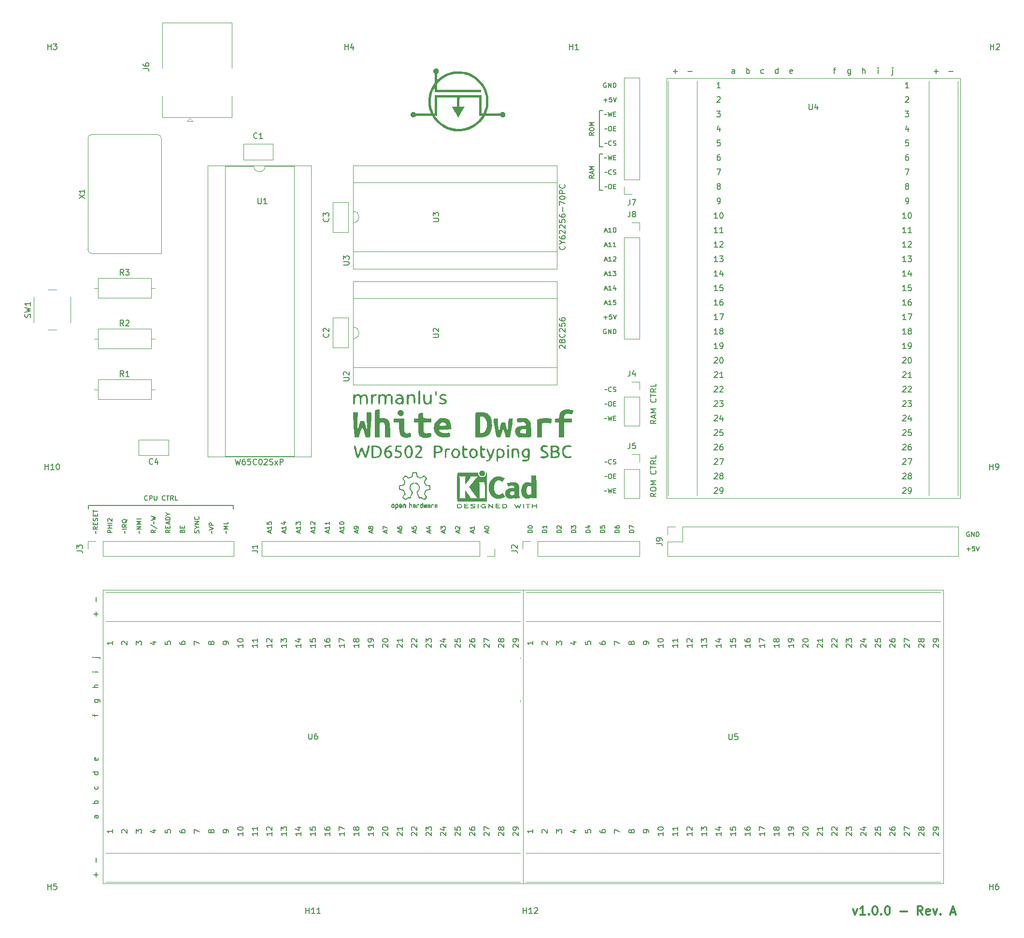
<source format=gto>
%TF.GenerationSoftware,KiCad,Pcbnew,6.0.9-8da3e8f707~116~ubuntu20.04.1*%
%TF.CreationDate,2022-11-18T21:38:56+01:00*%
%TF.ProjectId,WD6502,57443635-3032-42e6-9b69-6361645f7063,rev?*%
%TF.SameCoordinates,Original*%
%TF.FileFunction,Legend,Top*%
%TF.FilePolarity,Positive*%
%FSLAX46Y46*%
G04 Gerber Fmt 4.6, Leading zero omitted, Abs format (unit mm)*
G04 Created by KiCad (PCBNEW 6.0.9-8da3e8f707~116~ubuntu20.04.1) date 2022-11-18 21:38:56*
%MOMM*%
%LPD*%
G01*
G04 APERTURE LIST*
%ADD10C,0.152400*%
%ADD11C,0.304800*%
%ADD12C,0.150000*%
%ADD13C,0.120000*%
%ADD14R,2.400000X1.600000*%
%ADD15O,2.400000X1.600000*%
%ADD16C,1.600000*%
%ADD17O,1.600000X1.600000*%
%ADD18C,0.800000*%
%ADD19C,6.400000*%
%ADD20R,1.600000X2.400000*%
%ADD21O,1.600000X2.400000*%
%ADD22R,1.700000X1.700000*%
%ADD23O,1.700000X1.700000*%
%ADD24R,1.600000X1.600000*%
%ADD25C,4.000000*%
%ADD26C,1.524000*%
%ADD27C,2.000000*%
G04 APERTURE END LIST*
D10*
X72588361Y-105700285D02*
X72549657Y-105738990D01*
X72433542Y-105777695D01*
X72356133Y-105777695D01*
X72240019Y-105738990D01*
X72162609Y-105661580D01*
X72123904Y-105584171D01*
X72085200Y-105429352D01*
X72085200Y-105313238D01*
X72123904Y-105158419D01*
X72162609Y-105081009D01*
X72240019Y-105003600D01*
X72356133Y-104964895D01*
X72433542Y-104964895D01*
X72549657Y-105003600D01*
X72588361Y-105042304D01*
X72936704Y-105777695D02*
X72936704Y-104964895D01*
X73246342Y-104964895D01*
X73323752Y-105003600D01*
X73362457Y-105042304D01*
X73401161Y-105119714D01*
X73401161Y-105235828D01*
X73362457Y-105313238D01*
X73323752Y-105351942D01*
X73246342Y-105390647D01*
X72936704Y-105390647D01*
X73749504Y-104964895D02*
X73749504Y-105622876D01*
X73788209Y-105700285D01*
X73826914Y-105738990D01*
X73904323Y-105777695D01*
X74059142Y-105777695D01*
X74136552Y-105738990D01*
X74175257Y-105700285D01*
X74213961Y-105622876D01*
X74213961Y-104964895D01*
X75684742Y-105700285D02*
X75646038Y-105738990D01*
X75529923Y-105777695D01*
X75452514Y-105777695D01*
X75336400Y-105738990D01*
X75258990Y-105661580D01*
X75220285Y-105584171D01*
X75181580Y-105429352D01*
X75181580Y-105313238D01*
X75220285Y-105158419D01*
X75258990Y-105081009D01*
X75336400Y-105003600D01*
X75452514Y-104964895D01*
X75529923Y-104964895D01*
X75646038Y-105003600D01*
X75684742Y-105042304D01*
X75916971Y-104964895D02*
X76381428Y-104964895D01*
X76149200Y-105777695D02*
X76149200Y-104964895D01*
X77116819Y-105777695D02*
X76845885Y-105390647D01*
X76652361Y-105777695D02*
X76652361Y-104964895D01*
X76962000Y-104964895D01*
X77039409Y-105003600D01*
X77078114Y-105042304D01*
X77116819Y-105119714D01*
X77116819Y-105235828D01*
X77078114Y-105313238D01*
X77039409Y-105351942D01*
X76962000Y-105390647D01*
X76652361Y-105390647D01*
X77852209Y-105777695D02*
X77465161Y-105777695D01*
X77465161Y-104964895D01*
X87630000Y-106680000D02*
X87630000Y-107315000D01*
X62230000Y-106680000D02*
X87630000Y-106680000D01*
X62230000Y-107315000D02*
X62230000Y-106680000D01*
X150862695Y-41278628D02*
X150475647Y-41549561D01*
X150862695Y-41743085D02*
X150049895Y-41743085D01*
X150049895Y-41433447D01*
X150088600Y-41356038D01*
X150127304Y-41317333D01*
X150204714Y-41278628D01*
X150320828Y-41278628D01*
X150398238Y-41317333D01*
X150436942Y-41356038D01*
X150475647Y-41433447D01*
X150475647Y-41743085D01*
X150049895Y-40775466D02*
X150049895Y-40620647D01*
X150088600Y-40543238D01*
X150166009Y-40465828D01*
X150320828Y-40427123D01*
X150591761Y-40427123D01*
X150746580Y-40465828D01*
X150823990Y-40543238D01*
X150862695Y-40620647D01*
X150862695Y-40775466D01*
X150823990Y-40852876D01*
X150746580Y-40930285D01*
X150591761Y-40968990D01*
X150320828Y-40968990D01*
X150166009Y-40930285D01*
X150088600Y-40852876D01*
X150049895Y-40775466D01*
X150862695Y-40078780D02*
X150049895Y-40078780D01*
X150630466Y-39807847D01*
X150049895Y-39536914D01*
X150862695Y-39536914D01*
X150862695Y-48821219D02*
X150475647Y-49092152D01*
X150862695Y-49285676D02*
X150049895Y-49285676D01*
X150049895Y-48976038D01*
X150088600Y-48898628D01*
X150127304Y-48859923D01*
X150204714Y-48821219D01*
X150320828Y-48821219D01*
X150398238Y-48859923D01*
X150436942Y-48898628D01*
X150475647Y-48976038D01*
X150475647Y-49285676D01*
X150630466Y-48511580D02*
X150630466Y-48124533D01*
X150862695Y-48588990D02*
X150049895Y-48318057D01*
X150862695Y-48047123D01*
X150862695Y-47776190D02*
X150049895Y-47776190D01*
X150630466Y-47505257D01*
X150049895Y-47234323D01*
X150862695Y-47234323D01*
X151765000Y-51435000D02*
X152400000Y-51435000D01*
X151765000Y-45085000D02*
X152400000Y-45085000D01*
X151765000Y-37465000D02*
X152400000Y-37465000D01*
X151765000Y-43815000D02*
X152400000Y-43815000D01*
X151765000Y-51435000D02*
X151765000Y-45085000D01*
X151765000Y-37465000D02*
X151765000Y-43815000D01*
X152750882Y-48318057D02*
X152789587Y-48279352D01*
X152866997Y-48240647D01*
X153021816Y-48318057D01*
X153099225Y-48279352D01*
X153137930Y-48240647D01*
X153912025Y-48550285D02*
X153873320Y-48588990D01*
X153757206Y-48627695D01*
X153679797Y-48627695D01*
X153563682Y-48588990D01*
X153486273Y-48511580D01*
X153447568Y-48434171D01*
X153408863Y-48279352D01*
X153408863Y-48163238D01*
X153447568Y-48008419D01*
X153486273Y-47931009D01*
X153563682Y-47853600D01*
X153679797Y-47814895D01*
X153757206Y-47814895D01*
X153873320Y-47853600D01*
X153912025Y-47892304D01*
X154221663Y-48588990D02*
X154337778Y-48627695D01*
X154531301Y-48627695D01*
X154608711Y-48588990D01*
X154647416Y-48550285D01*
X154686120Y-48472876D01*
X154686120Y-48395466D01*
X154647416Y-48318057D01*
X154608711Y-48279352D01*
X154531301Y-48240647D01*
X154376482Y-48201942D01*
X154299073Y-48163238D01*
X154260368Y-48124533D01*
X154221663Y-48047123D01*
X154221663Y-47969714D01*
X154260368Y-47892304D01*
X154299073Y-47853600D01*
X154376482Y-47814895D01*
X154570006Y-47814895D01*
X154686120Y-47853600D01*
X152750882Y-50858057D02*
X152789587Y-50819352D01*
X152866997Y-50780647D01*
X153021816Y-50858057D01*
X153099225Y-50819352D01*
X153137930Y-50780647D01*
X153602387Y-50354895D02*
X153757206Y-50354895D01*
X153834616Y-50393600D01*
X153912025Y-50471009D01*
X153950730Y-50625828D01*
X153950730Y-50896761D01*
X153912025Y-51051580D01*
X153834616Y-51128990D01*
X153757206Y-51167695D01*
X153602387Y-51167695D01*
X153524978Y-51128990D01*
X153447568Y-51051580D01*
X153408863Y-50896761D01*
X153408863Y-50625828D01*
X153447568Y-50471009D01*
X153524978Y-50393600D01*
X153602387Y-50354895D01*
X154299073Y-50741942D02*
X154570006Y-50741942D01*
X154686120Y-51167695D02*
X154299073Y-51167695D01*
X154299073Y-50354895D01*
X154686120Y-50354895D01*
X152750882Y-40698057D02*
X152789587Y-40659352D01*
X152866997Y-40620647D01*
X153021816Y-40698057D01*
X153099225Y-40659352D01*
X153137930Y-40620647D01*
X153602387Y-40194895D02*
X153757206Y-40194895D01*
X153834616Y-40233600D01*
X153912025Y-40311009D01*
X153950730Y-40465828D01*
X153950730Y-40736761D01*
X153912025Y-40891580D01*
X153834616Y-40968990D01*
X153757206Y-41007695D01*
X153602387Y-41007695D01*
X153524978Y-40968990D01*
X153447568Y-40891580D01*
X153408863Y-40736761D01*
X153408863Y-40465828D01*
X153447568Y-40311009D01*
X153524978Y-40233600D01*
X153602387Y-40194895D01*
X154299073Y-40581942D02*
X154570006Y-40581942D01*
X154686120Y-41007695D02*
X154299073Y-41007695D01*
X154299073Y-40194895D01*
X154686120Y-40194895D01*
X152673473Y-45778057D02*
X152712178Y-45739352D01*
X152789587Y-45700647D01*
X152944406Y-45778057D01*
X153021816Y-45739352D01*
X153060520Y-45700647D01*
X153292749Y-45274895D02*
X153486273Y-46087695D01*
X153641092Y-45507123D01*
X153795911Y-46087695D01*
X153989435Y-45274895D01*
X154299073Y-45661942D02*
X154570006Y-45661942D01*
X154686120Y-46087695D02*
X154299073Y-46087695D01*
X154299073Y-45274895D01*
X154686120Y-45274895D01*
X152750882Y-43238057D02*
X152789587Y-43199352D01*
X152866997Y-43160647D01*
X153021816Y-43238057D01*
X153099225Y-43199352D01*
X153137930Y-43160647D01*
X153912025Y-43470285D02*
X153873320Y-43508990D01*
X153757206Y-43547695D01*
X153679797Y-43547695D01*
X153563682Y-43508990D01*
X153486273Y-43431580D01*
X153447568Y-43354171D01*
X153408863Y-43199352D01*
X153408863Y-43083238D01*
X153447568Y-42928419D01*
X153486273Y-42851009D01*
X153563682Y-42773600D01*
X153679797Y-42734895D01*
X153757206Y-42734895D01*
X153873320Y-42773600D01*
X153912025Y-42812304D01*
X154221663Y-43508990D02*
X154337778Y-43547695D01*
X154531301Y-43547695D01*
X154608711Y-43508990D01*
X154647416Y-43470285D01*
X154686120Y-43392876D01*
X154686120Y-43315466D01*
X154647416Y-43238057D01*
X154608711Y-43199352D01*
X154531301Y-43160647D01*
X154376482Y-43121942D01*
X154299073Y-43083238D01*
X154260368Y-43044533D01*
X154221663Y-42967123D01*
X154221663Y-42889714D01*
X154260368Y-42812304D01*
X154299073Y-42773600D01*
X154376482Y-42734895D01*
X154570006Y-42734895D01*
X154686120Y-42773600D01*
X152983111Y-32613600D02*
X152905701Y-32574895D01*
X152789587Y-32574895D01*
X152673473Y-32613600D01*
X152596063Y-32691009D01*
X152557359Y-32768419D01*
X152518654Y-32923238D01*
X152518654Y-33039352D01*
X152557359Y-33194171D01*
X152596063Y-33271580D01*
X152673473Y-33348990D01*
X152789587Y-33387695D01*
X152866997Y-33387695D01*
X152983111Y-33348990D01*
X153021816Y-33310285D01*
X153021816Y-33039352D01*
X152866997Y-33039352D01*
X153370159Y-33387695D02*
X153370159Y-32574895D01*
X153834616Y-33387695D01*
X153834616Y-32574895D01*
X154221663Y-33387695D02*
X154221663Y-32574895D01*
X154415187Y-32574895D01*
X154531301Y-32613600D01*
X154608711Y-32691009D01*
X154647416Y-32768419D01*
X154686120Y-32923238D01*
X154686120Y-33039352D01*
X154647416Y-33194171D01*
X154608711Y-33271580D01*
X154531301Y-33348990D01*
X154415187Y-33387695D01*
X154221663Y-33387695D01*
X152673473Y-38158057D02*
X152712178Y-38119352D01*
X152789587Y-38080647D01*
X152944406Y-38158057D01*
X153021816Y-38119352D01*
X153060520Y-38080647D01*
X153292749Y-37654895D02*
X153486273Y-38467695D01*
X153641092Y-37887123D01*
X153795911Y-38467695D01*
X153989435Y-37654895D01*
X154299073Y-38041942D02*
X154570006Y-38041942D01*
X154686120Y-38467695D02*
X154299073Y-38467695D01*
X154299073Y-37654895D01*
X154686120Y-37654895D01*
X152557359Y-35618057D02*
X153176635Y-35618057D01*
X152866997Y-35927695D02*
X152866997Y-35308419D01*
X153950730Y-35114895D02*
X153563682Y-35114895D01*
X153524978Y-35501942D01*
X153563682Y-35463238D01*
X153641092Y-35424533D01*
X153834616Y-35424533D01*
X153912025Y-35463238D01*
X153950730Y-35501942D01*
X153989435Y-35579352D01*
X153989435Y-35772876D01*
X153950730Y-35850285D01*
X153912025Y-35888990D01*
X153834616Y-35927695D01*
X153641092Y-35927695D01*
X153563682Y-35888990D01*
X153524978Y-35850285D01*
X154221663Y-35114895D02*
X154492597Y-35927695D01*
X154763530Y-35114895D01*
X152557359Y-73718057D02*
X153176635Y-73718057D01*
X152866997Y-74027695D02*
X152866997Y-73408419D01*
X153950730Y-73214895D02*
X153563682Y-73214895D01*
X153524978Y-73601942D01*
X153563682Y-73563238D01*
X153641092Y-73524533D01*
X153834616Y-73524533D01*
X153912025Y-73563238D01*
X153950730Y-73601942D01*
X153989435Y-73679352D01*
X153989435Y-73872876D01*
X153950730Y-73950285D01*
X153912025Y-73988990D01*
X153834616Y-74027695D01*
X153641092Y-74027695D01*
X153563682Y-73988990D01*
X153524978Y-73950285D01*
X154221663Y-73214895D02*
X154492597Y-74027695D01*
X154763530Y-73214895D01*
X152983111Y-75793600D02*
X152905701Y-75754895D01*
X152789587Y-75754895D01*
X152673473Y-75793600D01*
X152596063Y-75871009D01*
X152557359Y-75948419D01*
X152518654Y-76103238D01*
X152518654Y-76219352D01*
X152557359Y-76374171D01*
X152596063Y-76451580D01*
X152673473Y-76528990D01*
X152789587Y-76567695D01*
X152866997Y-76567695D01*
X152983111Y-76528990D01*
X153021816Y-76490285D01*
X153021816Y-76219352D01*
X152866997Y-76219352D01*
X153370159Y-76567695D02*
X153370159Y-75754895D01*
X153834616Y-76567695D01*
X153834616Y-75754895D01*
X154221663Y-76567695D02*
X154221663Y-75754895D01*
X154415187Y-75754895D01*
X154531301Y-75793600D01*
X154608711Y-75871009D01*
X154647416Y-75948419D01*
X154686120Y-76103238D01*
X154686120Y-76219352D01*
X154647416Y-76374171D01*
X154608711Y-76451580D01*
X154531301Y-76528990D01*
X154415187Y-76567695D01*
X154221663Y-76567695D01*
X152750882Y-66175466D02*
X153137930Y-66175466D01*
X152673473Y-66407695D02*
X152944406Y-65594895D01*
X153215340Y-66407695D01*
X153912025Y-66407695D02*
X153447568Y-66407695D01*
X153679797Y-66407695D02*
X153679797Y-65594895D01*
X153602387Y-65711009D01*
X153524978Y-65788419D01*
X153447568Y-65827123D01*
X154182959Y-65594895D02*
X154686120Y-65594895D01*
X154415187Y-65904533D01*
X154531301Y-65904533D01*
X154608711Y-65943238D01*
X154647416Y-65981942D01*
X154686120Y-66059352D01*
X154686120Y-66252876D01*
X154647416Y-66330285D01*
X154608711Y-66368990D01*
X154531301Y-66407695D01*
X154299073Y-66407695D01*
X154221663Y-66368990D01*
X154182959Y-66330285D01*
X152750882Y-71255466D02*
X153137930Y-71255466D01*
X152673473Y-71487695D02*
X152944406Y-70674895D01*
X153215340Y-71487695D01*
X153912025Y-71487695D02*
X153447568Y-71487695D01*
X153679797Y-71487695D02*
X153679797Y-70674895D01*
X153602387Y-70791009D01*
X153524978Y-70868419D01*
X153447568Y-70907123D01*
X154647416Y-70674895D02*
X154260368Y-70674895D01*
X154221663Y-71061942D01*
X154260368Y-71023238D01*
X154337778Y-70984533D01*
X154531301Y-70984533D01*
X154608711Y-71023238D01*
X154647416Y-71061942D01*
X154686120Y-71139352D01*
X154686120Y-71332876D01*
X154647416Y-71410285D01*
X154608711Y-71448990D01*
X154531301Y-71487695D01*
X154337778Y-71487695D01*
X154260368Y-71448990D01*
X154221663Y-71410285D01*
X152750882Y-68715466D02*
X153137930Y-68715466D01*
X152673473Y-68947695D02*
X152944406Y-68134895D01*
X153215340Y-68947695D01*
X153912025Y-68947695D02*
X153447568Y-68947695D01*
X153679797Y-68947695D02*
X153679797Y-68134895D01*
X153602387Y-68251009D01*
X153524978Y-68328419D01*
X153447568Y-68367123D01*
X154608711Y-68405828D02*
X154608711Y-68947695D01*
X154415187Y-68096190D02*
X154221663Y-68676761D01*
X154724825Y-68676761D01*
X152750882Y-58555466D02*
X153137930Y-58555466D01*
X152673473Y-58787695D02*
X152944406Y-57974895D01*
X153215340Y-58787695D01*
X153912025Y-58787695D02*
X153447568Y-58787695D01*
X153679797Y-58787695D02*
X153679797Y-57974895D01*
X153602387Y-58091009D01*
X153524978Y-58168419D01*
X153447568Y-58207123D01*
X154415187Y-57974895D02*
X154492597Y-57974895D01*
X154570006Y-58013600D01*
X154608711Y-58052304D01*
X154647416Y-58129714D01*
X154686120Y-58284533D01*
X154686120Y-58478057D01*
X154647416Y-58632876D01*
X154608711Y-58710285D01*
X154570006Y-58748990D01*
X154492597Y-58787695D01*
X154415187Y-58787695D01*
X154337778Y-58748990D01*
X154299073Y-58710285D01*
X154260368Y-58632876D01*
X154221663Y-58478057D01*
X154221663Y-58284533D01*
X154260368Y-58129714D01*
X154299073Y-58052304D01*
X154337778Y-58013600D01*
X154415187Y-57974895D01*
X152750882Y-63635466D02*
X153137930Y-63635466D01*
X152673473Y-63867695D02*
X152944406Y-63054895D01*
X153215340Y-63867695D01*
X153912025Y-63867695D02*
X153447568Y-63867695D01*
X153679797Y-63867695D02*
X153679797Y-63054895D01*
X153602387Y-63171009D01*
X153524978Y-63248419D01*
X153447568Y-63287123D01*
X154221663Y-63132304D02*
X154260368Y-63093600D01*
X154337778Y-63054895D01*
X154531301Y-63054895D01*
X154608711Y-63093600D01*
X154647416Y-63132304D01*
X154686120Y-63209714D01*
X154686120Y-63287123D01*
X154647416Y-63403238D01*
X154182959Y-63867695D01*
X154686120Y-63867695D01*
X152750882Y-61095466D02*
X153137930Y-61095466D01*
X152673473Y-61327695D02*
X152944406Y-60514895D01*
X153215340Y-61327695D01*
X153912025Y-61327695D02*
X153447568Y-61327695D01*
X153679797Y-61327695D02*
X153679797Y-60514895D01*
X153602387Y-60631009D01*
X153524978Y-60708419D01*
X153447568Y-60747123D01*
X154686120Y-61327695D02*
X154221663Y-61327695D01*
X154453892Y-61327695D02*
X154453892Y-60514895D01*
X154376482Y-60631009D01*
X154299073Y-60708419D01*
X154221663Y-60747123D01*
X152750882Y-86418057D02*
X152789587Y-86379352D01*
X152866997Y-86340647D01*
X153021816Y-86418057D01*
X153099225Y-86379352D01*
X153137930Y-86340647D01*
X153912025Y-86650285D02*
X153873320Y-86688990D01*
X153757206Y-86727695D01*
X153679797Y-86727695D01*
X153563682Y-86688990D01*
X153486273Y-86611580D01*
X153447568Y-86534171D01*
X153408863Y-86379352D01*
X153408863Y-86263238D01*
X153447568Y-86108419D01*
X153486273Y-86031009D01*
X153563682Y-85953600D01*
X153679797Y-85914895D01*
X153757206Y-85914895D01*
X153873320Y-85953600D01*
X153912025Y-85992304D01*
X154221663Y-86688990D02*
X154337778Y-86727695D01*
X154531301Y-86727695D01*
X154608711Y-86688990D01*
X154647416Y-86650285D01*
X154686120Y-86572876D01*
X154686120Y-86495466D01*
X154647416Y-86418057D01*
X154608711Y-86379352D01*
X154531301Y-86340647D01*
X154376482Y-86301942D01*
X154299073Y-86263238D01*
X154260368Y-86224533D01*
X154221663Y-86147123D01*
X154221663Y-86069714D01*
X154260368Y-85992304D01*
X154299073Y-85953600D01*
X154376482Y-85914895D01*
X154570006Y-85914895D01*
X154686120Y-85953600D01*
X152673473Y-91498057D02*
X152712178Y-91459352D01*
X152789587Y-91420647D01*
X152944406Y-91498057D01*
X153021816Y-91459352D01*
X153060520Y-91420647D01*
X153292749Y-90994895D02*
X153486273Y-91807695D01*
X153641092Y-91227123D01*
X153795911Y-91807695D01*
X153989435Y-90994895D01*
X154299073Y-91381942D02*
X154570006Y-91381942D01*
X154686120Y-91807695D02*
X154299073Y-91807695D01*
X154299073Y-90994895D01*
X154686120Y-90994895D01*
X152750882Y-88958057D02*
X152789587Y-88919352D01*
X152866997Y-88880647D01*
X153021816Y-88958057D01*
X153099225Y-88919352D01*
X153137930Y-88880647D01*
X153602387Y-88454895D02*
X153757206Y-88454895D01*
X153834616Y-88493600D01*
X153912025Y-88571009D01*
X153950730Y-88725828D01*
X153950730Y-88996761D01*
X153912025Y-89151580D01*
X153834616Y-89228990D01*
X153757206Y-89267695D01*
X153602387Y-89267695D01*
X153524978Y-89228990D01*
X153447568Y-89151580D01*
X153408863Y-88996761D01*
X153408863Y-88725828D01*
X153447568Y-88571009D01*
X153524978Y-88493600D01*
X153602387Y-88454895D01*
X154299073Y-88841942D02*
X154570006Y-88841942D01*
X154686120Y-89267695D02*
X154299073Y-89267695D01*
X154299073Y-88454895D01*
X154686120Y-88454895D01*
D11*
X196269428Y-177473428D02*
X196632285Y-178489428D01*
X196995142Y-177473428D01*
X198374000Y-178489428D02*
X197503142Y-178489428D01*
X197938571Y-178489428D02*
X197938571Y-176965428D01*
X197793428Y-177183142D01*
X197648285Y-177328285D01*
X197503142Y-177400857D01*
X199027142Y-178344285D02*
X199099714Y-178416857D01*
X199027142Y-178489428D01*
X198954571Y-178416857D01*
X199027142Y-178344285D01*
X199027142Y-178489428D01*
X200043142Y-176965428D02*
X200188285Y-176965428D01*
X200333428Y-177038000D01*
X200406000Y-177110571D01*
X200478571Y-177255714D01*
X200551142Y-177546000D01*
X200551142Y-177908857D01*
X200478571Y-178199142D01*
X200406000Y-178344285D01*
X200333428Y-178416857D01*
X200188285Y-178489428D01*
X200043142Y-178489428D01*
X199898000Y-178416857D01*
X199825428Y-178344285D01*
X199752857Y-178199142D01*
X199680285Y-177908857D01*
X199680285Y-177546000D01*
X199752857Y-177255714D01*
X199825428Y-177110571D01*
X199898000Y-177038000D01*
X200043142Y-176965428D01*
X201204285Y-178344285D02*
X201276857Y-178416857D01*
X201204285Y-178489428D01*
X201131714Y-178416857D01*
X201204285Y-178344285D01*
X201204285Y-178489428D01*
X202220285Y-176965428D02*
X202365428Y-176965428D01*
X202510571Y-177038000D01*
X202583142Y-177110571D01*
X202655714Y-177255714D01*
X202728285Y-177546000D01*
X202728285Y-177908857D01*
X202655714Y-178199142D01*
X202583142Y-178344285D01*
X202510571Y-178416857D01*
X202365428Y-178489428D01*
X202220285Y-178489428D01*
X202075142Y-178416857D01*
X202002571Y-178344285D01*
X201930000Y-178199142D01*
X201857428Y-177908857D01*
X201857428Y-177546000D01*
X201930000Y-177255714D01*
X202002571Y-177110571D01*
X202075142Y-177038000D01*
X202220285Y-176965428D01*
X204542571Y-177908857D02*
X205703714Y-177908857D01*
X208461428Y-178489428D02*
X207953428Y-177763714D01*
X207590571Y-178489428D02*
X207590571Y-176965428D01*
X208171142Y-176965428D01*
X208316285Y-177038000D01*
X208388857Y-177110571D01*
X208461428Y-177255714D01*
X208461428Y-177473428D01*
X208388857Y-177618571D01*
X208316285Y-177691142D01*
X208171142Y-177763714D01*
X207590571Y-177763714D01*
X209695142Y-178416857D02*
X209550000Y-178489428D01*
X209259714Y-178489428D01*
X209114571Y-178416857D01*
X209042000Y-178271714D01*
X209042000Y-177691142D01*
X209114571Y-177546000D01*
X209259714Y-177473428D01*
X209550000Y-177473428D01*
X209695142Y-177546000D01*
X209767714Y-177691142D01*
X209767714Y-177836285D01*
X209042000Y-177981428D01*
X210275714Y-177473428D02*
X210638571Y-178489428D01*
X211001428Y-177473428D01*
X211582000Y-178344285D02*
X211654571Y-178416857D01*
X211582000Y-178489428D01*
X211509428Y-178416857D01*
X211582000Y-178344285D01*
X211582000Y-178489428D01*
X213396285Y-178054000D02*
X214122000Y-178054000D01*
X213251142Y-178489428D02*
X213759142Y-176965428D01*
X214267142Y-178489428D01*
D10*
X127135466Y-111506120D02*
X127135466Y-111119073D01*
X127367695Y-111583530D02*
X126554895Y-111312597D01*
X127367695Y-111041663D01*
X126632304Y-110809435D02*
X126593600Y-110770730D01*
X126554895Y-110693320D01*
X126554895Y-110499797D01*
X126593600Y-110422387D01*
X126632304Y-110383682D01*
X126709714Y-110344978D01*
X126787123Y-110344978D01*
X126903238Y-110383682D01*
X127367695Y-110848140D01*
X127367695Y-110344978D01*
X147687695Y-111467416D02*
X146874895Y-111467416D01*
X146874895Y-111273892D01*
X146913600Y-111157778D01*
X146991009Y-111080368D01*
X147068419Y-111041663D01*
X147223238Y-111002959D01*
X147339352Y-111002959D01*
X147494171Y-111041663D01*
X147571580Y-111080368D01*
X147648990Y-111157778D01*
X147687695Y-111273892D01*
X147687695Y-111467416D01*
X146874895Y-110732025D02*
X146874895Y-110228863D01*
X147184533Y-110499797D01*
X147184533Y-110383682D01*
X147223238Y-110306273D01*
X147261942Y-110267568D01*
X147339352Y-110228863D01*
X147532876Y-110228863D01*
X147610285Y-110267568D01*
X147648990Y-110306273D01*
X147687695Y-110383682D01*
X147687695Y-110615911D01*
X147648990Y-110693320D01*
X147610285Y-110732025D01*
X119515466Y-111506120D02*
X119515466Y-111119073D01*
X119747695Y-111583530D02*
X118934895Y-111312597D01*
X119747695Y-111041663D01*
X118934895Y-110383682D02*
X118934895Y-110770730D01*
X119321942Y-110809435D01*
X119283238Y-110770730D01*
X119244533Y-110693320D01*
X119244533Y-110499797D01*
X119283238Y-110422387D01*
X119321942Y-110383682D01*
X119399352Y-110344978D01*
X119592876Y-110344978D01*
X119670285Y-110383682D01*
X119708990Y-110422387D01*
X119747695Y-110499797D01*
X119747695Y-110693320D01*
X119708990Y-110770730D01*
X119670285Y-110809435D01*
X152750882Y-101658057D02*
X152789587Y-101619352D01*
X152866997Y-101580647D01*
X153021816Y-101658057D01*
X153099225Y-101619352D01*
X153137930Y-101580647D01*
X153602387Y-101154895D02*
X153757206Y-101154895D01*
X153834616Y-101193600D01*
X153912025Y-101271009D01*
X153950730Y-101425828D01*
X153950730Y-101696761D01*
X153912025Y-101851580D01*
X153834616Y-101928990D01*
X153757206Y-101967695D01*
X153602387Y-101967695D01*
X153524978Y-101928990D01*
X153447568Y-101851580D01*
X153408863Y-101696761D01*
X153408863Y-101425828D01*
X153447568Y-101271009D01*
X153524978Y-101193600D01*
X153602387Y-101154895D01*
X154299073Y-101541942D02*
X154570006Y-101541942D01*
X154686120Y-101967695D02*
X154299073Y-101967695D01*
X154299073Y-101154895D01*
X154686120Y-101154895D01*
X74027695Y-111002959D02*
X73640647Y-111273892D01*
X74027695Y-111467416D02*
X73214895Y-111467416D01*
X73214895Y-111157778D01*
X73253600Y-111080368D01*
X73292304Y-111041663D01*
X73369714Y-111002959D01*
X73485828Y-111002959D01*
X73563238Y-111041663D01*
X73601942Y-111080368D01*
X73640647Y-111157778D01*
X73640647Y-111467416D01*
X73176190Y-110074044D02*
X74221219Y-110770730D01*
X73718057Y-109919225D02*
X73679352Y-109880520D01*
X73640647Y-109803111D01*
X73718057Y-109648292D01*
X73679352Y-109570882D01*
X73640647Y-109532178D01*
X73214895Y-109299949D02*
X74027695Y-109106425D01*
X73447123Y-108951606D01*
X74027695Y-108796787D01*
X73214895Y-108603263D01*
X140067695Y-111467416D02*
X139254895Y-111467416D01*
X139254895Y-111273892D01*
X139293600Y-111157778D01*
X139371009Y-111080368D01*
X139448419Y-111041663D01*
X139603238Y-111002959D01*
X139719352Y-111002959D01*
X139874171Y-111041663D01*
X139951580Y-111080368D01*
X140028990Y-111157778D01*
X140067695Y-111273892D01*
X140067695Y-111467416D01*
X139254895Y-110499797D02*
X139254895Y-110422387D01*
X139293600Y-110344978D01*
X139332304Y-110306273D01*
X139409714Y-110267568D01*
X139564533Y-110228863D01*
X139758057Y-110228863D01*
X139912876Y-110267568D01*
X139990285Y-110306273D01*
X140028990Y-110344978D01*
X140067695Y-110422387D01*
X140067695Y-110499797D01*
X140028990Y-110577206D01*
X139990285Y-110615911D01*
X139912876Y-110654616D01*
X139758057Y-110693320D01*
X139564533Y-110693320D01*
X139409714Y-110654616D01*
X139332304Y-110615911D01*
X139293600Y-110577206D01*
X139254895Y-110499797D01*
X94115466Y-111506120D02*
X94115466Y-111119073D01*
X94347695Y-111583530D02*
X93534895Y-111312597D01*
X94347695Y-111041663D01*
X94347695Y-110344978D02*
X94347695Y-110809435D01*
X94347695Y-110577206D02*
X93534895Y-110577206D01*
X93651009Y-110654616D01*
X93728419Y-110732025D01*
X93767123Y-110809435D01*
X93534895Y-109609587D02*
X93534895Y-109996635D01*
X93921942Y-110035340D01*
X93883238Y-109996635D01*
X93844533Y-109919225D01*
X93844533Y-109725701D01*
X93883238Y-109648292D01*
X93921942Y-109609587D01*
X93999352Y-109570882D01*
X94192876Y-109570882D01*
X94270285Y-109609587D01*
X94308990Y-109648292D01*
X94347695Y-109725701D01*
X94347695Y-109919225D01*
X94308990Y-109996635D01*
X94270285Y-110035340D01*
X129675466Y-111506120D02*
X129675466Y-111119073D01*
X129907695Y-111583530D02*
X129094895Y-111312597D01*
X129907695Y-111041663D01*
X129907695Y-110344978D02*
X129907695Y-110809435D01*
X129907695Y-110577206D02*
X129094895Y-110577206D01*
X129211009Y-110654616D01*
X129288419Y-110732025D01*
X129327123Y-110809435D01*
X152673473Y-104198057D02*
X152712178Y-104159352D01*
X152789587Y-104120647D01*
X152944406Y-104198057D01*
X153021816Y-104159352D01*
X153060520Y-104120647D01*
X153292749Y-103694895D02*
X153486273Y-104507695D01*
X153641092Y-103927123D01*
X153795911Y-104507695D01*
X153989435Y-103694895D01*
X154299073Y-104081942D02*
X154570006Y-104081942D01*
X154686120Y-104507695D02*
X154299073Y-104507695D01*
X154299073Y-103694895D01*
X154686120Y-103694895D01*
X145147695Y-111467416D02*
X144334895Y-111467416D01*
X144334895Y-111273892D01*
X144373600Y-111157778D01*
X144451009Y-111080368D01*
X144528419Y-111041663D01*
X144683238Y-111002959D01*
X144799352Y-111002959D01*
X144954171Y-111041663D01*
X145031580Y-111080368D01*
X145108990Y-111157778D01*
X145147695Y-111273892D01*
X145147695Y-111467416D01*
X144412304Y-110693320D02*
X144373600Y-110654616D01*
X144334895Y-110577206D01*
X144334895Y-110383682D01*
X144373600Y-110306273D01*
X144412304Y-110267568D01*
X144489714Y-110228863D01*
X144567123Y-110228863D01*
X144683238Y-110267568D01*
X145147695Y-110732025D01*
X145147695Y-110228863D01*
X106815466Y-111506120D02*
X106815466Y-111119073D01*
X107047695Y-111583530D02*
X106234895Y-111312597D01*
X107047695Y-111041663D01*
X107047695Y-110344978D02*
X107047695Y-110809435D01*
X107047695Y-110577206D02*
X106234895Y-110577206D01*
X106351009Y-110654616D01*
X106428419Y-110732025D01*
X106467123Y-110809435D01*
X106234895Y-109841816D02*
X106234895Y-109764406D01*
X106273600Y-109686997D01*
X106312304Y-109648292D01*
X106389714Y-109609587D01*
X106544533Y-109570882D01*
X106738057Y-109570882D01*
X106892876Y-109609587D01*
X106970285Y-109648292D01*
X107008990Y-109686997D01*
X107047695Y-109764406D01*
X107047695Y-109841816D01*
X107008990Y-109919225D01*
X106970285Y-109957930D01*
X106892876Y-109996635D01*
X106738057Y-110035340D01*
X106544533Y-110035340D01*
X106389714Y-109996635D01*
X106312304Y-109957930D01*
X106273600Y-109919225D01*
X106234895Y-109841816D01*
X76567695Y-111002959D02*
X76180647Y-111273892D01*
X76567695Y-111467416D02*
X75754895Y-111467416D01*
X75754895Y-111157778D01*
X75793600Y-111080368D01*
X75832304Y-111041663D01*
X75909714Y-111002959D01*
X76025828Y-111002959D01*
X76103238Y-111041663D01*
X76141942Y-111080368D01*
X76180647Y-111157778D01*
X76180647Y-111467416D01*
X76141942Y-110654616D02*
X76141942Y-110383682D01*
X76567695Y-110267568D02*
X76567695Y-110654616D01*
X75754895Y-110654616D01*
X75754895Y-110267568D01*
X76335466Y-109957930D02*
X76335466Y-109570882D01*
X76567695Y-110035340D02*
X75754895Y-109764406D01*
X76567695Y-109493473D01*
X76567695Y-109222540D02*
X75754895Y-109222540D01*
X75754895Y-109029016D01*
X75793600Y-108912901D01*
X75871009Y-108835492D01*
X75948419Y-108796787D01*
X76103238Y-108758082D01*
X76219352Y-108758082D01*
X76374171Y-108796787D01*
X76451580Y-108835492D01*
X76528990Y-108912901D01*
X76567695Y-109029016D01*
X76567695Y-109222540D01*
X76180647Y-108254920D02*
X76567695Y-108254920D01*
X75754895Y-108525854D02*
X76180647Y-108254920D01*
X75754895Y-107983987D01*
X63558057Y-111583530D02*
X63519352Y-111544825D01*
X63480647Y-111467416D01*
X63558057Y-111312597D01*
X63519352Y-111235187D01*
X63480647Y-111196482D01*
X63867695Y-110422387D02*
X63480647Y-110693320D01*
X63867695Y-110886844D02*
X63054895Y-110886844D01*
X63054895Y-110577206D01*
X63093600Y-110499797D01*
X63132304Y-110461092D01*
X63209714Y-110422387D01*
X63325828Y-110422387D01*
X63403238Y-110461092D01*
X63441942Y-110499797D01*
X63480647Y-110577206D01*
X63480647Y-110886844D01*
X63441942Y-110074044D02*
X63441942Y-109803111D01*
X63867695Y-109686997D02*
X63867695Y-110074044D01*
X63054895Y-110074044D01*
X63054895Y-109686997D01*
X63828990Y-109377359D02*
X63867695Y-109261244D01*
X63867695Y-109067720D01*
X63828990Y-108990311D01*
X63790285Y-108951606D01*
X63712876Y-108912901D01*
X63635466Y-108912901D01*
X63558057Y-108951606D01*
X63519352Y-108990311D01*
X63480647Y-109067720D01*
X63441942Y-109222540D01*
X63403238Y-109299949D01*
X63364533Y-109338654D01*
X63287123Y-109377359D01*
X63209714Y-109377359D01*
X63132304Y-109338654D01*
X63093600Y-109299949D01*
X63054895Y-109222540D01*
X63054895Y-109029016D01*
X63093600Y-108912901D01*
X63441942Y-108564559D02*
X63441942Y-108293625D01*
X63867695Y-108177511D02*
X63867695Y-108564559D01*
X63054895Y-108564559D01*
X63054895Y-108177511D01*
X63054895Y-107945282D02*
X63054895Y-107480825D01*
X63867695Y-107713054D02*
X63054895Y-107713054D01*
X150227695Y-111467416D02*
X149414895Y-111467416D01*
X149414895Y-111273892D01*
X149453600Y-111157778D01*
X149531009Y-111080368D01*
X149608419Y-111041663D01*
X149763238Y-111002959D01*
X149879352Y-111002959D01*
X150034171Y-111041663D01*
X150111580Y-111080368D01*
X150188990Y-111157778D01*
X150227695Y-111273892D01*
X150227695Y-111467416D01*
X149685828Y-110306273D02*
X150227695Y-110306273D01*
X149376190Y-110499797D02*
X149956761Y-110693320D01*
X149956761Y-110190159D01*
X101735466Y-111506120D02*
X101735466Y-111119073D01*
X101967695Y-111583530D02*
X101154895Y-111312597D01*
X101967695Y-111041663D01*
X101967695Y-110344978D02*
X101967695Y-110809435D01*
X101967695Y-110577206D02*
X101154895Y-110577206D01*
X101271009Y-110654616D01*
X101348419Y-110732025D01*
X101387123Y-110809435D01*
X101232304Y-110035340D02*
X101193600Y-109996635D01*
X101154895Y-109919225D01*
X101154895Y-109725701D01*
X101193600Y-109648292D01*
X101232304Y-109609587D01*
X101309714Y-109570882D01*
X101387123Y-109570882D01*
X101503238Y-109609587D01*
X101967695Y-110074044D01*
X101967695Y-109570882D01*
X96655466Y-111506120D02*
X96655466Y-111119073D01*
X96887695Y-111583530D02*
X96074895Y-111312597D01*
X96887695Y-111041663D01*
X96887695Y-110344978D02*
X96887695Y-110809435D01*
X96887695Y-110577206D02*
X96074895Y-110577206D01*
X96191009Y-110654616D01*
X96268419Y-110732025D01*
X96307123Y-110809435D01*
X96345828Y-109648292D02*
X96887695Y-109648292D01*
X96036190Y-109841816D02*
X96616761Y-110035340D01*
X96616761Y-109532178D01*
X216192583Y-114358057D02*
X216811860Y-114358057D01*
X216502221Y-114667695D02*
X216502221Y-114048419D01*
X217585955Y-113854895D02*
X217198907Y-113854895D01*
X217160202Y-114241942D01*
X217198907Y-114203238D01*
X217276317Y-114164533D01*
X217469840Y-114164533D01*
X217547250Y-114203238D01*
X217585955Y-114241942D01*
X217624660Y-114319352D01*
X217624660Y-114512876D01*
X217585955Y-114590285D01*
X217547250Y-114628990D01*
X217469840Y-114667695D01*
X217276317Y-114667695D01*
X217198907Y-114628990D01*
X217160202Y-114590285D01*
X217856888Y-113854895D02*
X218127821Y-114667695D01*
X218398755Y-113854895D01*
X152767695Y-111467416D02*
X151954895Y-111467416D01*
X151954895Y-111273892D01*
X151993600Y-111157778D01*
X152071009Y-111080368D01*
X152148419Y-111041663D01*
X152303238Y-111002959D01*
X152419352Y-111002959D01*
X152574171Y-111041663D01*
X152651580Y-111080368D01*
X152728990Y-111157778D01*
X152767695Y-111273892D01*
X152767695Y-111467416D01*
X151954895Y-110267568D02*
X151954895Y-110654616D01*
X152341942Y-110693320D01*
X152303238Y-110654616D01*
X152264533Y-110577206D01*
X152264533Y-110383682D01*
X152303238Y-110306273D01*
X152341942Y-110267568D01*
X152419352Y-110228863D01*
X152612876Y-110228863D01*
X152690285Y-110267568D01*
X152728990Y-110306273D01*
X152767695Y-110383682D01*
X152767695Y-110577206D01*
X152728990Y-110654616D01*
X152690285Y-110693320D01*
X155307695Y-111467416D02*
X154494895Y-111467416D01*
X154494895Y-111273892D01*
X154533600Y-111157778D01*
X154611009Y-111080368D01*
X154688419Y-111041663D01*
X154843238Y-111002959D01*
X154959352Y-111002959D01*
X155114171Y-111041663D01*
X155191580Y-111080368D01*
X155268990Y-111157778D01*
X155307695Y-111273892D01*
X155307695Y-111467416D01*
X154494895Y-110306273D02*
X154494895Y-110461092D01*
X154533600Y-110538501D01*
X154572304Y-110577206D01*
X154688419Y-110654616D01*
X154843238Y-110693320D01*
X155152876Y-110693320D01*
X155230285Y-110654616D01*
X155268990Y-110615911D01*
X155307695Y-110538501D01*
X155307695Y-110383682D01*
X155268990Y-110306273D01*
X155230285Y-110267568D01*
X155152876Y-110228863D01*
X154959352Y-110228863D01*
X154881942Y-110267568D01*
X154843238Y-110306273D01*
X154804533Y-110383682D01*
X154804533Y-110538501D01*
X154843238Y-110615911D01*
X154881942Y-110654616D01*
X154959352Y-110693320D01*
X68638057Y-111583530D02*
X68599352Y-111544825D01*
X68560647Y-111467416D01*
X68638057Y-111312597D01*
X68599352Y-111235187D01*
X68560647Y-111196482D01*
X68947695Y-110886844D02*
X68134895Y-110886844D01*
X68947695Y-110035340D02*
X68560647Y-110306273D01*
X68947695Y-110499797D02*
X68134895Y-110499797D01*
X68134895Y-110190159D01*
X68173600Y-110112749D01*
X68212304Y-110074044D01*
X68289714Y-110035340D01*
X68405828Y-110035340D01*
X68483238Y-110074044D01*
X68521942Y-110112749D01*
X68560647Y-110190159D01*
X68560647Y-110499797D01*
X69025104Y-109145130D02*
X68986400Y-109222540D01*
X68908990Y-109299949D01*
X68792876Y-109416063D01*
X68754171Y-109493473D01*
X68754171Y-109570882D01*
X68947695Y-109532178D02*
X68908990Y-109609587D01*
X68831580Y-109686997D01*
X68676761Y-109725701D01*
X68405828Y-109725701D01*
X68251009Y-109686997D01*
X68173600Y-109609587D01*
X68134895Y-109532178D01*
X68134895Y-109377359D01*
X68173600Y-109299949D01*
X68251009Y-109222540D01*
X68405828Y-109183835D01*
X68676761Y-109183835D01*
X68831580Y-109222540D01*
X68908990Y-109299949D01*
X68947695Y-109377359D01*
X68947695Y-109532178D01*
X83878057Y-111583530D02*
X83839352Y-111544825D01*
X83800647Y-111467416D01*
X83878057Y-111312597D01*
X83839352Y-111235187D01*
X83800647Y-111196482D01*
X83374895Y-111002959D02*
X84187695Y-110732025D01*
X83374895Y-110461092D01*
X84187695Y-110190159D02*
X83374895Y-110190159D01*
X83374895Y-109880520D01*
X83413600Y-109803111D01*
X83452304Y-109764406D01*
X83529714Y-109725701D01*
X83645828Y-109725701D01*
X83723238Y-109764406D01*
X83761942Y-109803111D01*
X83800647Y-109880520D01*
X83800647Y-110190159D01*
X157847695Y-111467416D02*
X157034895Y-111467416D01*
X157034895Y-111273892D01*
X157073600Y-111157778D01*
X157151009Y-111080368D01*
X157228419Y-111041663D01*
X157383238Y-111002959D01*
X157499352Y-111002959D01*
X157654171Y-111041663D01*
X157731580Y-111080368D01*
X157808990Y-111157778D01*
X157847695Y-111273892D01*
X157847695Y-111467416D01*
X157034895Y-110732025D02*
X157034895Y-110190159D01*
X157847695Y-110538501D01*
X152750882Y-99118057D02*
X152789587Y-99079352D01*
X152866997Y-99040647D01*
X153021816Y-99118057D01*
X153099225Y-99079352D01*
X153137930Y-99040647D01*
X153912025Y-99350285D02*
X153873320Y-99388990D01*
X153757206Y-99427695D01*
X153679797Y-99427695D01*
X153563682Y-99388990D01*
X153486273Y-99311580D01*
X153447568Y-99234171D01*
X153408863Y-99079352D01*
X153408863Y-98963238D01*
X153447568Y-98808419D01*
X153486273Y-98731009D01*
X153563682Y-98653600D01*
X153679797Y-98614895D01*
X153757206Y-98614895D01*
X153873320Y-98653600D01*
X153912025Y-98692304D01*
X154221663Y-99388990D02*
X154337778Y-99427695D01*
X154531301Y-99427695D01*
X154608711Y-99388990D01*
X154647416Y-99350285D01*
X154686120Y-99272876D01*
X154686120Y-99195466D01*
X154647416Y-99118057D01*
X154608711Y-99079352D01*
X154531301Y-99040647D01*
X154376482Y-99001942D01*
X154299073Y-98963238D01*
X154260368Y-98924533D01*
X154221663Y-98847123D01*
X154221663Y-98769714D01*
X154260368Y-98692304D01*
X154299073Y-98653600D01*
X154376482Y-98614895D01*
X154570006Y-98614895D01*
X154686120Y-98653600D01*
X142607695Y-111467416D02*
X141794895Y-111467416D01*
X141794895Y-111273892D01*
X141833600Y-111157778D01*
X141911009Y-111080368D01*
X141988419Y-111041663D01*
X142143238Y-111002959D01*
X142259352Y-111002959D01*
X142414171Y-111041663D01*
X142491580Y-111080368D01*
X142568990Y-111157778D01*
X142607695Y-111273892D01*
X142607695Y-111467416D01*
X142607695Y-110228863D02*
X142607695Y-110693320D01*
X142607695Y-110461092D02*
X141794895Y-110461092D01*
X141911009Y-110538501D01*
X141988419Y-110615911D01*
X142027123Y-110693320D01*
X122055466Y-111506120D02*
X122055466Y-111119073D01*
X122287695Y-111583530D02*
X121474895Y-111312597D01*
X122287695Y-111041663D01*
X121745828Y-110422387D02*
X122287695Y-110422387D01*
X121436190Y-110615911D02*
X122016761Y-110809435D01*
X122016761Y-110306273D01*
X104275466Y-111506120D02*
X104275466Y-111119073D01*
X104507695Y-111583530D02*
X103694895Y-111312597D01*
X104507695Y-111041663D01*
X104507695Y-110344978D02*
X104507695Y-110809435D01*
X104507695Y-110577206D02*
X103694895Y-110577206D01*
X103811009Y-110654616D01*
X103888419Y-110732025D01*
X103927123Y-110809435D01*
X104507695Y-109570882D02*
X104507695Y-110035340D01*
X104507695Y-109803111D02*
X103694895Y-109803111D01*
X103811009Y-109880520D01*
X103888419Y-109957930D01*
X103927123Y-110035340D01*
X81608990Y-111506120D02*
X81647695Y-111390006D01*
X81647695Y-111196482D01*
X81608990Y-111119073D01*
X81570285Y-111080368D01*
X81492876Y-111041663D01*
X81415466Y-111041663D01*
X81338057Y-111080368D01*
X81299352Y-111119073D01*
X81260647Y-111196482D01*
X81221942Y-111351301D01*
X81183238Y-111428711D01*
X81144533Y-111467416D01*
X81067123Y-111506120D01*
X80989714Y-111506120D01*
X80912304Y-111467416D01*
X80873600Y-111428711D01*
X80834895Y-111351301D01*
X80834895Y-111157778D01*
X80873600Y-111041663D01*
X81260647Y-110538501D02*
X81647695Y-110538501D01*
X80834895Y-110809435D02*
X81260647Y-110538501D01*
X80834895Y-110267568D01*
X81647695Y-109996635D02*
X80834895Y-109996635D01*
X81647695Y-109532178D01*
X80834895Y-109532178D01*
X81570285Y-108680673D02*
X81608990Y-108719378D01*
X81647695Y-108835492D01*
X81647695Y-108912901D01*
X81608990Y-109029016D01*
X81531580Y-109106425D01*
X81454171Y-109145130D01*
X81299352Y-109183835D01*
X81183238Y-109183835D01*
X81028419Y-109145130D01*
X80951009Y-109106425D01*
X80873600Y-109029016D01*
X80834895Y-108912901D01*
X80834895Y-108835492D01*
X80873600Y-108719378D01*
X80912304Y-108680673D01*
X111895466Y-111506120D02*
X111895466Y-111119073D01*
X112127695Y-111583530D02*
X111314895Y-111312597D01*
X112127695Y-111041663D01*
X111663238Y-110654616D02*
X111624533Y-110732025D01*
X111585828Y-110770730D01*
X111508419Y-110809435D01*
X111469714Y-110809435D01*
X111392304Y-110770730D01*
X111353600Y-110732025D01*
X111314895Y-110654616D01*
X111314895Y-110499797D01*
X111353600Y-110422387D01*
X111392304Y-110383682D01*
X111469714Y-110344978D01*
X111508419Y-110344978D01*
X111585828Y-110383682D01*
X111624533Y-110422387D01*
X111663238Y-110499797D01*
X111663238Y-110654616D01*
X111701942Y-110732025D01*
X111740647Y-110770730D01*
X111818057Y-110809435D01*
X111972876Y-110809435D01*
X112050285Y-110770730D01*
X112088990Y-110732025D01*
X112127695Y-110654616D01*
X112127695Y-110499797D01*
X112088990Y-110422387D01*
X112050285Y-110383682D01*
X111972876Y-110344978D01*
X111818057Y-110344978D01*
X111740647Y-110383682D01*
X111701942Y-110422387D01*
X111663238Y-110499797D01*
X116975466Y-111506120D02*
X116975466Y-111119073D01*
X117207695Y-111583530D02*
X116394895Y-111312597D01*
X117207695Y-111041663D01*
X116394895Y-110422387D02*
X116394895Y-110577206D01*
X116433600Y-110654616D01*
X116472304Y-110693320D01*
X116588419Y-110770730D01*
X116743238Y-110809435D01*
X117052876Y-110809435D01*
X117130285Y-110770730D01*
X117168990Y-110732025D01*
X117207695Y-110654616D01*
X117207695Y-110499797D01*
X117168990Y-110422387D01*
X117130285Y-110383682D01*
X117052876Y-110344978D01*
X116859352Y-110344978D01*
X116781942Y-110383682D01*
X116743238Y-110422387D01*
X116704533Y-110499797D01*
X116704533Y-110654616D01*
X116743238Y-110732025D01*
X116781942Y-110770730D01*
X116859352Y-110809435D01*
X78681942Y-111196482D02*
X78720647Y-111080368D01*
X78759352Y-111041663D01*
X78836761Y-111002959D01*
X78952876Y-111002959D01*
X79030285Y-111041663D01*
X79068990Y-111080368D01*
X79107695Y-111157778D01*
X79107695Y-111467416D01*
X78294895Y-111467416D01*
X78294895Y-111196482D01*
X78333600Y-111119073D01*
X78372304Y-111080368D01*
X78449714Y-111041663D01*
X78527123Y-111041663D01*
X78604533Y-111080368D01*
X78643238Y-111119073D01*
X78681942Y-111196482D01*
X78681942Y-111467416D01*
X78681942Y-110654616D02*
X78681942Y-110383682D01*
X79107695Y-110267568D02*
X79107695Y-110654616D01*
X78294895Y-110654616D01*
X78294895Y-110267568D01*
X216618336Y-111353600D02*
X216540926Y-111314895D01*
X216424812Y-111314895D01*
X216308698Y-111353600D01*
X216231288Y-111431009D01*
X216192583Y-111508419D01*
X216153879Y-111663238D01*
X216153879Y-111779352D01*
X216192583Y-111934171D01*
X216231288Y-112011580D01*
X216308698Y-112088990D01*
X216424812Y-112127695D01*
X216502221Y-112127695D01*
X216618336Y-112088990D01*
X216657040Y-112050285D01*
X216657040Y-111779352D01*
X216502221Y-111779352D01*
X217005383Y-112127695D02*
X217005383Y-111314895D01*
X217469840Y-112127695D01*
X217469840Y-111314895D01*
X217856888Y-112127695D02*
X217856888Y-111314895D01*
X218050412Y-111314895D01*
X218166526Y-111353600D01*
X218243936Y-111431009D01*
X218282640Y-111508419D01*
X218321345Y-111663238D01*
X218321345Y-111779352D01*
X218282640Y-111934171D01*
X218243936Y-112011580D01*
X218166526Y-112088990D01*
X218050412Y-112127695D01*
X217856888Y-112127695D01*
X86418057Y-111583530D02*
X86379352Y-111544825D01*
X86340647Y-111467416D01*
X86418057Y-111312597D01*
X86379352Y-111235187D01*
X86340647Y-111196482D01*
X86727695Y-110886844D02*
X85914895Y-110886844D01*
X86495466Y-110615911D01*
X85914895Y-110344978D01*
X86727695Y-110344978D01*
X86727695Y-109570882D02*
X86727695Y-109957930D01*
X85914895Y-109957930D01*
X132215466Y-111506120D02*
X132215466Y-111119073D01*
X132447695Y-111583530D02*
X131634895Y-111312597D01*
X132447695Y-111041663D01*
X131634895Y-110615911D02*
X131634895Y-110538501D01*
X131673600Y-110461092D01*
X131712304Y-110422387D01*
X131789714Y-110383682D01*
X131944533Y-110344978D01*
X132138057Y-110344978D01*
X132292876Y-110383682D01*
X132370285Y-110422387D01*
X132408990Y-110461092D01*
X132447695Y-110538501D01*
X132447695Y-110615911D01*
X132408990Y-110693320D01*
X132370285Y-110732025D01*
X132292876Y-110770730D01*
X132138057Y-110809435D01*
X131944533Y-110809435D01*
X131789714Y-110770730D01*
X131712304Y-110732025D01*
X131673600Y-110693320D01*
X131634895Y-110615911D01*
X124595466Y-111506120D02*
X124595466Y-111119073D01*
X124827695Y-111583530D02*
X124014895Y-111312597D01*
X124827695Y-111041663D01*
X124014895Y-110848140D02*
X124014895Y-110344978D01*
X124324533Y-110615911D01*
X124324533Y-110499797D01*
X124363238Y-110422387D01*
X124401942Y-110383682D01*
X124479352Y-110344978D01*
X124672876Y-110344978D01*
X124750285Y-110383682D01*
X124788990Y-110422387D01*
X124827695Y-110499797D01*
X124827695Y-110732025D01*
X124788990Y-110809435D01*
X124750285Y-110848140D01*
X71178057Y-111583530D02*
X71139352Y-111544825D01*
X71100647Y-111467416D01*
X71178057Y-111312597D01*
X71139352Y-111235187D01*
X71100647Y-111196482D01*
X71487695Y-110886844D02*
X70674895Y-110886844D01*
X71487695Y-110422387D01*
X70674895Y-110422387D01*
X71487695Y-110035340D02*
X70674895Y-110035340D01*
X71255466Y-109764406D01*
X70674895Y-109493473D01*
X71487695Y-109493473D01*
X71487695Y-109106425D02*
X70674895Y-109106425D01*
X109355466Y-111506120D02*
X109355466Y-111119073D01*
X109587695Y-111583530D02*
X108774895Y-111312597D01*
X109587695Y-111041663D01*
X109587695Y-110732025D02*
X109587695Y-110577206D01*
X109548990Y-110499797D01*
X109510285Y-110461092D01*
X109394171Y-110383682D01*
X109239352Y-110344978D01*
X108929714Y-110344978D01*
X108852304Y-110383682D01*
X108813600Y-110422387D01*
X108774895Y-110499797D01*
X108774895Y-110654616D01*
X108813600Y-110732025D01*
X108852304Y-110770730D01*
X108929714Y-110809435D01*
X109123238Y-110809435D01*
X109200647Y-110770730D01*
X109239352Y-110732025D01*
X109278057Y-110654616D01*
X109278057Y-110499797D01*
X109239352Y-110422387D01*
X109200647Y-110383682D01*
X109123238Y-110344978D01*
X114435466Y-111506120D02*
X114435466Y-111119073D01*
X114667695Y-111583530D02*
X113854895Y-111312597D01*
X114667695Y-111041663D01*
X113854895Y-110848140D02*
X113854895Y-110306273D01*
X114667695Y-110654616D01*
X99195466Y-111506120D02*
X99195466Y-111119073D01*
X99427695Y-111583530D02*
X98614895Y-111312597D01*
X99427695Y-111041663D01*
X99427695Y-110344978D02*
X99427695Y-110809435D01*
X99427695Y-110577206D02*
X98614895Y-110577206D01*
X98731009Y-110654616D01*
X98808419Y-110732025D01*
X98847123Y-110809435D01*
X98614895Y-110074044D02*
X98614895Y-109570882D01*
X98924533Y-109841816D01*
X98924533Y-109725701D01*
X98963238Y-109648292D01*
X99001942Y-109609587D01*
X99079352Y-109570882D01*
X99272876Y-109570882D01*
X99350285Y-109609587D01*
X99388990Y-109648292D01*
X99427695Y-109725701D01*
X99427695Y-109957930D01*
X99388990Y-110035340D01*
X99350285Y-110074044D01*
X66407695Y-111467416D02*
X65594895Y-111467416D01*
X65594895Y-111157778D01*
X65633600Y-111080368D01*
X65672304Y-111041663D01*
X65749714Y-111002959D01*
X65865828Y-111002959D01*
X65943238Y-111041663D01*
X65981942Y-111080368D01*
X66020647Y-111157778D01*
X66020647Y-111467416D01*
X66407695Y-110654616D02*
X65594895Y-110654616D01*
X65981942Y-110654616D02*
X65981942Y-110190159D01*
X66407695Y-110190159D02*
X65594895Y-110190159D01*
X66407695Y-109803111D02*
X65594895Y-109803111D01*
X65672304Y-109454768D02*
X65633600Y-109416063D01*
X65594895Y-109338654D01*
X65594895Y-109145130D01*
X65633600Y-109067720D01*
X65672304Y-109029016D01*
X65749714Y-108990311D01*
X65827123Y-108990311D01*
X65943238Y-109029016D01*
X66407695Y-109493473D01*
X66407695Y-108990311D01*
D12*
%TO.C,U1*%
X91948095Y-52792380D02*
X91948095Y-53601904D01*
X91995714Y-53697142D01*
X92043333Y-53744761D01*
X92138571Y-53792380D01*
X92329047Y-53792380D01*
X92424285Y-53744761D01*
X92471904Y-53697142D01*
X92519523Y-53601904D01*
X92519523Y-52792380D01*
X93519523Y-53792380D02*
X92948095Y-53792380D01*
X93233809Y-53792380D02*
X93233809Y-52792380D01*
X93138571Y-52935238D01*
X93043333Y-53030476D01*
X92948095Y-53078095D01*
X87997714Y-98546380D02*
X88235809Y-99546380D01*
X88426285Y-98832095D01*
X88616761Y-99546380D01*
X88854857Y-98546380D01*
X89664380Y-98546380D02*
X89473904Y-98546380D01*
X89378666Y-98594000D01*
X89331047Y-98641619D01*
X89235809Y-98784476D01*
X89188190Y-98974952D01*
X89188190Y-99355904D01*
X89235809Y-99451142D01*
X89283428Y-99498761D01*
X89378666Y-99546380D01*
X89569142Y-99546380D01*
X89664380Y-99498761D01*
X89712000Y-99451142D01*
X89759619Y-99355904D01*
X89759619Y-99117809D01*
X89712000Y-99022571D01*
X89664380Y-98974952D01*
X89569142Y-98927333D01*
X89378666Y-98927333D01*
X89283428Y-98974952D01*
X89235809Y-99022571D01*
X89188190Y-99117809D01*
X90664380Y-98546380D02*
X90188190Y-98546380D01*
X90140571Y-99022571D01*
X90188190Y-98974952D01*
X90283428Y-98927333D01*
X90521523Y-98927333D01*
X90616761Y-98974952D01*
X90664380Y-99022571D01*
X90712000Y-99117809D01*
X90712000Y-99355904D01*
X90664380Y-99451142D01*
X90616761Y-99498761D01*
X90521523Y-99546380D01*
X90283428Y-99546380D01*
X90188190Y-99498761D01*
X90140571Y-99451142D01*
X91712000Y-99451142D02*
X91664380Y-99498761D01*
X91521523Y-99546380D01*
X91426285Y-99546380D01*
X91283428Y-99498761D01*
X91188190Y-99403523D01*
X91140571Y-99308285D01*
X91092952Y-99117809D01*
X91092952Y-98974952D01*
X91140571Y-98784476D01*
X91188190Y-98689238D01*
X91283428Y-98594000D01*
X91426285Y-98546380D01*
X91521523Y-98546380D01*
X91664380Y-98594000D01*
X91712000Y-98641619D01*
X92331047Y-98546380D02*
X92426285Y-98546380D01*
X92521523Y-98594000D01*
X92569142Y-98641619D01*
X92616761Y-98736857D01*
X92664380Y-98927333D01*
X92664380Y-99165428D01*
X92616761Y-99355904D01*
X92569142Y-99451142D01*
X92521523Y-99498761D01*
X92426285Y-99546380D01*
X92331047Y-99546380D01*
X92235809Y-99498761D01*
X92188190Y-99451142D01*
X92140571Y-99355904D01*
X92092952Y-99165428D01*
X92092952Y-98927333D01*
X92140571Y-98736857D01*
X92188190Y-98641619D01*
X92235809Y-98594000D01*
X92331047Y-98546380D01*
X93045333Y-98641619D02*
X93092952Y-98594000D01*
X93188190Y-98546380D01*
X93426285Y-98546380D01*
X93521523Y-98594000D01*
X93569142Y-98641619D01*
X93616761Y-98736857D01*
X93616761Y-98832095D01*
X93569142Y-98974952D01*
X92997714Y-99546380D01*
X93616761Y-99546380D01*
X93997714Y-99498761D02*
X94140571Y-99546380D01*
X94378666Y-99546380D01*
X94473904Y-99498761D01*
X94521523Y-99451142D01*
X94569142Y-99355904D01*
X94569142Y-99260666D01*
X94521523Y-99165428D01*
X94473904Y-99117809D01*
X94378666Y-99070190D01*
X94188190Y-99022571D01*
X94092952Y-98974952D01*
X94045333Y-98927333D01*
X93997714Y-98832095D01*
X93997714Y-98736857D01*
X94045333Y-98641619D01*
X94092952Y-98594000D01*
X94188190Y-98546380D01*
X94426285Y-98546380D01*
X94569142Y-98594000D01*
X94902476Y-99546380D02*
X95426285Y-98879714D01*
X94902476Y-98879714D02*
X95426285Y-99546380D01*
X95807238Y-99546380D02*
X95807238Y-98546380D01*
X96188190Y-98546380D01*
X96283428Y-98594000D01*
X96331047Y-98641619D01*
X96378666Y-98736857D01*
X96378666Y-98879714D01*
X96331047Y-98974952D01*
X96283428Y-99022571D01*
X96188190Y-99070190D01*
X95807238Y-99070190D01*
%TO.C,R1*%
X68413333Y-84092380D02*
X68080000Y-83616190D01*
X67841904Y-84092380D02*
X67841904Y-83092380D01*
X68222857Y-83092380D01*
X68318095Y-83140000D01*
X68365714Y-83187619D01*
X68413333Y-83282857D01*
X68413333Y-83425714D01*
X68365714Y-83520952D01*
X68318095Y-83568571D01*
X68222857Y-83616190D01*
X67841904Y-83616190D01*
X69365714Y-84092380D02*
X68794285Y-84092380D01*
X69080000Y-84092380D02*
X69080000Y-83092380D01*
X68984761Y-83235238D01*
X68889523Y-83330476D01*
X68794285Y-83378095D01*
%TO.C,H2*%
X220358095Y-26732380D02*
X220358095Y-25732380D01*
X220358095Y-26208571D02*
X220929523Y-26208571D01*
X220929523Y-26732380D02*
X220929523Y-25732380D01*
X221358095Y-25827619D02*
X221405714Y-25780000D01*
X221500952Y-25732380D01*
X221739047Y-25732380D01*
X221834285Y-25780000D01*
X221881904Y-25827619D01*
X221929523Y-25922857D01*
X221929523Y-26018095D01*
X221881904Y-26160952D01*
X221310476Y-26732380D01*
X221929523Y-26732380D01*
%TO.C,R2*%
X68413333Y-75202380D02*
X68080000Y-74726190D01*
X67841904Y-75202380D02*
X67841904Y-74202380D01*
X68222857Y-74202380D01*
X68318095Y-74250000D01*
X68365714Y-74297619D01*
X68413333Y-74392857D01*
X68413333Y-74535714D01*
X68365714Y-74630952D01*
X68318095Y-74678571D01*
X68222857Y-74726190D01*
X67841904Y-74726190D01*
X68794285Y-74297619D02*
X68841904Y-74250000D01*
X68937142Y-74202380D01*
X69175238Y-74202380D01*
X69270476Y-74250000D01*
X69318095Y-74297619D01*
X69365714Y-74392857D01*
X69365714Y-74488095D01*
X69318095Y-74630952D01*
X68746666Y-75202380D01*
X69365714Y-75202380D01*
%TO.C,U3*%
X106909380Y-64500904D02*
X107718904Y-64500904D01*
X107814142Y-64453285D01*
X107861761Y-64405666D01*
X107909380Y-64310428D01*
X107909380Y-64119952D01*
X107861761Y-64024714D01*
X107814142Y-63977095D01*
X107718904Y-63929476D01*
X106909380Y-63929476D01*
X106909380Y-63548523D02*
X106909380Y-62929476D01*
X107290333Y-63262809D01*
X107290333Y-63119952D01*
X107337952Y-63024714D01*
X107385571Y-62977095D01*
X107480809Y-62929476D01*
X107718904Y-62929476D01*
X107814142Y-62977095D01*
X107861761Y-63024714D01*
X107909380Y-63119952D01*
X107909380Y-63405666D01*
X107861761Y-63500904D01*
X107814142Y-63548523D01*
X145689142Y-61195428D02*
X145736761Y-61243047D01*
X145784380Y-61385904D01*
X145784380Y-61481142D01*
X145736761Y-61624000D01*
X145641523Y-61719238D01*
X145546285Y-61766857D01*
X145355809Y-61814476D01*
X145212952Y-61814476D01*
X145022476Y-61766857D01*
X144927238Y-61719238D01*
X144832000Y-61624000D01*
X144784380Y-61481142D01*
X144784380Y-61385904D01*
X144832000Y-61243047D01*
X144879619Y-61195428D01*
X145308190Y-60576380D02*
X145784380Y-60576380D01*
X144784380Y-60909714D02*
X145308190Y-60576380D01*
X144784380Y-60243047D01*
X144784380Y-59481142D02*
X144784380Y-59671619D01*
X144832000Y-59766857D01*
X144879619Y-59814476D01*
X145022476Y-59909714D01*
X145212952Y-59957333D01*
X145593904Y-59957333D01*
X145689142Y-59909714D01*
X145736761Y-59862095D01*
X145784380Y-59766857D01*
X145784380Y-59576380D01*
X145736761Y-59481142D01*
X145689142Y-59433523D01*
X145593904Y-59385904D01*
X145355809Y-59385904D01*
X145260571Y-59433523D01*
X145212952Y-59481142D01*
X145165333Y-59576380D01*
X145165333Y-59766857D01*
X145212952Y-59862095D01*
X145260571Y-59909714D01*
X145355809Y-59957333D01*
X144879619Y-59004952D02*
X144832000Y-58957333D01*
X144784380Y-58862095D01*
X144784380Y-58624000D01*
X144832000Y-58528761D01*
X144879619Y-58481142D01*
X144974857Y-58433523D01*
X145070095Y-58433523D01*
X145212952Y-58481142D01*
X145784380Y-59052571D01*
X145784380Y-58433523D01*
X144879619Y-58052571D02*
X144832000Y-58004952D01*
X144784380Y-57909714D01*
X144784380Y-57671619D01*
X144832000Y-57576380D01*
X144879619Y-57528761D01*
X144974857Y-57481142D01*
X145070095Y-57481142D01*
X145212952Y-57528761D01*
X145784380Y-58100190D01*
X145784380Y-57481142D01*
X144784380Y-56576380D02*
X144784380Y-57052571D01*
X145260571Y-57100190D01*
X145212952Y-57052571D01*
X145165333Y-56957333D01*
X145165333Y-56719238D01*
X145212952Y-56624000D01*
X145260571Y-56576380D01*
X145355809Y-56528761D01*
X145593904Y-56528761D01*
X145689142Y-56576380D01*
X145736761Y-56624000D01*
X145784380Y-56719238D01*
X145784380Y-56957333D01*
X145736761Y-57052571D01*
X145689142Y-57100190D01*
X144784380Y-55671619D02*
X144784380Y-55862095D01*
X144832000Y-55957333D01*
X144879619Y-56004952D01*
X145022476Y-56100190D01*
X145212952Y-56147809D01*
X145593904Y-56147809D01*
X145689142Y-56100190D01*
X145736761Y-56052571D01*
X145784380Y-55957333D01*
X145784380Y-55766857D01*
X145736761Y-55671619D01*
X145689142Y-55624000D01*
X145593904Y-55576380D01*
X145355809Y-55576380D01*
X145260571Y-55624000D01*
X145212952Y-55671619D01*
X145165333Y-55766857D01*
X145165333Y-55957333D01*
X145212952Y-56052571D01*
X145260571Y-56100190D01*
X145355809Y-56147809D01*
X145403428Y-55147809D02*
X145403428Y-54385904D01*
X144784380Y-54004952D02*
X144784380Y-53338285D01*
X145784380Y-53766857D01*
X144784380Y-52766857D02*
X144784380Y-52671619D01*
X144832000Y-52576380D01*
X144879619Y-52528761D01*
X144974857Y-52481142D01*
X145165333Y-52433523D01*
X145403428Y-52433523D01*
X145593904Y-52481142D01*
X145689142Y-52528761D01*
X145736761Y-52576380D01*
X145784380Y-52671619D01*
X145784380Y-52766857D01*
X145736761Y-52862095D01*
X145689142Y-52909714D01*
X145593904Y-52957333D01*
X145403428Y-53004952D01*
X145165333Y-53004952D01*
X144974857Y-52957333D01*
X144879619Y-52909714D01*
X144832000Y-52862095D01*
X144784380Y-52766857D01*
X145784380Y-52004952D02*
X144784380Y-52004952D01*
X144784380Y-51624000D01*
X144832000Y-51528761D01*
X144879619Y-51481142D01*
X144974857Y-51433523D01*
X145117714Y-51433523D01*
X145212952Y-51481142D01*
X145260571Y-51528761D01*
X145308190Y-51624000D01*
X145308190Y-52004952D01*
X145689142Y-50433523D02*
X145736761Y-50481142D01*
X145784380Y-50624000D01*
X145784380Y-50719238D01*
X145736761Y-50862095D01*
X145641523Y-50957333D01*
X145546285Y-51004952D01*
X145355809Y-51052571D01*
X145212952Y-51052571D01*
X145022476Y-51004952D01*
X144927238Y-50957333D01*
X144832000Y-50862095D01*
X144784380Y-50719238D01*
X144784380Y-50624000D01*
X144832000Y-50481142D01*
X144879619Y-50433523D01*
X122642380Y-56885904D02*
X123451904Y-56885904D01*
X123547142Y-56838285D01*
X123594761Y-56790666D01*
X123642380Y-56695428D01*
X123642380Y-56504952D01*
X123594761Y-56409714D01*
X123547142Y-56362095D01*
X123451904Y-56314476D01*
X122642380Y-56314476D01*
X122642380Y-55933523D02*
X122642380Y-55314476D01*
X123023333Y-55647809D01*
X123023333Y-55504952D01*
X123070952Y-55409714D01*
X123118571Y-55362095D01*
X123213809Y-55314476D01*
X123451904Y-55314476D01*
X123547142Y-55362095D01*
X123594761Y-55409714D01*
X123642380Y-55504952D01*
X123642380Y-55790666D01*
X123594761Y-55885904D01*
X123547142Y-55933523D01*
%TO.C,H12*%
X138461904Y-178252380D02*
X138461904Y-177252380D01*
X138461904Y-177728571D02*
X139033333Y-177728571D01*
X139033333Y-178252380D02*
X139033333Y-177252380D01*
X140033333Y-178252380D02*
X139461904Y-178252380D01*
X139747619Y-178252380D02*
X139747619Y-177252380D01*
X139652380Y-177395238D01*
X139557142Y-177490476D01*
X139461904Y-177538095D01*
X140414285Y-177347619D02*
X140461904Y-177300000D01*
X140557142Y-177252380D01*
X140795238Y-177252380D01*
X140890476Y-177300000D01*
X140938095Y-177347619D01*
X140985714Y-177442857D01*
X140985714Y-177538095D01*
X140938095Y-177680952D01*
X140366666Y-178252380D01*
X140985714Y-178252380D01*
%TO.C,C4*%
X73513333Y-99377142D02*
X73465714Y-99424761D01*
X73322857Y-99472380D01*
X73227619Y-99472380D01*
X73084761Y-99424761D01*
X72989523Y-99329523D01*
X72941904Y-99234285D01*
X72894285Y-99043809D01*
X72894285Y-98900952D01*
X72941904Y-98710476D01*
X72989523Y-98615238D01*
X73084761Y-98520000D01*
X73227619Y-98472380D01*
X73322857Y-98472380D01*
X73465714Y-98520000D01*
X73513333Y-98567619D01*
X74370476Y-98805714D02*
X74370476Y-99472380D01*
X74132380Y-98424761D02*
X73894285Y-99139047D01*
X74513333Y-99139047D01*
%TO.C,U2*%
X106909380Y-84820904D02*
X107718904Y-84820904D01*
X107814142Y-84773285D01*
X107861761Y-84725666D01*
X107909380Y-84630428D01*
X107909380Y-84439952D01*
X107861761Y-84344714D01*
X107814142Y-84297095D01*
X107718904Y-84249476D01*
X106909380Y-84249476D01*
X107004619Y-83820904D02*
X106957000Y-83773285D01*
X106909380Y-83678047D01*
X106909380Y-83439952D01*
X106957000Y-83344714D01*
X107004619Y-83297095D01*
X107099857Y-83249476D01*
X107195095Y-83249476D01*
X107337952Y-83297095D01*
X107909380Y-83868523D01*
X107909380Y-83249476D01*
X144879619Y-79134476D02*
X144832000Y-79086857D01*
X144784380Y-78991619D01*
X144784380Y-78753523D01*
X144832000Y-78658285D01*
X144879619Y-78610666D01*
X144974857Y-78563047D01*
X145070095Y-78563047D01*
X145212952Y-78610666D01*
X145784380Y-79182095D01*
X145784380Y-78563047D01*
X145212952Y-77991619D02*
X145165333Y-78086857D01*
X145117714Y-78134476D01*
X145022476Y-78182095D01*
X144974857Y-78182095D01*
X144879619Y-78134476D01*
X144832000Y-78086857D01*
X144784380Y-77991619D01*
X144784380Y-77801142D01*
X144832000Y-77705904D01*
X144879619Y-77658285D01*
X144974857Y-77610666D01*
X145022476Y-77610666D01*
X145117714Y-77658285D01*
X145165333Y-77705904D01*
X145212952Y-77801142D01*
X145212952Y-77991619D01*
X145260571Y-78086857D01*
X145308190Y-78134476D01*
X145403428Y-78182095D01*
X145593904Y-78182095D01*
X145689142Y-78134476D01*
X145736761Y-78086857D01*
X145784380Y-77991619D01*
X145784380Y-77801142D01*
X145736761Y-77705904D01*
X145689142Y-77658285D01*
X145593904Y-77610666D01*
X145403428Y-77610666D01*
X145308190Y-77658285D01*
X145260571Y-77705904D01*
X145212952Y-77801142D01*
X145689142Y-76610666D02*
X145736761Y-76658285D01*
X145784380Y-76801142D01*
X145784380Y-76896380D01*
X145736761Y-77039238D01*
X145641523Y-77134476D01*
X145546285Y-77182095D01*
X145355809Y-77229714D01*
X145212952Y-77229714D01*
X145022476Y-77182095D01*
X144927238Y-77134476D01*
X144832000Y-77039238D01*
X144784380Y-76896380D01*
X144784380Y-76801142D01*
X144832000Y-76658285D01*
X144879619Y-76610666D01*
X144879619Y-76229714D02*
X144832000Y-76182095D01*
X144784380Y-76086857D01*
X144784380Y-75848761D01*
X144832000Y-75753523D01*
X144879619Y-75705904D01*
X144974857Y-75658285D01*
X145070095Y-75658285D01*
X145212952Y-75705904D01*
X145784380Y-76277333D01*
X145784380Y-75658285D01*
X144784380Y-74753523D02*
X144784380Y-75229714D01*
X145260571Y-75277333D01*
X145212952Y-75229714D01*
X145165333Y-75134476D01*
X145165333Y-74896380D01*
X145212952Y-74801142D01*
X145260571Y-74753523D01*
X145355809Y-74705904D01*
X145593904Y-74705904D01*
X145689142Y-74753523D01*
X145736761Y-74801142D01*
X145784380Y-74896380D01*
X145784380Y-75134476D01*
X145736761Y-75229714D01*
X145689142Y-75277333D01*
X144784380Y-73848761D02*
X144784380Y-74039238D01*
X144832000Y-74134476D01*
X144879619Y-74182095D01*
X145022476Y-74277333D01*
X145212952Y-74324952D01*
X145593904Y-74324952D01*
X145689142Y-74277333D01*
X145736761Y-74229714D01*
X145784380Y-74134476D01*
X145784380Y-73944000D01*
X145736761Y-73848761D01*
X145689142Y-73801142D01*
X145593904Y-73753523D01*
X145355809Y-73753523D01*
X145260571Y-73801142D01*
X145212952Y-73848761D01*
X145165333Y-73944000D01*
X145165333Y-74134476D01*
X145212952Y-74229714D01*
X145260571Y-74277333D01*
X145355809Y-74324952D01*
X122642380Y-77205904D02*
X123451904Y-77205904D01*
X123547142Y-77158285D01*
X123594761Y-77110666D01*
X123642380Y-77015428D01*
X123642380Y-76824952D01*
X123594761Y-76729714D01*
X123547142Y-76682095D01*
X123451904Y-76634476D01*
X122642380Y-76634476D01*
X122737619Y-76205904D02*
X122690000Y-76158285D01*
X122642380Y-76063047D01*
X122642380Y-75824952D01*
X122690000Y-75729714D01*
X122737619Y-75682095D01*
X122832857Y-75634476D01*
X122928095Y-75634476D01*
X123070952Y-75682095D01*
X123642380Y-76253523D01*
X123642380Y-75634476D01*
%TO.C,J7*%
X157146666Y-53022380D02*
X157146666Y-53736666D01*
X157099047Y-53879523D01*
X157003809Y-53974761D01*
X156860952Y-54022380D01*
X156765714Y-54022380D01*
X157527619Y-53022380D02*
X158194285Y-53022380D01*
X157765714Y-54022380D01*
%TO.C,J6*%
X71832380Y-30100833D02*
X72546666Y-30100833D01*
X72689523Y-30148452D01*
X72784761Y-30243690D01*
X72832380Y-30386547D01*
X72832380Y-30481785D01*
X71832380Y-29196071D02*
X71832380Y-29386547D01*
X71880000Y-29481785D01*
X71927619Y-29529404D01*
X72070476Y-29624642D01*
X72260952Y-29672261D01*
X72641904Y-29672261D01*
X72737142Y-29624642D01*
X72784761Y-29577023D01*
X72832380Y-29481785D01*
X72832380Y-29291309D01*
X72784761Y-29196071D01*
X72737142Y-29148452D01*
X72641904Y-29100833D01*
X72403809Y-29100833D01*
X72308571Y-29148452D01*
X72260952Y-29196071D01*
X72213333Y-29291309D01*
X72213333Y-29481785D01*
X72260952Y-29577023D01*
X72308571Y-29624642D01*
X72403809Y-29672261D01*
%TO.C,C1*%
X91796333Y-42252142D02*
X91748714Y-42299761D01*
X91605857Y-42347380D01*
X91510619Y-42347380D01*
X91367761Y-42299761D01*
X91272523Y-42204523D01*
X91224904Y-42109285D01*
X91177285Y-41918809D01*
X91177285Y-41775952D01*
X91224904Y-41585476D01*
X91272523Y-41490238D01*
X91367761Y-41395000D01*
X91510619Y-41347380D01*
X91605857Y-41347380D01*
X91748714Y-41395000D01*
X91796333Y-41442619D01*
X92748714Y-42347380D02*
X92177285Y-42347380D01*
X92463000Y-42347380D02*
X92463000Y-41347380D01*
X92367761Y-41490238D01*
X92272523Y-41585476D01*
X92177285Y-41633095D01*
%TO.C,U5*%
X174498095Y-146772380D02*
X174498095Y-147581904D01*
X174545714Y-147677142D01*
X174593333Y-147724761D01*
X174688571Y-147772380D01*
X174879047Y-147772380D01*
X174974285Y-147724761D01*
X175021904Y-147677142D01*
X175069523Y-147581904D01*
X175069523Y-146772380D01*
X176021904Y-146772380D02*
X175545714Y-146772380D01*
X175498095Y-147248571D01*
X175545714Y-147200952D01*
X175640952Y-147153333D01*
X175879047Y-147153333D01*
X175974285Y-147200952D01*
X176021904Y-147248571D01*
X176069523Y-147343809D01*
X176069523Y-147581904D01*
X176021904Y-147677142D01*
X175974285Y-147724761D01*
X175879047Y-147772380D01*
X175640952Y-147772380D01*
X175545714Y-147724761D01*
X175498095Y-147677142D01*
X202747619Y-164591904D02*
X202700000Y-164544285D01*
X202652380Y-164449047D01*
X202652380Y-164210952D01*
X202700000Y-164115714D01*
X202747619Y-164068095D01*
X202842857Y-164020476D01*
X202938095Y-164020476D01*
X203080952Y-164068095D01*
X203652380Y-164639523D01*
X203652380Y-164020476D01*
X202652380Y-163163333D02*
X202652380Y-163353809D01*
X202700000Y-163449047D01*
X202747619Y-163496666D01*
X202890476Y-163591904D01*
X203080952Y-163639523D01*
X203461904Y-163639523D01*
X203557142Y-163591904D01*
X203604761Y-163544285D01*
X203652380Y-163449047D01*
X203652380Y-163258571D01*
X203604761Y-163163333D01*
X203557142Y-163115714D01*
X203461904Y-163068095D01*
X203223809Y-163068095D01*
X203128571Y-163115714D01*
X203080952Y-163163333D01*
X203033333Y-163258571D01*
X203033333Y-163449047D01*
X203080952Y-163544285D01*
X203128571Y-163591904D01*
X203223809Y-163639523D01*
X180792380Y-164020476D02*
X180792380Y-164591904D01*
X180792380Y-164306190D02*
X179792380Y-164306190D01*
X179935238Y-164401428D01*
X180030476Y-164496666D01*
X180078095Y-164591904D01*
X179792380Y-163687142D02*
X179792380Y-163020476D01*
X180792380Y-163449047D01*
X147105714Y-130619523D02*
X147772380Y-130619523D01*
X146724761Y-130857619D02*
X147439047Y-131095714D01*
X147439047Y-130476666D01*
X175712380Y-131000476D02*
X175712380Y-131571904D01*
X175712380Y-131286190D02*
X174712380Y-131286190D01*
X174855238Y-131381428D01*
X174950476Y-131476666D01*
X174998095Y-131571904D01*
X174712380Y-130095714D02*
X174712380Y-130571904D01*
X175188571Y-130619523D01*
X175140952Y-130571904D01*
X175093333Y-130476666D01*
X175093333Y-130238571D01*
X175140952Y-130143333D01*
X175188571Y-130095714D01*
X175283809Y-130048095D01*
X175521904Y-130048095D01*
X175617142Y-130095714D01*
X175664761Y-130143333D01*
X175712380Y-130238571D01*
X175712380Y-130476666D01*
X175664761Y-130571904D01*
X175617142Y-130619523D01*
X137231428Y-169290952D02*
X137231428Y-168529047D01*
X141787619Y-131095714D02*
X141740000Y-131048095D01*
X141692380Y-130952857D01*
X141692380Y-130714761D01*
X141740000Y-130619523D01*
X141787619Y-130571904D01*
X141882857Y-130524285D01*
X141978095Y-130524285D01*
X142120952Y-130571904D01*
X142692380Y-131143333D01*
X142692380Y-130524285D01*
X205287619Y-164591904D02*
X205240000Y-164544285D01*
X205192380Y-164449047D01*
X205192380Y-164210952D01*
X205240000Y-164115714D01*
X205287619Y-164068095D01*
X205382857Y-164020476D01*
X205478095Y-164020476D01*
X205620952Y-164068095D01*
X206192380Y-164639523D01*
X206192380Y-164020476D01*
X205192380Y-163687142D02*
X205192380Y-163020476D01*
X206192380Y-163449047D01*
X136945714Y-143700476D02*
X136945714Y-143319523D01*
X137612380Y-143557619D02*
X136755238Y-143557619D01*
X136660000Y-143510000D01*
X136612380Y-143414761D01*
X136612380Y-143319523D01*
X157360952Y-163925238D02*
X157313333Y-164020476D01*
X157265714Y-164068095D01*
X157170476Y-164115714D01*
X157122857Y-164115714D01*
X157027619Y-164068095D01*
X156980000Y-164020476D01*
X156932380Y-163925238D01*
X156932380Y-163734761D01*
X156980000Y-163639523D01*
X157027619Y-163591904D01*
X157122857Y-163544285D01*
X157170476Y-163544285D01*
X157265714Y-163591904D01*
X157313333Y-163639523D01*
X157360952Y-163734761D01*
X157360952Y-163925238D01*
X157408571Y-164020476D01*
X157456190Y-164068095D01*
X157551428Y-164115714D01*
X157741904Y-164115714D01*
X157837142Y-164068095D01*
X157884761Y-164020476D01*
X157932380Y-163925238D01*
X157932380Y-163734761D01*
X157884761Y-163639523D01*
X157837142Y-163591904D01*
X157741904Y-163544285D01*
X157551428Y-163544285D01*
X157456190Y-163591904D01*
X157408571Y-163639523D01*
X157360952Y-163734761D01*
X197667619Y-131571904D02*
X197620000Y-131524285D01*
X197572380Y-131429047D01*
X197572380Y-131190952D01*
X197620000Y-131095714D01*
X197667619Y-131048095D01*
X197762857Y-131000476D01*
X197858095Y-131000476D01*
X198000952Y-131048095D01*
X198572380Y-131619523D01*
X198572380Y-131000476D01*
X197905714Y-130143333D02*
X198572380Y-130143333D01*
X197524761Y-130381428D02*
X198239047Y-130619523D01*
X198239047Y-130000476D01*
X168092380Y-131000476D02*
X168092380Y-131571904D01*
X168092380Y-131286190D02*
X167092380Y-131286190D01*
X167235238Y-131381428D01*
X167330476Y-131476666D01*
X167378095Y-131571904D01*
X167187619Y-130619523D02*
X167140000Y-130571904D01*
X167092380Y-130476666D01*
X167092380Y-130238571D01*
X167140000Y-130143333D01*
X167187619Y-130095714D01*
X167282857Y-130048095D01*
X167378095Y-130048095D01*
X167520952Y-130095714D01*
X168092380Y-130667142D01*
X168092380Y-130048095D01*
X192587619Y-131571904D02*
X192540000Y-131524285D01*
X192492380Y-131429047D01*
X192492380Y-131190952D01*
X192540000Y-131095714D01*
X192587619Y-131048095D01*
X192682857Y-131000476D01*
X192778095Y-131000476D01*
X192920952Y-131048095D01*
X193492380Y-131619523D01*
X193492380Y-131000476D01*
X192587619Y-130619523D02*
X192540000Y-130571904D01*
X192492380Y-130476666D01*
X192492380Y-130238571D01*
X192540000Y-130143333D01*
X192587619Y-130095714D01*
X192682857Y-130048095D01*
X192778095Y-130048095D01*
X192920952Y-130095714D01*
X193492380Y-130667142D01*
X193492380Y-130048095D01*
X210367619Y-164591904D02*
X210320000Y-164544285D01*
X210272380Y-164449047D01*
X210272380Y-164210952D01*
X210320000Y-164115714D01*
X210367619Y-164068095D01*
X210462857Y-164020476D01*
X210558095Y-164020476D01*
X210700952Y-164068095D01*
X211272380Y-164639523D01*
X211272380Y-164020476D01*
X211272380Y-163544285D02*
X211272380Y-163353809D01*
X211224761Y-163258571D01*
X211177142Y-163210952D01*
X211034285Y-163115714D01*
X210843809Y-163068095D01*
X210462857Y-163068095D01*
X210367619Y-163115714D01*
X210320000Y-163163333D01*
X210272380Y-163258571D01*
X210272380Y-163449047D01*
X210320000Y-163544285D01*
X210367619Y-163591904D01*
X210462857Y-163639523D01*
X210700952Y-163639523D01*
X210796190Y-163591904D01*
X210843809Y-163544285D01*
X210891428Y-163449047D01*
X210891428Y-163258571D01*
X210843809Y-163163333D01*
X210796190Y-163115714D01*
X210700952Y-163068095D01*
X149312380Y-163591904D02*
X149312380Y-164068095D01*
X149788571Y-164115714D01*
X149740952Y-164068095D01*
X149693333Y-163972857D01*
X149693333Y-163734761D01*
X149740952Y-163639523D01*
X149788571Y-163591904D01*
X149883809Y-163544285D01*
X150121904Y-163544285D01*
X150217142Y-163591904D01*
X150264761Y-163639523D01*
X150312380Y-163734761D01*
X150312380Y-163972857D01*
X150264761Y-164068095D01*
X150217142Y-164115714D01*
X136945714Y-133350000D02*
X137802857Y-133350000D01*
X137898095Y-133397619D01*
X137945714Y-133492857D01*
X137945714Y-133540476D01*
X136612380Y-133350000D02*
X136660000Y-133397619D01*
X136707619Y-133350000D01*
X136660000Y-133302380D01*
X136612380Y-133350000D01*
X136707619Y-133350000D01*
X163012380Y-131000476D02*
X163012380Y-131571904D01*
X163012380Y-131286190D02*
X162012380Y-131286190D01*
X162155238Y-131381428D01*
X162250476Y-131476666D01*
X162298095Y-131571904D01*
X162012380Y-130381428D02*
X162012380Y-130286190D01*
X162060000Y-130190952D01*
X162107619Y-130143333D01*
X162202857Y-130095714D01*
X162393333Y-130048095D01*
X162631428Y-130048095D01*
X162821904Y-130095714D01*
X162917142Y-130143333D01*
X162964761Y-130190952D01*
X163012380Y-130286190D01*
X163012380Y-130381428D01*
X162964761Y-130476666D01*
X162917142Y-130524285D01*
X162821904Y-130571904D01*
X162631428Y-130619523D01*
X162393333Y-130619523D01*
X162202857Y-130571904D01*
X162107619Y-130524285D01*
X162060000Y-130476666D01*
X162012380Y-130381428D01*
X178252380Y-131000476D02*
X178252380Y-131571904D01*
X178252380Y-131286190D02*
X177252380Y-131286190D01*
X177395238Y-131381428D01*
X177490476Y-131476666D01*
X177538095Y-131571904D01*
X177252380Y-130143333D02*
X177252380Y-130333809D01*
X177300000Y-130429047D01*
X177347619Y-130476666D01*
X177490476Y-130571904D01*
X177680952Y-130619523D01*
X178061904Y-130619523D01*
X178157142Y-130571904D01*
X178204761Y-130524285D01*
X178252380Y-130429047D01*
X178252380Y-130238571D01*
X178204761Y-130143333D01*
X178157142Y-130095714D01*
X178061904Y-130048095D01*
X177823809Y-130048095D01*
X177728571Y-130095714D01*
X177680952Y-130143333D01*
X177633333Y-130238571D01*
X177633333Y-130429047D01*
X177680952Y-130524285D01*
X177728571Y-130571904D01*
X177823809Y-130619523D01*
X168092380Y-164020476D02*
X168092380Y-164591904D01*
X168092380Y-164306190D02*
X167092380Y-164306190D01*
X167235238Y-164401428D01*
X167330476Y-164496666D01*
X167378095Y-164591904D01*
X167187619Y-163639523D02*
X167140000Y-163591904D01*
X167092380Y-163496666D01*
X167092380Y-163258571D01*
X167140000Y-163163333D01*
X167187619Y-163115714D01*
X167282857Y-163068095D01*
X167378095Y-163068095D01*
X167520952Y-163115714D01*
X168092380Y-163687142D01*
X168092380Y-163068095D01*
X187507619Y-131571904D02*
X187460000Y-131524285D01*
X187412380Y-131429047D01*
X187412380Y-131190952D01*
X187460000Y-131095714D01*
X187507619Y-131048095D01*
X187602857Y-131000476D01*
X187698095Y-131000476D01*
X187840952Y-131048095D01*
X188412380Y-131619523D01*
X188412380Y-131000476D01*
X187412380Y-130381428D02*
X187412380Y-130286190D01*
X187460000Y-130190952D01*
X187507619Y-130143333D01*
X187602857Y-130095714D01*
X187793333Y-130048095D01*
X188031428Y-130048095D01*
X188221904Y-130095714D01*
X188317142Y-130143333D01*
X188364761Y-130190952D01*
X188412380Y-130286190D01*
X188412380Y-130381428D01*
X188364761Y-130476666D01*
X188317142Y-130524285D01*
X188221904Y-130571904D01*
X188031428Y-130619523D01*
X187793333Y-130619523D01*
X187602857Y-130571904D01*
X187507619Y-130524285D01*
X187460000Y-130476666D01*
X187412380Y-130381428D01*
X137612380Y-161075714D02*
X137088571Y-161075714D01*
X136993333Y-161123333D01*
X136945714Y-161218571D01*
X136945714Y-161409047D01*
X136993333Y-161504285D01*
X137564761Y-161075714D02*
X137612380Y-161170952D01*
X137612380Y-161409047D01*
X137564761Y-161504285D01*
X137469523Y-161551904D01*
X137374285Y-161551904D01*
X137279047Y-161504285D01*
X137231428Y-161409047D01*
X137231428Y-161170952D01*
X137183809Y-161075714D01*
X183332380Y-164020476D02*
X183332380Y-164591904D01*
X183332380Y-164306190D02*
X182332380Y-164306190D01*
X182475238Y-164401428D01*
X182570476Y-164496666D01*
X182618095Y-164591904D01*
X182760952Y-163449047D02*
X182713333Y-163544285D01*
X182665714Y-163591904D01*
X182570476Y-163639523D01*
X182522857Y-163639523D01*
X182427619Y-163591904D01*
X182380000Y-163544285D01*
X182332380Y-163449047D01*
X182332380Y-163258571D01*
X182380000Y-163163333D01*
X182427619Y-163115714D01*
X182522857Y-163068095D01*
X182570476Y-163068095D01*
X182665714Y-163115714D01*
X182713333Y-163163333D01*
X182760952Y-163258571D01*
X182760952Y-163449047D01*
X182808571Y-163544285D01*
X182856190Y-163591904D01*
X182951428Y-163639523D01*
X183141904Y-163639523D01*
X183237142Y-163591904D01*
X183284761Y-163544285D01*
X183332380Y-163449047D01*
X183332380Y-163258571D01*
X183284761Y-163163333D01*
X183237142Y-163115714D01*
X183141904Y-163068095D01*
X182951428Y-163068095D01*
X182856190Y-163115714D01*
X182808571Y-163163333D01*
X182760952Y-163258571D01*
X173172380Y-164020476D02*
X173172380Y-164591904D01*
X173172380Y-164306190D02*
X172172380Y-164306190D01*
X172315238Y-164401428D01*
X172410476Y-164496666D01*
X172458095Y-164591904D01*
X172505714Y-163163333D02*
X173172380Y-163163333D01*
X172124761Y-163401428D02*
X172839047Y-163639523D01*
X172839047Y-163020476D01*
X190047619Y-131571904D02*
X190000000Y-131524285D01*
X189952380Y-131429047D01*
X189952380Y-131190952D01*
X190000000Y-131095714D01*
X190047619Y-131048095D01*
X190142857Y-131000476D01*
X190238095Y-131000476D01*
X190380952Y-131048095D01*
X190952380Y-131619523D01*
X190952380Y-131000476D01*
X190952380Y-130048095D02*
X190952380Y-130619523D01*
X190952380Y-130333809D02*
X189952380Y-130333809D01*
X190095238Y-130429047D01*
X190190476Y-130524285D01*
X190238095Y-130619523D01*
X202747619Y-131571904D02*
X202700000Y-131524285D01*
X202652380Y-131429047D01*
X202652380Y-131190952D01*
X202700000Y-131095714D01*
X202747619Y-131048095D01*
X202842857Y-131000476D01*
X202938095Y-131000476D01*
X203080952Y-131048095D01*
X203652380Y-131619523D01*
X203652380Y-131000476D01*
X202652380Y-130143333D02*
X202652380Y-130333809D01*
X202700000Y-130429047D01*
X202747619Y-130476666D01*
X202890476Y-130571904D01*
X203080952Y-130619523D01*
X203461904Y-130619523D01*
X203557142Y-130571904D01*
X203604761Y-130524285D01*
X203652380Y-130429047D01*
X203652380Y-130238571D01*
X203604761Y-130143333D01*
X203557142Y-130095714D01*
X203461904Y-130048095D01*
X203223809Y-130048095D01*
X203128571Y-130095714D01*
X203080952Y-130143333D01*
X203033333Y-130238571D01*
X203033333Y-130429047D01*
X203080952Y-130524285D01*
X203128571Y-130571904D01*
X203223809Y-130619523D01*
X197667619Y-164591904D02*
X197620000Y-164544285D01*
X197572380Y-164449047D01*
X197572380Y-164210952D01*
X197620000Y-164115714D01*
X197667619Y-164068095D01*
X197762857Y-164020476D01*
X197858095Y-164020476D01*
X198000952Y-164068095D01*
X198572380Y-164639523D01*
X198572380Y-164020476D01*
X197905714Y-163163333D02*
X198572380Y-163163333D01*
X197524761Y-163401428D02*
X198239047Y-163639523D01*
X198239047Y-163020476D01*
X154392380Y-164163333D02*
X154392380Y-163496666D01*
X155392380Y-163925238D01*
X185872380Y-131000476D02*
X185872380Y-131571904D01*
X185872380Y-131286190D02*
X184872380Y-131286190D01*
X185015238Y-131381428D01*
X185110476Y-131476666D01*
X185158095Y-131571904D01*
X185872380Y-130524285D02*
X185872380Y-130333809D01*
X185824761Y-130238571D01*
X185777142Y-130190952D01*
X185634285Y-130095714D01*
X185443809Y-130048095D01*
X185062857Y-130048095D01*
X184967619Y-130095714D01*
X184920000Y-130143333D01*
X184872380Y-130238571D01*
X184872380Y-130429047D01*
X184920000Y-130524285D01*
X184967619Y-130571904D01*
X185062857Y-130619523D01*
X185300952Y-130619523D01*
X185396190Y-130571904D01*
X185443809Y-130524285D01*
X185491428Y-130429047D01*
X185491428Y-130238571D01*
X185443809Y-130143333D01*
X185396190Y-130095714D01*
X185300952Y-130048095D01*
X147105714Y-163639523D02*
X147772380Y-163639523D01*
X146724761Y-163877619D02*
X147439047Y-164115714D01*
X147439047Y-163496666D01*
X163012380Y-164020476D02*
X163012380Y-164591904D01*
X163012380Y-164306190D02*
X162012380Y-164306190D01*
X162155238Y-164401428D01*
X162250476Y-164496666D01*
X162298095Y-164591904D01*
X162012380Y-163401428D02*
X162012380Y-163306190D01*
X162060000Y-163210952D01*
X162107619Y-163163333D01*
X162202857Y-163115714D01*
X162393333Y-163068095D01*
X162631428Y-163068095D01*
X162821904Y-163115714D01*
X162917142Y-163163333D01*
X162964761Y-163210952D01*
X163012380Y-163306190D01*
X163012380Y-163401428D01*
X162964761Y-163496666D01*
X162917142Y-163544285D01*
X162821904Y-163591904D01*
X162631428Y-163639523D01*
X162393333Y-163639523D01*
X162202857Y-163591904D01*
X162107619Y-163544285D01*
X162060000Y-163496666D01*
X162012380Y-163401428D01*
X137612380Y-135890000D02*
X136945714Y-135890000D01*
X136612380Y-135890000D02*
X136660000Y-135937619D01*
X136707619Y-135890000D01*
X136660000Y-135842380D01*
X136612380Y-135890000D01*
X136707619Y-135890000D01*
X151852380Y-163639523D02*
X151852380Y-163830000D01*
X151900000Y-163925238D01*
X151947619Y-163972857D01*
X152090476Y-164068095D01*
X152280952Y-164115714D01*
X152661904Y-164115714D01*
X152757142Y-164068095D01*
X152804761Y-164020476D01*
X152852380Y-163925238D01*
X152852380Y-163734761D01*
X152804761Y-163639523D01*
X152757142Y-163591904D01*
X152661904Y-163544285D01*
X152423809Y-163544285D01*
X152328571Y-163591904D01*
X152280952Y-163639523D01*
X152233333Y-163734761D01*
X152233333Y-163925238D01*
X152280952Y-164020476D01*
X152328571Y-164068095D01*
X152423809Y-164115714D01*
X137564761Y-150939523D02*
X137612380Y-151034761D01*
X137612380Y-151225238D01*
X137564761Y-151320476D01*
X137469523Y-151368095D01*
X137088571Y-151368095D01*
X136993333Y-151320476D01*
X136945714Y-151225238D01*
X136945714Y-151034761D01*
X136993333Y-150939523D01*
X137088571Y-150891904D01*
X137183809Y-150891904D01*
X137279047Y-151368095D01*
X192587619Y-164591904D02*
X192540000Y-164544285D01*
X192492380Y-164449047D01*
X192492380Y-164210952D01*
X192540000Y-164115714D01*
X192587619Y-164068095D01*
X192682857Y-164020476D01*
X192778095Y-164020476D01*
X192920952Y-164068095D01*
X193492380Y-164639523D01*
X193492380Y-164020476D01*
X192587619Y-163639523D02*
X192540000Y-163591904D01*
X192492380Y-163496666D01*
X192492380Y-163258571D01*
X192540000Y-163163333D01*
X192587619Y-163115714D01*
X192682857Y-163068095D01*
X192778095Y-163068095D01*
X192920952Y-163115714D01*
X193492380Y-163687142D01*
X193492380Y-163068095D01*
X137612380Y-158964285D02*
X136612380Y-158964285D01*
X136993333Y-158964285D02*
X136945714Y-158869047D01*
X136945714Y-158678571D01*
X136993333Y-158583333D01*
X137040952Y-158535714D01*
X137136190Y-158488095D01*
X137421904Y-158488095D01*
X137517142Y-158535714D01*
X137564761Y-158583333D01*
X137612380Y-158678571D01*
X137612380Y-158869047D01*
X137564761Y-158964285D01*
X170632380Y-164020476D02*
X170632380Y-164591904D01*
X170632380Y-164306190D02*
X169632380Y-164306190D01*
X169775238Y-164401428D01*
X169870476Y-164496666D01*
X169918095Y-164591904D01*
X169632380Y-163687142D02*
X169632380Y-163068095D01*
X170013333Y-163401428D01*
X170013333Y-163258571D01*
X170060952Y-163163333D01*
X170108571Y-163115714D01*
X170203809Y-163068095D01*
X170441904Y-163068095D01*
X170537142Y-163115714D01*
X170584761Y-163163333D01*
X170632380Y-163258571D01*
X170632380Y-163544285D01*
X170584761Y-163639523D01*
X170537142Y-163687142D01*
X210367619Y-131571904D02*
X210320000Y-131524285D01*
X210272380Y-131429047D01*
X210272380Y-131190952D01*
X210320000Y-131095714D01*
X210367619Y-131048095D01*
X210462857Y-131000476D01*
X210558095Y-131000476D01*
X210700952Y-131048095D01*
X211272380Y-131619523D01*
X211272380Y-131000476D01*
X211272380Y-130524285D02*
X211272380Y-130333809D01*
X211224761Y-130238571D01*
X211177142Y-130190952D01*
X211034285Y-130095714D01*
X210843809Y-130048095D01*
X210462857Y-130048095D01*
X210367619Y-130095714D01*
X210320000Y-130143333D01*
X210272380Y-130238571D01*
X210272380Y-130429047D01*
X210320000Y-130524285D01*
X210367619Y-130571904D01*
X210462857Y-130619523D01*
X210700952Y-130619523D01*
X210796190Y-130571904D01*
X210843809Y-130524285D01*
X210891428Y-130429047D01*
X210891428Y-130238571D01*
X210843809Y-130143333D01*
X210796190Y-130095714D01*
X210700952Y-130048095D01*
X160472380Y-164020476D02*
X160472380Y-163830000D01*
X160424761Y-163734761D01*
X160377142Y-163687142D01*
X160234285Y-163591904D01*
X160043809Y-163544285D01*
X159662857Y-163544285D01*
X159567619Y-163591904D01*
X159520000Y-163639523D01*
X159472380Y-163734761D01*
X159472380Y-163925238D01*
X159520000Y-164020476D01*
X159567619Y-164068095D01*
X159662857Y-164115714D01*
X159900952Y-164115714D01*
X159996190Y-164068095D01*
X160043809Y-164020476D01*
X160091428Y-163925238D01*
X160091428Y-163734761D01*
X160043809Y-163639523D01*
X159996190Y-163591904D01*
X159900952Y-163544285D01*
X136945714Y-140755714D02*
X137755238Y-140755714D01*
X137850476Y-140803333D01*
X137898095Y-140850952D01*
X137945714Y-140946190D01*
X137945714Y-141089047D01*
X137898095Y-141184285D01*
X137564761Y-140755714D02*
X137612380Y-140850952D01*
X137612380Y-141041428D01*
X137564761Y-141136666D01*
X137517142Y-141184285D01*
X137421904Y-141231904D01*
X137136190Y-141231904D01*
X137040952Y-141184285D01*
X136993333Y-141136666D01*
X136945714Y-141041428D01*
X136945714Y-140850952D01*
X136993333Y-140755714D01*
X187507619Y-164591904D02*
X187460000Y-164544285D01*
X187412380Y-164449047D01*
X187412380Y-164210952D01*
X187460000Y-164115714D01*
X187507619Y-164068095D01*
X187602857Y-164020476D01*
X187698095Y-164020476D01*
X187840952Y-164068095D01*
X188412380Y-164639523D01*
X188412380Y-164020476D01*
X187412380Y-163401428D02*
X187412380Y-163306190D01*
X187460000Y-163210952D01*
X187507619Y-163163333D01*
X187602857Y-163115714D01*
X187793333Y-163068095D01*
X188031428Y-163068095D01*
X188221904Y-163115714D01*
X188317142Y-163163333D01*
X188364761Y-163210952D01*
X188412380Y-163306190D01*
X188412380Y-163401428D01*
X188364761Y-163496666D01*
X188317142Y-163544285D01*
X188221904Y-163591904D01*
X188031428Y-163639523D01*
X187793333Y-163639523D01*
X187602857Y-163591904D01*
X187507619Y-163544285D01*
X187460000Y-163496666D01*
X187412380Y-163401428D01*
X149312380Y-130571904D02*
X149312380Y-131048095D01*
X149788571Y-131095714D01*
X149740952Y-131048095D01*
X149693333Y-130952857D01*
X149693333Y-130714761D01*
X149740952Y-130619523D01*
X149788571Y-130571904D01*
X149883809Y-130524285D01*
X150121904Y-130524285D01*
X150217142Y-130571904D01*
X150264761Y-130619523D01*
X150312380Y-130714761D01*
X150312380Y-130952857D01*
X150264761Y-131048095D01*
X150217142Y-131095714D01*
X151852380Y-130619523D02*
X151852380Y-130810000D01*
X151900000Y-130905238D01*
X151947619Y-130952857D01*
X152090476Y-131048095D01*
X152280952Y-131095714D01*
X152661904Y-131095714D01*
X152757142Y-131048095D01*
X152804761Y-131000476D01*
X152852380Y-130905238D01*
X152852380Y-130714761D01*
X152804761Y-130619523D01*
X152757142Y-130571904D01*
X152661904Y-130524285D01*
X152423809Y-130524285D01*
X152328571Y-130571904D01*
X152280952Y-130619523D01*
X152233333Y-130714761D01*
X152233333Y-130905238D01*
X152280952Y-131000476D01*
X152328571Y-131048095D01*
X152423809Y-131095714D01*
X200207619Y-164591904D02*
X200160000Y-164544285D01*
X200112380Y-164449047D01*
X200112380Y-164210952D01*
X200160000Y-164115714D01*
X200207619Y-164068095D01*
X200302857Y-164020476D01*
X200398095Y-164020476D01*
X200540952Y-164068095D01*
X201112380Y-164639523D01*
X201112380Y-164020476D01*
X200112380Y-163115714D02*
X200112380Y-163591904D01*
X200588571Y-163639523D01*
X200540952Y-163591904D01*
X200493333Y-163496666D01*
X200493333Y-163258571D01*
X200540952Y-163163333D01*
X200588571Y-163115714D01*
X200683809Y-163068095D01*
X200921904Y-163068095D01*
X201017142Y-163115714D01*
X201064761Y-163163333D01*
X201112380Y-163258571D01*
X201112380Y-163496666D01*
X201064761Y-163591904D01*
X201017142Y-163639523D01*
X157360952Y-130905238D02*
X157313333Y-131000476D01*
X157265714Y-131048095D01*
X157170476Y-131095714D01*
X157122857Y-131095714D01*
X157027619Y-131048095D01*
X156980000Y-131000476D01*
X156932380Y-130905238D01*
X156932380Y-130714761D01*
X156980000Y-130619523D01*
X157027619Y-130571904D01*
X157122857Y-130524285D01*
X157170476Y-130524285D01*
X157265714Y-130571904D01*
X157313333Y-130619523D01*
X157360952Y-130714761D01*
X157360952Y-130905238D01*
X157408571Y-131000476D01*
X157456190Y-131048095D01*
X157551428Y-131095714D01*
X157741904Y-131095714D01*
X157837142Y-131048095D01*
X157884761Y-131000476D01*
X157932380Y-130905238D01*
X157932380Y-130714761D01*
X157884761Y-130619523D01*
X157837142Y-130571904D01*
X157741904Y-130524285D01*
X157551428Y-130524285D01*
X157456190Y-130571904D01*
X157408571Y-130619523D01*
X157360952Y-130714761D01*
X195127619Y-131571904D02*
X195080000Y-131524285D01*
X195032380Y-131429047D01*
X195032380Y-131190952D01*
X195080000Y-131095714D01*
X195127619Y-131048095D01*
X195222857Y-131000476D01*
X195318095Y-131000476D01*
X195460952Y-131048095D01*
X196032380Y-131619523D01*
X196032380Y-131000476D01*
X195032380Y-130667142D02*
X195032380Y-130048095D01*
X195413333Y-130381428D01*
X195413333Y-130238571D01*
X195460952Y-130143333D01*
X195508571Y-130095714D01*
X195603809Y-130048095D01*
X195841904Y-130048095D01*
X195937142Y-130095714D01*
X195984761Y-130143333D01*
X196032380Y-130238571D01*
X196032380Y-130524285D01*
X195984761Y-130619523D01*
X195937142Y-130667142D01*
X144232380Y-131143333D02*
X144232380Y-130524285D01*
X144613333Y-130857619D01*
X144613333Y-130714761D01*
X144660952Y-130619523D01*
X144708571Y-130571904D01*
X144803809Y-130524285D01*
X145041904Y-130524285D01*
X145137142Y-130571904D01*
X145184761Y-130619523D01*
X145232380Y-130714761D01*
X145232380Y-131000476D01*
X145184761Y-131095714D01*
X145137142Y-131143333D01*
X175712380Y-164020476D02*
X175712380Y-164591904D01*
X175712380Y-164306190D02*
X174712380Y-164306190D01*
X174855238Y-164401428D01*
X174950476Y-164496666D01*
X174998095Y-164591904D01*
X174712380Y-163115714D02*
X174712380Y-163591904D01*
X175188571Y-163639523D01*
X175140952Y-163591904D01*
X175093333Y-163496666D01*
X175093333Y-163258571D01*
X175140952Y-163163333D01*
X175188571Y-163115714D01*
X175283809Y-163068095D01*
X175521904Y-163068095D01*
X175617142Y-163115714D01*
X175664761Y-163163333D01*
X175712380Y-163258571D01*
X175712380Y-163496666D01*
X175664761Y-163591904D01*
X175617142Y-163639523D01*
X185872380Y-164020476D02*
X185872380Y-164591904D01*
X185872380Y-164306190D02*
X184872380Y-164306190D01*
X185015238Y-164401428D01*
X185110476Y-164496666D01*
X185158095Y-164591904D01*
X185872380Y-163544285D02*
X185872380Y-163353809D01*
X185824761Y-163258571D01*
X185777142Y-163210952D01*
X185634285Y-163115714D01*
X185443809Y-163068095D01*
X185062857Y-163068095D01*
X184967619Y-163115714D01*
X184920000Y-163163333D01*
X184872380Y-163258571D01*
X184872380Y-163449047D01*
X184920000Y-163544285D01*
X184967619Y-163591904D01*
X185062857Y-163639523D01*
X185300952Y-163639523D01*
X185396190Y-163591904D01*
X185443809Y-163544285D01*
X185491428Y-163449047D01*
X185491428Y-163258571D01*
X185443809Y-163163333D01*
X185396190Y-163115714D01*
X185300952Y-163068095D01*
X173172380Y-131000476D02*
X173172380Y-131571904D01*
X173172380Y-131286190D02*
X172172380Y-131286190D01*
X172315238Y-131381428D01*
X172410476Y-131476666D01*
X172458095Y-131571904D01*
X172505714Y-130143333D02*
X173172380Y-130143333D01*
X172124761Y-130381428D02*
X172839047Y-130619523D01*
X172839047Y-130000476D01*
X137612380Y-138644285D02*
X136612380Y-138644285D01*
X137612380Y-138215714D02*
X137088571Y-138215714D01*
X136993333Y-138263333D01*
X136945714Y-138358571D01*
X136945714Y-138501428D01*
X136993333Y-138596666D01*
X137040952Y-138644285D01*
X178252380Y-164020476D02*
X178252380Y-164591904D01*
X178252380Y-164306190D02*
X177252380Y-164306190D01*
X177395238Y-164401428D01*
X177490476Y-164496666D01*
X177538095Y-164591904D01*
X177252380Y-163163333D02*
X177252380Y-163353809D01*
X177300000Y-163449047D01*
X177347619Y-163496666D01*
X177490476Y-163591904D01*
X177680952Y-163639523D01*
X178061904Y-163639523D01*
X178157142Y-163591904D01*
X178204761Y-163544285D01*
X178252380Y-163449047D01*
X178252380Y-163258571D01*
X178204761Y-163163333D01*
X178157142Y-163115714D01*
X178061904Y-163068095D01*
X177823809Y-163068095D01*
X177728571Y-163115714D01*
X177680952Y-163163333D01*
X177633333Y-163258571D01*
X177633333Y-163449047D01*
X177680952Y-163544285D01*
X177728571Y-163591904D01*
X177823809Y-163639523D01*
X144232380Y-164163333D02*
X144232380Y-163544285D01*
X144613333Y-163877619D01*
X144613333Y-163734761D01*
X144660952Y-163639523D01*
X144708571Y-163591904D01*
X144803809Y-163544285D01*
X145041904Y-163544285D01*
X145137142Y-163591904D01*
X145184761Y-163639523D01*
X145232380Y-163734761D01*
X145232380Y-164020476D01*
X145184761Y-164115714D01*
X145137142Y-164163333D01*
X195127619Y-164591904D02*
X195080000Y-164544285D01*
X195032380Y-164449047D01*
X195032380Y-164210952D01*
X195080000Y-164115714D01*
X195127619Y-164068095D01*
X195222857Y-164020476D01*
X195318095Y-164020476D01*
X195460952Y-164068095D01*
X196032380Y-164639523D01*
X196032380Y-164020476D01*
X195032380Y-163687142D02*
X195032380Y-163068095D01*
X195413333Y-163401428D01*
X195413333Y-163258571D01*
X195460952Y-163163333D01*
X195508571Y-163115714D01*
X195603809Y-163068095D01*
X195841904Y-163068095D01*
X195937142Y-163115714D01*
X195984761Y-163163333D01*
X196032380Y-163258571D01*
X196032380Y-163544285D01*
X195984761Y-163639523D01*
X195937142Y-163687142D01*
X165552380Y-164020476D02*
X165552380Y-164591904D01*
X165552380Y-164306190D02*
X164552380Y-164306190D01*
X164695238Y-164401428D01*
X164790476Y-164496666D01*
X164838095Y-164591904D01*
X165552380Y-163068095D02*
X165552380Y-163639523D01*
X165552380Y-163353809D02*
X164552380Y-163353809D01*
X164695238Y-163449047D01*
X164790476Y-163544285D01*
X164838095Y-163639523D01*
X140152380Y-163544285D02*
X140152380Y-164115714D01*
X140152380Y-163830000D02*
X139152380Y-163830000D01*
X139295238Y-163925238D01*
X139390476Y-164020476D01*
X139438095Y-164115714D01*
X154392380Y-131143333D02*
X154392380Y-130476666D01*
X155392380Y-130905238D01*
X141787619Y-164115714D02*
X141740000Y-164068095D01*
X141692380Y-163972857D01*
X141692380Y-163734761D01*
X141740000Y-163639523D01*
X141787619Y-163591904D01*
X141882857Y-163544285D01*
X141978095Y-163544285D01*
X142120952Y-163591904D01*
X142692380Y-164163333D01*
X142692380Y-163544285D01*
X137564761Y-155971904D02*
X137612380Y-156067142D01*
X137612380Y-156257619D01*
X137564761Y-156352857D01*
X137517142Y-156400476D01*
X137421904Y-156448095D01*
X137136190Y-156448095D01*
X137040952Y-156400476D01*
X136993333Y-156352857D01*
X136945714Y-156257619D01*
X136945714Y-156067142D01*
X136993333Y-155971904D01*
X190047619Y-164591904D02*
X190000000Y-164544285D01*
X189952380Y-164449047D01*
X189952380Y-164210952D01*
X190000000Y-164115714D01*
X190047619Y-164068095D01*
X190142857Y-164020476D01*
X190238095Y-164020476D01*
X190380952Y-164068095D01*
X190952380Y-164639523D01*
X190952380Y-164020476D01*
X190952380Y-163068095D02*
X190952380Y-163639523D01*
X190952380Y-163353809D02*
X189952380Y-163353809D01*
X190095238Y-163449047D01*
X190190476Y-163544285D01*
X190238095Y-163639523D01*
X170632380Y-131000476D02*
X170632380Y-131571904D01*
X170632380Y-131286190D02*
X169632380Y-131286190D01*
X169775238Y-131381428D01*
X169870476Y-131476666D01*
X169918095Y-131571904D01*
X169632380Y-130667142D02*
X169632380Y-130048095D01*
X170013333Y-130381428D01*
X170013333Y-130238571D01*
X170060952Y-130143333D01*
X170108571Y-130095714D01*
X170203809Y-130048095D01*
X170441904Y-130048095D01*
X170537142Y-130095714D01*
X170584761Y-130143333D01*
X170632380Y-130238571D01*
X170632380Y-130524285D01*
X170584761Y-130619523D01*
X170537142Y-130667142D01*
X207827619Y-131571904D02*
X207780000Y-131524285D01*
X207732380Y-131429047D01*
X207732380Y-131190952D01*
X207780000Y-131095714D01*
X207827619Y-131048095D01*
X207922857Y-131000476D01*
X208018095Y-131000476D01*
X208160952Y-131048095D01*
X208732380Y-131619523D01*
X208732380Y-131000476D01*
X208160952Y-130429047D02*
X208113333Y-130524285D01*
X208065714Y-130571904D01*
X207970476Y-130619523D01*
X207922857Y-130619523D01*
X207827619Y-130571904D01*
X207780000Y-130524285D01*
X207732380Y-130429047D01*
X207732380Y-130238571D01*
X207780000Y-130143333D01*
X207827619Y-130095714D01*
X207922857Y-130048095D01*
X207970476Y-130048095D01*
X208065714Y-130095714D01*
X208113333Y-130143333D01*
X208160952Y-130238571D01*
X208160952Y-130429047D01*
X208208571Y-130524285D01*
X208256190Y-130571904D01*
X208351428Y-130619523D01*
X208541904Y-130619523D01*
X208637142Y-130571904D01*
X208684761Y-130524285D01*
X208732380Y-130429047D01*
X208732380Y-130238571D01*
X208684761Y-130143333D01*
X208637142Y-130095714D01*
X208541904Y-130048095D01*
X208351428Y-130048095D01*
X208256190Y-130095714D01*
X208208571Y-130143333D01*
X208160952Y-130238571D01*
X137231428Y-123570952D02*
X137231428Y-122809047D01*
X205287619Y-131571904D02*
X205240000Y-131524285D01*
X205192380Y-131429047D01*
X205192380Y-131190952D01*
X205240000Y-131095714D01*
X205287619Y-131048095D01*
X205382857Y-131000476D01*
X205478095Y-131000476D01*
X205620952Y-131048095D01*
X206192380Y-131619523D01*
X206192380Y-131000476D01*
X205192380Y-130667142D02*
X205192380Y-130000476D01*
X206192380Y-130429047D01*
X180792380Y-131000476D02*
X180792380Y-131571904D01*
X180792380Y-131286190D02*
X179792380Y-131286190D01*
X179935238Y-131381428D01*
X180030476Y-131476666D01*
X180078095Y-131571904D01*
X179792380Y-130667142D02*
X179792380Y-130000476D01*
X180792380Y-130429047D01*
X207827619Y-164591904D02*
X207780000Y-164544285D01*
X207732380Y-164449047D01*
X207732380Y-164210952D01*
X207780000Y-164115714D01*
X207827619Y-164068095D01*
X207922857Y-164020476D01*
X208018095Y-164020476D01*
X208160952Y-164068095D01*
X208732380Y-164639523D01*
X208732380Y-164020476D01*
X208160952Y-163449047D02*
X208113333Y-163544285D01*
X208065714Y-163591904D01*
X207970476Y-163639523D01*
X207922857Y-163639523D01*
X207827619Y-163591904D01*
X207780000Y-163544285D01*
X207732380Y-163449047D01*
X207732380Y-163258571D01*
X207780000Y-163163333D01*
X207827619Y-163115714D01*
X207922857Y-163068095D01*
X207970476Y-163068095D01*
X208065714Y-163115714D01*
X208113333Y-163163333D01*
X208160952Y-163258571D01*
X208160952Y-163449047D01*
X208208571Y-163544285D01*
X208256190Y-163591904D01*
X208351428Y-163639523D01*
X208541904Y-163639523D01*
X208637142Y-163591904D01*
X208684761Y-163544285D01*
X208732380Y-163449047D01*
X208732380Y-163258571D01*
X208684761Y-163163333D01*
X208637142Y-163115714D01*
X208541904Y-163068095D01*
X208351428Y-163068095D01*
X208256190Y-163115714D01*
X208208571Y-163163333D01*
X208160952Y-163258571D01*
X183332380Y-131000476D02*
X183332380Y-131571904D01*
X183332380Y-131286190D02*
X182332380Y-131286190D01*
X182475238Y-131381428D01*
X182570476Y-131476666D01*
X182618095Y-131571904D01*
X182760952Y-130429047D02*
X182713333Y-130524285D01*
X182665714Y-130571904D01*
X182570476Y-130619523D01*
X182522857Y-130619523D01*
X182427619Y-130571904D01*
X182380000Y-130524285D01*
X182332380Y-130429047D01*
X182332380Y-130238571D01*
X182380000Y-130143333D01*
X182427619Y-130095714D01*
X182522857Y-130048095D01*
X182570476Y-130048095D01*
X182665714Y-130095714D01*
X182713333Y-130143333D01*
X182760952Y-130238571D01*
X182760952Y-130429047D01*
X182808571Y-130524285D01*
X182856190Y-130571904D01*
X182951428Y-130619523D01*
X183141904Y-130619523D01*
X183237142Y-130571904D01*
X183284761Y-130524285D01*
X183332380Y-130429047D01*
X183332380Y-130238571D01*
X183284761Y-130143333D01*
X183237142Y-130095714D01*
X183141904Y-130048095D01*
X182951428Y-130048095D01*
X182856190Y-130095714D01*
X182808571Y-130143333D01*
X182760952Y-130238571D01*
X137231428Y-126110952D02*
X137231428Y-125349047D01*
X137612380Y-125730000D02*
X136850476Y-125730000D01*
X165552380Y-131000476D02*
X165552380Y-131571904D01*
X165552380Y-131286190D02*
X164552380Y-131286190D01*
X164695238Y-131381428D01*
X164790476Y-131476666D01*
X164838095Y-131571904D01*
X165552380Y-130048095D02*
X165552380Y-130619523D01*
X165552380Y-130333809D02*
X164552380Y-130333809D01*
X164695238Y-130429047D01*
X164790476Y-130524285D01*
X164838095Y-130619523D01*
X160472380Y-131000476D02*
X160472380Y-130810000D01*
X160424761Y-130714761D01*
X160377142Y-130667142D01*
X160234285Y-130571904D01*
X160043809Y-130524285D01*
X159662857Y-130524285D01*
X159567619Y-130571904D01*
X159520000Y-130619523D01*
X159472380Y-130714761D01*
X159472380Y-130905238D01*
X159520000Y-131000476D01*
X159567619Y-131048095D01*
X159662857Y-131095714D01*
X159900952Y-131095714D01*
X159996190Y-131048095D01*
X160043809Y-131000476D01*
X160091428Y-130905238D01*
X160091428Y-130714761D01*
X160043809Y-130619523D01*
X159996190Y-130571904D01*
X159900952Y-130524285D01*
X137612380Y-153455714D02*
X136612380Y-153455714D01*
X137564761Y-153455714D02*
X137612380Y-153550952D01*
X137612380Y-153741428D01*
X137564761Y-153836666D01*
X137517142Y-153884285D01*
X137421904Y-153931904D01*
X137136190Y-153931904D01*
X137040952Y-153884285D01*
X136993333Y-153836666D01*
X136945714Y-153741428D01*
X136945714Y-153550952D01*
X136993333Y-153455714D01*
X200207619Y-131571904D02*
X200160000Y-131524285D01*
X200112380Y-131429047D01*
X200112380Y-131190952D01*
X200160000Y-131095714D01*
X200207619Y-131048095D01*
X200302857Y-131000476D01*
X200398095Y-131000476D01*
X200540952Y-131048095D01*
X201112380Y-131619523D01*
X201112380Y-131000476D01*
X200112380Y-130095714D02*
X200112380Y-130571904D01*
X200588571Y-130619523D01*
X200540952Y-130571904D01*
X200493333Y-130476666D01*
X200493333Y-130238571D01*
X200540952Y-130143333D01*
X200588571Y-130095714D01*
X200683809Y-130048095D01*
X200921904Y-130048095D01*
X201017142Y-130095714D01*
X201064761Y-130143333D01*
X201112380Y-130238571D01*
X201112380Y-130476666D01*
X201064761Y-130571904D01*
X201017142Y-130619523D01*
X140152380Y-130524285D02*
X140152380Y-131095714D01*
X140152380Y-130810000D02*
X139152380Y-130810000D01*
X139295238Y-130905238D01*
X139390476Y-131000476D01*
X139438095Y-131095714D01*
X137231428Y-171830952D02*
X137231428Y-171069047D01*
X137612380Y-171450000D02*
X136850476Y-171450000D01*
%TO.C,J8*%
X157146666Y-55102380D02*
X157146666Y-55816666D01*
X157099047Y-55959523D01*
X157003809Y-56054761D01*
X156860952Y-56102380D01*
X156765714Y-56102380D01*
X157765714Y-55530952D02*
X157670476Y-55483333D01*
X157622857Y-55435714D01*
X157575238Y-55340476D01*
X157575238Y-55292857D01*
X157622857Y-55197619D01*
X157670476Y-55150000D01*
X157765714Y-55102380D01*
X157956190Y-55102380D01*
X158051428Y-55150000D01*
X158099047Y-55197619D01*
X158146666Y-55292857D01*
X158146666Y-55340476D01*
X158099047Y-55435714D01*
X158051428Y-55483333D01*
X157956190Y-55530952D01*
X157765714Y-55530952D01*
X157670476Y-55578571D01*
X157622857Y-55626190D01*
X157575238Y-55721428D01*
X157575238Y-55911904D01*
X157622857Y-56007142D01*
X157670476Y-56054761D01*
X157765714Y-56102380D01*
X157956190Y-56102380D01*
X158051428Y-56054761D01*
X158099047Y-56007142D01*
X158146666Y-55911904D01*
X158146666Y-55721428D01*
X158099047Y-55626190D01*
X158051428Y-55578571D01*
X157956190Y-55530952D01*
%TO.C,H6*%
X220218095Y-174052380D02*
X220218095Y-173052380D01*
X220218095Y-173528571D02*
X220789523Y-173528571D01*
X220789523Y-174052380D02*
X220789523Y-173052380D01*
X221694285Y-173052380D02*
X221503809Y-173052380D01*
X221408571Y-173100000D01*
X221360952Y-173147619D01*
X221265714Y-173290476D01*
X221218095Y-173480952D01*
X221218095Y-173861904D01*
X221265714Y-173957142D01*
X221313333Y-174004761D01*
X221408571Y-174052380D01*
X221599047Y-174052380D01*
X221694285Y-174004761D01*
X221741904Y-173957142D01*
X221789523Y-173861904D01*
X221789523Y-173623809D01*
X221741904Y-173528571D01*
X221694285Y-173480952D01*
X221599047Y-173433333D01*
X221408571Y-173433333D01*
X221313333Y-173480952D01*
X221265714Y-173528571D01*
X221218095Y-173623809D01*
%TO.C,J4*%
X157146666Y-83042380D02*
X157146666Y-83756666D01*
X157099047Y-83899523D01*
X157003809Y-83994761D01*
X156860952Y-84042380D01*
X156765714Y-84042380D01*
X158051428Y-83375714D02*
X158051428Y-84042380D01*
X157813333Y-82994761D02*
X157575238Y-83709047D01*
X158194285Y-83709047D01*
X161742380Y-91757142D02*
X161266190Y-92090476D01*
X161742380Y-92328571D02*
X160742380Y-92328571D01*
X160742380Y-91947619D01*
X160790000Y-91852380D01*
X160837619Y-91804761D01*
X160932857Y-91757142D01*
X161075714Y-91757142D01*
X161170952Y-91804761D01*
X161218571Y-91852380D01*
X161266190Y-91947619D01*
X161266190Y-92328571D01*
X161456666Y-91376190D02*
X161456666Y-90900000D01*
X161742380Y-91471428D02*
X160742380Y-91138095D01*
X161742380Y-90804761D01*
X161742380Y-90471428D02*
X160742380Y-90471428D01*
X161456666Y-90138095D01*
X160742380Y-89804761D01*
X161742380Y-89804761D01*
X161647142Y-87995238D02*
X161694761Y-88042857D01*
X161742380Y-88185714D01*
X161742380Y-88280952D01*
X161694761Y-88423809D01*
X161599523Y-88519047D01*
X161504285Y-88566666D01*
X161313809Y-88614285D01*
X161170952Y-88614285D01*
X160980476Y-88566666D01*
X160885238Y-88519047D01*
X160790000Y-88423809D01*
X160742380Y-88280952D01*
X160742380Y-88185714D01*
X160790000Y-88042857D01*
X160837619Y-87995238D01*
X160742380Y-87709523D02*
X160742380Y-87138095D01*
X161742380Y-87423809D02*
X160742380Y-87423809D01*
X161742380Y-86233333D02*
X161266190Y-86566666D01*
X161742380Y-86804761D02*
X160742380Y-86804761D01*
X160742380Y-86423809D01*
X160790000Y-86328571D01*
X160837619Y-86280952D01*
X160932857Y-86233333D01*
X161075714Y-86233333D01*
X161170952Y-86280952D01*
X161218571Y-86328571D01*
X161266190Y-86423809D01*
X161266190Y-86804761D01*
X161742380Y-85328571D02*
X161742380Y-85804761D01*
X160742380Y-85804761D01*
%TO.C,J5*%
X157146666Y-95742380D02*
X157146666Y-96456666D01*
X157099047Y-96599523D01*
X157003809Y-96694761D01*
X156860952Y-96742380D01*
X156765714Y-96742380D01*
X158099047Y-95742380D02*
X157622857Y-95742380D01*
X157575238Y-96218571D01*
X157622857Y-96170952D01*
X157718095Y-96123333D01*
X157956190Y-96123333D01*
X158051428Y-96170952D01*
X158099047Y-96218571D01*
X158146666Y-96313809D01*
X158146666Y-96551904D01*
X158099047Y-96647142D01*
X158051428Y-96694761D01*
X157956190Y-96742380D01*
X157718095Y-96742380D01*
X157622857Y-96694761D01*
X157575238Y-96647142D01*
X161742380Y-104552380D02*
X161266190Y-104885714D01*
X161742380Y-105123809D02*
X160742380Y-105123809D01*
X160742380Y-104742857D01*
X160790000Y-104647619D01*
X160837619Y-104600000D01*
X160932857Y-104552380D01*
X161075714Y-104552380D01*
X161170952Y-104600000D01*
X161218571Y-104647619D01*
X161266190Y-104742857D01*
X161266190Y-105123809D01*
X160742380Y-103933333D02*
X160742380Y-103742857D01*
X160790000Y-103647619D01*
X160885238Y-103552380D01*
X161075714Y-103504761D01*
X161409047Y-103504761D01*
X161599523Y-103552380D01*
X161694761Y-103647619D01*
X161742380Y-103742857D01*
X161742380Y-103933333D01*
X161694761Y-104028571D01*
X161599523Y-104123809D01*
X161409047Y-104171428D01*
X161075714Y-104171428D01*
X160885238Y-104123809D01*
X160790000Y-104028571D01*
X160742380Y-103933333D01*
X161742380Y-103076190D02*
X160742380Y-103076190D01*
X161456666Y-102742857D01*
X160742380Y-102409523D01*
X161742380Y-102409523D01*
X161647142Y-100600000D02*
X161694761Y-100647619D01*
X161742380Y-100790476D01*
X161742380Y-100885714D01*
X161694761Y-101028571D01*
X161599523Y-101123809D01*
X161504285Y-101171428D01*
X161313809Y-101219047D01*
X161170952Y-101219047D01*
X160980476Y-101171428D01*
X160885238Y-101123809D01*
X160790000Y-101028571D01*
X160742380Y-100885714D01*
X160742380Y-100790476D01*
X160790000Y-100647619D01*
X160837619Y-100600000D01*
X160742380Y-100314285D02*
X160742380Y-99742857D01*
X161742380Y-100028571D02*
X160742380Y-100028571D01*
X161742380Y-98838095D02*
X161266190Y-99171428D01*
X161742380Y-99409523D02*
X160742380Y-99409523D01*
X160742380Y-99028571D01*
X160790000Y-98933333D01*
X160837619Y-98885714D01*
X160932857Y-98838095D01*
X161075714Y-98838095D01*
X161170952Y-98885714D01*
X161218571Y-98933333D01*
X161266190Y-99028571D01*
X161266190Y-99409523D01*
X161742380Y-97933333D02*
X161742380Y-98409523D01*
X160742380Y-98409523D01*
%TO.C,J2*%
X136382380Y-114633333D02*
X137096666Y-114633333D01*
X137239523Y-114680952D01*
X137334761Y-114776190D01*
X137382380Y-114919047D01*
X137382380Y-115014285D01*
X136477619Y-114204761D02*
X136430000Y-114157142D01*
X136382380Y-114061904D01*
X136382380Y-113823809D01*
X136430000Y-113728571D01*
X136477619Y-113680952D01*
X136572857Y-113633333D01*
X136668095Y-113633333D01*
X136810952Y-113680952D01*
X137382380Y-114252380D01*
X137382380Y-113633333D01*
%TO.C,C3*%
X104298142Y-56305666D02*
X104345761Y-56353285D01*
X104393380Y-56496142D01*
X104393380Y-56591380D01*
X104345761Y-56734238D01*
X104250523Y-56829476D01*
X104155285Y-56877095D01*
X103964809Y-56924714D01*
X103821952Y-56924714D01*
X103631476Y-56877095D01*
X103536238Y-56829476D01*
X103441000Y-56734238D01*
X103393380Y-56591380D01*
X103393380Y-56496142D01*
X103441000Y-56353285D01*
X103488619Y-56305666D01*
X103393380Y-55972333D02*
X103393380Y-55353285D01*
X103774333Y-55686619D01*
X103774333Y-55543761D01*
X103821952Y-55448523D01*
X103869571Y-55400904D01*
X103964809Y-55353285D01*
X104202904Y-55353285D01*
X104298142Y-55400904D01*
X104345761Y-55448523D01*
X104393380Y-55543761D01*
X104393380Y-55829476D01*
X104345761Y-55924714D01*
X104298142Y-55972333D01*
%TO.C,U4*%
X188531595Y-36282380D02*
X188531595Y-37091904D01*
X188579214Y-37187142D01*
X188626833Y-37234761D01*
X188722071Y-37282380D01*
X188912547Y-37282380D01*
X189007785Y-37234761D01*
X189055404Y-37187142D01*
X189103023Y-37091904D01*
X189103023Y-36282380D01*
X190007785Y-36615714D02*
X190007785Y-37282380D01*
X189769690Y-36234761D02*
X189531595Y-36949047D01*
X190150642Y-36949047D01*
X205454285Y-35107619D02*
X205501904Y-35060000D01*
X205597142Y-35012380D01*
X205835238Y-35012380D01*
X205930476Y-35060000D01*
X205978095Y-35107619D01*
X206025714Y-35202857D01*
X206025714Y-35298095D01*
X205978095Y-35440952D01*
X205406666Y-36012380D01*
X206025714Y-36012380D01*
X177585714Y-30932380D02*
X177585714Y-29932380D01*
X177585714Y-30313333D02*
X177680952Y-30265714D01*
X177871428Y-30265714D01*
X177966666Y-30313333D01*
X178014285Y-30360952D01*
X178061904Y-30456190D01*
X178061904Y-30741904D01*
X178014285Y-30837142D01*
X177966666Y-30884761D01*
X177871428Y-30932380D01*
X177680952Y-30932380D01*
X177585714Y-30884761D01*
X183094285Y-30932380D02*
X183094285Y-29932380D01*
X183094285Y-30884761D02*
X182999047Y-30932380D01*
X182808571Y-30932380D01*
X182713333Y-30884761D01*
X182665714Y-30837142D01*
X182618095Y-30741904D01*
X182618095Y-30456190D01*
X182665714Y-30360952D01*
X182713333Y-30313333D01*
X182808571Y-30265714D01*
X182999047Y-30265714D01*
X183094285Y-30313333D01*
X172386666Y-47712380D02*
X173053333Y-47712380D01*
X172624761Y-48712380D01*
X164719047Y-30551428D02*
X165480952Y-30551428D01*
X165100000Y-30932380D02*
X165100000Y-30170476D01*
X205406666Y-37552380D02*
X206025714Y-37552380D01*
X205692380Y-37933333D01*
X205835238Y-37933333D01*
X205930476Y-37980952D01*
X205978095Y-38028571D01*
X206025714Y-38123809D01*
X206025714Y-38361904D01*
X205978095Y-38457142D01*
X205930476Y-38504761D01*
X205835238Y-38552380D01*
X205549523Y-38552380D01*
X205454285Y-38504761D01*
X205406666Y-38457142D01*
X205549523Y-69032380D02*
X204978095Y-69032380D01*
X205263809Y-69032380D02*
X205263809Y-68032380D01*
X205168571Y-68175238D01*
X205073333Y-68270476D01*
X204978095Y-68318095D01*
X206454285Y-68032380D02*
X205978095Y-68032380D01*
X205930476Y-68508571D01*
X205978095Y-68460952D01*
X206073333Y-68413333D01*
X206311428Y-68413333D01*
X206406666Y-68460952D01*
X206454285Y-68508571D01*
X206501904Y-68603809D01*
X206501904Y-68841904D01*
X206454285Y-68937142D01*
X206406666Y-68984761D01*
X206311428Y-69032380D01*
X206073333Y-69032380D01*
X205978095Y-68984761D01*
X205930476Y-68937142D01*
X172434285Y-35107619D02*
X172481904Y-35060000D01*
X172577142Y-35012380D01*
X172815238Y-35012380D01*
X172910476Y-35060000D01*
X172958095Y-35107619D01*
X173005714Y-35202857D01*
X173005714Y-35298095D01*
X172958095Y-35440952D01*
X172386666Y-36012380D01*
X173005714Y-36012380D01*
X172529523Y-53792380D02*
X172720000Y-53792380D01*
X172815238Y-53744761D01*
X172862857Y-53697142D01*
X172958095Y-53554285D01*
X173005714Y-53363809D01*
X173005714Y-52982857D01*
X172958095Y-52887619D01*
X172910476Y-52840000D01*
X172815238Y-52792380D01*
X172624761Y-52792380D01*
X172529523Y-52840000D01*
X172481904Y-52887619D01*
X172434285Y-52982857D01*
X172434285Y-53220952D01*
X172481904Y-53316190D01*
X172529523Y-53363809D01*
X172624761Y-53411428D01*
X172815238Y-53411428D01*
X172910476Y-53363809D01*
X172958095Y-53316190D01*
X173005714Y-53220952D01*
X205549523Y-71572380D02*
X204978095Y-71572380D01*
X205263809Y-71572380D02*
X205263809Y-70572380D01*
X205168571Y-70715238D01*
X205073333Y-70810476D01*
X204978095Y-70858095D01*
X206406666Y-70572380D02*
X206216190Y-70572380D01*
X206120952Y-70620000D01*
X206073333Y-70667619D01*
X205978095Y-70810476D01*
X205930476Y-71000952D01*
X205930476Y-71381904D01*
X205978095Y-71477142D01*
X206025714Y-71524761D01*
X206120952Y-71572380D01*
X206311428Y-71572380D01*
X206406666Y-71524761D01*
X206454285Y-71477142D01*
X206501904Y-71381904D01*
X206501904Y-71143809D01*
X206454285Y-71048571D01*
X206406666Y-71000952D01*
X206311428Y-70953333D01*
X206120952Y-70953333D01*
X206025714Y-71000952D01*
X205978095Y-71048571D01*
X205930476Y-71143809D01*
X204978095Y-88447619D02*
X205025714Y-88400000D01*
X205120952Y-88352380D01*
X205359047Y-88352380D01*
X205454285Y-88400000D01*
X205501904Y-88447619D01*
X205549523Y-88542857D01*
X205549523Y-88638095D01*
X205501904Y-88780952D01*
X204930476Y-89352380D01*
X205549523Y-89352380D01*
X205882857Y-88352380D02*
X206501904Y-88352380D01*
X206168571Y-88733333D01*
X206311428Y-88733333D01*
X206406666Y-88780952D01*
X206454285Y-88828571D01*
X206501904Y-88923809D01*
X206501904Y-89161904D01*
X206454285Y-89257142D01*
X206406666Y-89304761D01*
X206311428Y-89352380D01*
X206025714Y-89352380D01*
X205930476Y-89304761D01*
X205882857Y-89257142D01*
X172529523Y-66492380D02*
X171958095Y-66492380D01*
X172243809Y-66492380D02*
X172243809Y-65492380D01*
X172148571Y-65635238D01*
X172053333Y-65730476D01*
X171958095Y-65778095D01*
X173386666Y-65825714D02*
X173386666Y-66492380D01*
X173148571Y-65444761D02*
X172910476Y-66159047D01*
X173529523Y-66159047D01*
X172386666Y-37552380D02*
X173005714Y-37552380D01*
X172672380Y-37933333D01*
X172815238Y-37933333D01*
X172910476Y-37980952D01*
X172958095Y-38028571D01*
X173005714Y-38123809D01*
X173005714Y-38361904D01*
X172958095Y-38457142D01*
X172910476Y-38504761D01*
X172815238Y-38552380D01*
X172529523Y-38552380D01*
X172434285Y-38504761D01*
X172386666Y-38457142D01*
X212979047Y-30551428D02*
X213740952Y-30551428D01*
X171958095Y-96067619D02*
X172005714Y-96020000D01*
X172100952Y-95972380D01*
X172339047Y-95972380D01*
X172434285Y-96020000D01*
X172481904Y-96067619D01*
X172529523Y-96162857D01*
X172529523Y-96258095D01*
X172481904Y-96400952D01*
X171910476Y-96972380D01*
X172529523Y-96972380D01*
X173386666Y-95972380D02*
X173196190Y-95972380D01*
X173100952Y-96020000D01*
X173053333Y-96067619D01*
X172958095Y-96210476D01*
X172910476Y-96400952D01*
X172910476Y-96781904D01*
X172958095Y-96877142D01*
X173005714Y-96924761D01*
X173100952Y-96972380D01*
X173291428Y-96972380D01*
X173386666Y-96924761D01*
X173434285Y-96877142D01*
X173481904Y-96781904D01*
X173481904Y-96543809D01*
X173434285Y-96448571D01*
X173386666Y-96400952D01*
X173291428Y-96353333D01*
X173100952Y-96353333D01*
X173005714Y-96400952D01*
X172958095Y-96448571D01*
X172910476Y-96543809D01*
X171958095Y-101147619D02*
X172005714Y-101100000D01*
X172100952Y-101052380D01*
X172339047Y-101052380D01*
X172434285Y-101100000D01*
X172481904Y-101147619D01*
X172529523Y-101242857D01*
X172529523Y-101338095D01*
X172481904Y-101480952D01*
X171910476Y-102052380D01*
X172529523Y-102052380D01*
X173100952Y-101480952D02*
X173005714Y-101433333D01*
X172958095Y-101385714D01*
X172910476Y-101290476D01*
X172910476Y-101242857D01*
X172958095Y-101147619D01*
X173005714Y-101100000D01*
X173100952Y-101052380D01*
X173291428Y-101052380D01*
X173386666Y-101100000D01*
X173434285Y-101147619D01*
X173481904Y-101242857D01*
X173481904Y-101290476D01*
X173434285Y-101385714D01*
X173386666Y-101433333D01*
X173291428Y-101480952D01*
X173100952Y-101480952D01*
X173005714Y-101528571D01*
X172958095Y-101576190D01*
X172910476Y-101671428D01*
X172910476Y-101861904D01*
X172958095Y-101957142D01*
X173005714Y-102004761D01*
X173100952Y-102052380D01*
X173291428Y-102052380D01*
X173386666Y-102004761D01*
X173434285Y-101957142D01*
X173481904Y-101861904D01*
X173481904Y-101671428D01*
X173434285Y-101576190D01*
X173386666Y-101528571D01*
X173291428Y-101480952D01*
X204978095Y-93527619D02*
X205025714Y-93480000D01*
X205120952Y-93432380D01*
X205359047Y-93432380D01*
X205454285Y-93480000D01*
X205501904Y-93527619D01*
X205549523Y-93622857D01*
X205549523Y-93718095D01*
X205501904Y-93860952D01*
X204930476Y-94432380D01*
X205549523Y-94432380D01*
X206454285Y-93432380D02*
X205978095Y-93432380D01*
X205930476Y-93908571D01*
X205978095Y-93860952D01*
X206073333Y-93813333D01*
X206311428Y-93813333D01*
X206406666Y-93860952D01*
X206454285Y-93908571D01*
X206501904Y-94003809D01*
X206501904Y-94241904D01*
X206454285Y-94337142D01*
X206406666Y-94384761D01*
X206311428Y-94432380D01*
X206073333Y-94432380D01*
X205978095Y-94384761D01*
X205930476Y-94337142D01*
X204978095Y-90987619D02*
X205025714Y-90940000D01*
X205120952Y-90892380D01*
X205359047Y-90892380D01*
X205454285Y-90940000D01*
X205501904Y-90987619D01*
X205549523Y-91082857D01*
X205549523Y-91178095D01*
X205501904Y-91320952D01*
X204930476Y-91892380D01*
X205549523Y-91892380D01*
X206406666Y-91225714D02*
X206406666Y-91892380D01*
X206168571Y-90844761D02*
X205930476Y-91559047D01*
X206549523Y-91559047D01*
X206025714Y-33472380D02*
X205454285Y-33472380D01*
X205740000Y-33472380D02*
X205740000Y-32472380D01*
X205644761Y-32615238D01*
X205549523Y-32710476D01*
X205454285Y-32758095D01*
X205549523Y-79192380D02*
X204978095Y-79192380D01*
X205263809Y-79192380D02*
X205263809Y-78192380D01*
X205168571Y-78335238D01*
X205073333Y-78430476D01*
X204978095Y-78478095D01*
X206025714Y-79192380D02*
X206216190Y-79192380D01*
X206311428Y-79144761D01*
X206359047Y-79097142D01*
X206454285Y-78954285D01*
X206501904Y-78763809D01*
X206501904Y-78382857D01*
X206454285Y-78287619D01*
X206406666Y-78240000D01*
X206311428Y-78192380D01*
X206120952Y-78192380D01*
X206025714Y-78240000D01*
X205978095Y-78287619D01*
X205930476Y-78382857D01*
X205930476Y-78620952D01*
X205978095Y-78716190D01*
X206025714Y-78763809D01*
X206120952Y-78811428D01*
X206311428Y-78811428D01*
X206406666Y-78763809D01*
X206454285Y-78716190D01*
X206501904Y-78620952D01*
X204978095Y-98607619D02*
X205025714Y-98560000D01*
X205120952Y-98512380D01*
X205359047Y-98512380D01*
X205454285Y-98560000D01*
X205501904Y-98607619D01*
X205549523Y-98702857D01*
X205549523Y-98798095D01*
X205501904Y-98940952D01*
X204930476Y-99512380D01*
X205549523Y-99512380D01*
X205882857Y-98512380D02*
X206549523Y-98512380D01*
X206120952Y-99512380D01*
X205549523Y-58872380D02*
X204978095Y-58872380D01*
X205263809Y-58872380D02*
X205263809Y-57872380D01*
X205168571Y-58015238D01*
X205073333Y-58110476D01*
X204978095Y-58158095D01*
X206501904Y-58872380D02*
X205930476Y-58872380D01*
X206216190Y-58872380D02*
X206216190Y-57872380D01*
X206120952Y-58015238D01*
X206025714Y-58110476D01*
X205930476Y-58158095D01*
X204978095Y-103687619D02*
X205025714Y-103640000D01*
X205120952Y-103592380D01*
X205359047Y-103592380D01*
X205454285Y-103640000D01*
X205501904Y-103687619D01*
X205549523Y-103782857D01*
X205549523Y-103878095D01*
X205501904Y-104020952D01*
X204930476Y-104592380D01*
X205549523Y-104592380D01*
X206025714Y-104592380D02*
X206216190Y-104592380D01*
X206311428Y-104544761D01*
X206359047Y-104497142D01*
X206454285Y-104354285D01*
X206501904Y-104163809D01*
X206501904Y-103782857D01*
X206454285Y-103687619D01*
X206406666Y-103640000D01*
X206311428Y-103592380D01*
X206120952Y-103592380D01*
X206025714Y-103640000D01*
X205978095Y-103687619D01*
X205930476Y-103782857D01*
X205930476Y-104020952D01*
X205978095Y-104116190D01*
X206025714Y-104163809D01*
X206120952Y-104211428D01*
X206311428Y-104211428D01*
X206406666Y-104163809D01*
X206454285Y-104116190D01*
X206501904Y-104020952D01*
X185610476Y-30884761D02*
X185515238Y-30932380D01*
X185324761Y-30932380D01*
X185229523Y-30884761D01*
X185181904Y-30789523D01*
X185181904Y-30408571D01*
X185229523Y-30313333D01*
X185324761Y-30265714D01*
X185515238Y-30265714D01*
X185610476Y-30313333D01*
X185658095Y-30408571D01*
X185658095Y-30503809D01*
X185181904Y-30599047D01*
X172529523Y-74112380D02*
X171958095Y-74112380D01*
X172243809Y-74112380D02*
X172243809Y-73112380D01*
X172148571Y-73255238D01*
X172053333Y-73350476D01*
X171958095Y-73398095D01*
X172862857Y-73112380D02*
X173529523Y-73112380D01*
X173100952Y-74112380D01*
X204978095Y-80827619D02*
X205025714Y-80780000D01*
X205120952Y-80732380D01*
X205359047Y-80732380D01*
X205454285Y-80780000D01*
X205501904Y-80827619D01*
X205549523Y-80922857D01*
X205549523Y-81018095D01*
X205501904Y-81160952D01*
X204930476Y-81732380D01*
X205549523Y-81732380D01*
X206168571Y-80732380D02*
X206263809Y-80732380D01*
X206359047Y-80780000D01*
X206406666Y-80827619D01*
X206454285Y-80922857D01*
X206501904Y-81113333D01*
X206501904Y-81351428D01*
X206454285Y-81541904D01*
X206406666Y-81637142D01*
X206359047Y-81684761D01*
X206263809Y-81732380D01*
X206168571Y-81732380D01*
X206073333Y-81684761D01*
X206025714Y-81637142D01*
X205978095Y-81541904D01*
X205930476Y-81351428D01*
X205930476Y-81113333D01*
X205978095Y-80922857D01*
X206025714Y-80827619D01*
X206073333Y-80780000D01*
X206168571Y-80732380D01*
X173005714Y-33472380D02*
X172434285Y-33472380D01*
X172720000Y-33472380D02*
X172720000Y-32472380D01*
X172624761Y-32615238D01*
X172529523Y-32710476D01*
X172434285Y-32758095D01*
X172958095Y-42632380D02*
X172481904Y-42632380D01*
X172434285Y-43108571D01*
X172481904Y-43060952D01*
X172577142Y-43013333D01*
X172815238Y-43013333D01*
X172910476Y-43060952D01*
X172958095Y-43108571D01*
X173005714Y-43203809D01*
X173005714Y-43441904D01*
X172958095Y-43537142D01*
X172910476Y-43584761D01*
X172815238Y-43632380D01*
X172577142Y-43632380D01*
X172481904Y-43584761D01*
X172434285Y-43537142D01*
X172529523Y-71572380D02*
X171958095Y-71572380D01*
X172243809Y-71572380D02*
X172243809Y-70572380D01*
X172148571Y-70715238D01*
X172053333Y-70810476D01*
X171958095Y-70858095D01*
X173386666Y-70572380D02*
X173196190Y-70572380D01*
X173100952Y-70620000D01*
X173053333Y-70667619D01*
X172958095Y-70810476D01*
X172910476Y-71000952D01*
X172910476Y-71381904D01*
X172958095Y-71477142D01*
X173005714Y-71524761D01*
X173100952Y-71572380D01*
X173291428Y-71572380D01*
X173386666Y-71524761D01*
X173434285Y-71477142D01*
X173481904Y-71381904D01*
X173481904Y-71143809D01*
X173434285Y-71048571D01*
X173386666Y-71000952D01*
X173291428Y-70953333D01*
X173100952Y-70953333D01*
X173005714Y-71000952D01*
X172958095Y-71048571D01*
X172910476Y-71143809D01*
X205406666Y-47712380D02*
X206073333Y-47712380D01*
X205644761Y-48712380D01*
X204978095Y-101147619D02*
X205025714Y-101100000D01*
X205120952Y-101052380D01*
X205359047Y-101052380D01*
X205454285Y-101100000D01*
X205501904Y-101147619D01*
X205549523Y-101242857D01*
X205549523Y-101338095D01*
X205501904Y-101480952D01*
X204930476Y-102052380D01*
X205549523Y-102052380D01*
X206120952Y-101480952D02*
X206025714Y-101433333D01*
X205978095Y-101385714D01*
X205930476Y-101290476D01*
X205930476Y-101242857D01*
X205978095Y-101147619D01*
X206025714Y-101100000D01*
X206120952Y-101052380D01*
X206311428Y-101052380D01*
X206406666Y-101100000D01*
X206454285Y-101147619D01*
X206501904Y-101242857D01*
X206501904Y-101290476D01*
X206454285Y-101385714D01*
X206406666Y-101433333D01*
X206311428Y-101480952D01*
X206120952Y-101480952D01*
X206025714Y-101528571D01*
X205978095Y-101576190D01*
X205930476Y-101671428D01*
X205930476Y-101861904D01*
X205978095Y-101957142D01*
X206025714Y-102004761D01*
X206120952Y-102052380D01*
X206311428Y-102052380D01*
X206406666Y-102004761D01*
X206454285Y-101957142D01*
X206501904Y-101861904D01*
X206501904Y-101671428D01*
X206454285Y-101576190D01*
X206406666Y-101528571D01*
X206311428Y-101480952D01*
X192849523Y-30265714D02*
X193230476Y-30265714D01*
X192992380Y-30932380D02*
X192992380Y-30075238D01*
X193040000Y-29980000D01*
X193135238Y-29932380D01*
X193230476Y-29932380D01*
X171958095Y-83367619D02*
X172005714Y-83320000D01*
X172100952Y-83272380D01*
X172339047Y-83272380D01*
X172434285Y-83320000D01*
X172481904Y-83367619D01*
X172529523Y-83462857D01*
X172529523Y-83558095D01*
X172481904Y-83700952D01*
X171910476Y-84272380D01*
X172529523Y-84272380D01*
X173481904Y-84272380D02*
X172910476Y-84272380D01*
X173196190Y-84272380D02*
X173196190Y-83272380D01*
X173100952Y-83415238D01*
X173005714Y-83510476D01*
X172910476Y-83558095D01*
X171958095Y-93527619D02*
X172005714Y-93480000D01*
X172100952Y-93432380D01*
X172339047Y-93432380D01*
X172434285Y-93480000D01*
X172481904Y-93527619D01*
X172529523Y-93622857D01*
X172529523Y-93718095D01*
X172481904Y-93860952D01*
X171910476Y-94432380D01*
X172529523Y-94432380D01*
X173434285Y-93432380D02*
X172958095Y-93432380D01*
X172910476Y-93908571D01*
X172958095Y-93860952D01*
X173053333Y-93813333D01*
X173291428Y-93813333D01*
X173386666Y-93860952D01*
X173434285Y-93908571D01*
X173481904Y-94003809D01*
X173481904Y-94241904D01*
X173434285Y-94337142D01*
X173386666Y-94384761D01*
X173291428Y-94432380D01*
X173053333Y-94432380D01*
X172958095Y-94384761D01*
X172910476Y-94337142D01*
X171958095Y-98607619D02*
X172005714Y-98560000D01*
X172100952Y-98512380D01*
X172339047Y-98512380D01*
X172434285Y-98560000D01*
X172481904Y-98607619D01*
X172529523Y-98702857D01*
X172529523Y-98798095D01*
X172481904Y-98940952D01*
X171910476Y-99512380D01*
X172529523Y-99512380D01*
X172862857Y-98512380D02*
X173529523Y-98512380D01*
X173100952Y-99512380D01*
X175474285Y-30932380D02*
X175474285Y-30408571D01*
X175426666Y-30313333D01*
X175331428Y-30265714D01*
X175140952Y-30265714D01*
X175045714Y-30313333D01*
X175474285Y-30884761D02*
X175379047Y-30932380D01*
X175140952Y-30932380D01*
X175045714Y-30884761D01*
X174998095Y-30789523D01*
X174998095Y-30694285D01*
X175045714Y-30599047D01*
X175140952Y-30551428D01*
X175379047Y-30551428D01*
X175474285Y-30503809D01*
X172529523Y-61412380D02*
X171958095Y-61412380D01*
X172243809Y-61412380D02*
X172243809Y-60412380D01*
X172148571Y-60555238D01*
X172053333Y-60650476D01*
X171958095Y-60698095D01*
X172910476Y-60507619D02*
X172958095Y-60460000D01*
X173053333Y-60412380D01*
X173291428Y-60412380D01*
X173386666Y-60460000D01*
X173434285Y-60507619D01*
X173481904Y-60602857D01*
X173481904Y-60698095D01*
X173434285Y-60840952D01*
X172862857Y-61412380D01*
X173481904Y-61412380D01*
X172910476Y-45172380D02*
X172720000Y-45172380D01*
X172624761Y-45220000D01*
X172577142Y-45267619D01*
X172481904Y-45410476D01*
X172434285Y-45600952D01*
X172434285Y-45981904D01*
X172481904Y-46077142D01*
X172529523Y-46124761D01*
X172624761Y-46172380D01*
X172815238Y-46172380D01*
X172910476Y-46124761D01*
X172958095Y-46077142D01*
X173005714Y-45981904D01*
X173005714Y-45743809D01*
X172958095Y-45648571D01*
X172910476Y-45600952D01*
X172815238Y-45553333D01*
X172624761Y-45553333D01*
X172529523Y-45600952D01*
X172481904Y-45648571D01*
X172434285Y-45743809D01*
X172529523Y-79192380D02*
X171958095Y-79192380D01*
X172243809Y-79192380D02*
X172243809Y-78192380D01*
X172148571Y-78335238D01*
X172053333Y-78430476D01*
X171958095Y-78478095D01*
X173005714Y-79192380D02*
X173196190Y-79192380D01*
X173291428Y-79144761D01*
X173339047Y-79097142D01*
X173434285Y-78954285D01*
X173481904Y-78763809D01*
X173481904Y-78382857D01*
X173434285Y-78287619D01*
X173386666Y-78240000D01*
X173291428Y-78192380D01*
X173100952Y-78192380D01*
X173005714Y-78240000D01*
X172958095Y-78287619D01*
X172910476Y-78382857D01*
X172910476Y-78620952D01*
X172958095Y-78716190D01*
X173005714Y-78763809D01*
X173100952Y-78811428D01*
X173291428Y-78811428D01*
X173386666Y-78763809D01*
X173434285Y-78716190D01*
X173481904Y-78620952D01*
X180578095Y-30884761D02*
X180482857Y-30932380D01*
X180292380Y-30932380D01*
X180197142Y-30884761D01*
X180149523Y-30837142D01*
X180101904Y-30741904D01*
X180101904Y-30456190D01*
X180149523Y-30360952D01*
X180197142Y-30313333D01*
X180292380Y-30265714D01*
X180482857Y-30265714D01*
X180578095Y-30313333D01*
X204978095Y-85907619D02*
X205025714Y-85860000D01*
X205120952Y-85812380D01*
X205359047Y-85812380D01*
X205454285Y-85860000D01*
X205501904Y-85907619D01*
X205549523Y-86002857D01*
X205549523Y-86098095D01*
X205501904Y-86240952D01*
X204930476Y-86812380D01*
X205549523Y-86812380D01*
X205930476Y-85907619D02*
X205978095Y-85860000D01*
X206073333Y-85812380D01*
X206311428Y-85812380D01*
X206406666Y-85860000D01*
X206454285Y-85907619D01*
X206501904Y-86002857D01*
X206501904Y-86098095D01*
X206454285Y-86240952D01*
X205882857Y-86812380D01*
X206501904Y-86812380D01*
X172529523Y-63952380D02*
X171958095Y-63952380D01*
X172243809Y-63952380D02*
X172243809Y-62952380D01*
X172148571Y-63095238D01*
X172053333Y-63190476D01*
X171958095Y-63238095D01*
X172862857Y-62952380D02*
X173481904Y-62952380D01*
X173148571Y-63333333D01*
X173291428Y-63333333D01*
X173386666Y-63380952D01*
X173434285Y-63428571D01*
X173481904Y-63523809D01*
X173481904Y-63761904D01*
X173434285Y-63857142D01*
X173386666Y-63904761D01*
X173291428Y-63952380D01*
X173005714Y-63952380D01*
X172910476Y-63904761D01*
X172862857Y-63857142D01*
X172529523Y-58872380D02*
X171958095Y-58872380D01*
X172243809Y-58872380D02*
X172243809Y-57872380D01*
X172148571Y-58015238D01*
X172053333Y-58110476D01*
X171958095Y-58158095D01*
X173481904Y-58872380D02*
X172910476Y-58872380D01*
X173196190Y-58872380D02*
X173196190Y-57872380D01*
X173100952Y-58015238D01*
X173005714Y-58110476D01*
X172910476Y-58158095D01*
X205549523Y-63952380D02*
X204978095Y-63952380D01*
X205263809Y-63952380D02*
X205263809Y-62952380D01*
X205168571Y-63095238D01*
X205073333Y-63190476D01*
X204978095Y-63238095D01*
X205882857Y-62952380D02*
X206501904Y-62952380D01*
X206168571Y-63333333D01*
X206311428Y-63333333D01*
X206406666Y-63380952D01*
X206454285Y-63428571D01*
X206501904Y-63523809D01*
X206501904Y-63761904D01*
X206454285Y-63857142D01*
X206406666Y-63904761D01*
X206311428Y-63952380D01*
X206025714Y-63952380D01*
X205930476Y-63904761D01*
X205882857Y-63857142D01*
X205549523Y-76652380D02*
X204978095Y-76652380D01*
X205263809Y-76652380D02*
X205263809Y-75652380D01*
X205168571Y-75795238D01*
X205073333Y-75890476D01*
X204978095Y-75938095D01*
X206120952Y-76080952D02*
X206025714Y-76033333D01*
X205978095Y-75985714D01*
X205930476Y-75890476D01*
X205930476Y-75842857D01*
X205978095Y-75747619D01*
X206025714Y-75700000D01*
X206120952Y-75652380D01*
X206311428Y-75652380D01*
X206406666Y-75700000D01*
X206454285Y-75747619D01*
X206501904Y-75842857D01*
X206501904Y-75890476D01*
X206454285Y-75985714D01*
X206406666Y-76033333D01*
X206311428Y-76080952D01*
X206120952Y-76080952D01*
X206025714Y-76128571D01*
X205978095Y-76176190D01*
X205930476Y-76271428D01*
X205930476Y-76461904D01*
X205978095Y-76557142D01*
X206025714Y-76604761D01*
X206120952Y-76652380D01*
X206311428Y-76652380D01*
X206406666Y-76604761D01*
X206454285Y-76557142D01*
X206501904Y-76461904D01*
X206501904Y-76271428D01*
X206454285Y-76176190D01*
X206406666Y-76128571D01*
X206311428Y-76080952D01*
X205549523Y-53792380D02*
X205740000Y-53792380D01*
X205835238Y-53744761D01*
X205882857Y-53697142D01*
X205978095Y-53554285D01*
X206025714Y-53363809D01*
X206025714Y-52982857D01*
X205978095Y-52887619D01*
X205930476Y-52840000D01*
X205835238Y-52792380D01*
X205644761Y-52792380D01*
X205549523Y-52840000D01*
X205501904Y-52887619D01*
X205454285Y-52982857D01*
X205454285Y-53220952D01*
X205501904Y-53316190D01*
X205549523Y-53363809D01*
X205644761Y-53411428D01*
X205835238Y-53411428D01*
X205930476Y-53363809D01*
X205978095Y-53316190D01*
X206025714Y-53220952D01*
X172910476Y-40425714D02*
X172910476Y-41092380D01*
X172672380Y-40044761D02*
X172434285Y-40759047D01*
X173053333Y-40759047D01*
X171958095Y-103687619D02*
X172005714Y-103640000D01*
X172100952Y-103592380D01*
X172339047Y-103592380D01*
X172434285Y-103640000D01*
X172481904Y-103687619D01*
X172529523Y-103782857D01*
X172529523Y-103878095D01*
X172481904Y-104020952D01*
X171910476Y-104592380D01*
X172529523Y-104592380D01*
X173005714Y-104592380D02*
X173196190Y-104592380D01*
X173291428Y-104544761D01*
X173339047Y-104497142D01*
X173434285Y-104354285D01*
X173481904Y-104163809D01*
X173481904Y-103782857D01*
X173434285Y-103687619D01*
X173386666Y-103640000D01*
X173291428Y-103592380D01*
X173100952Y-103592380D01*
X173005714Y-103640000D01*
X172958095Y-103687619D01*
X172910476Y-103782857D01*
X172910476Y-104020952D01*
X172958095Y-104116190D01*
X173005714Y-104163809D01*
X173100952Y-104211428D01*
X173291428Y-104211428D01*
X173386666Y-104163809D01*
X173434285Y-104116190D01*
X173481904Y-104020952D01*
X171958095Y-85907619D02*
X172005714Y-85860000D01*
X172100952Y-85812380D01*
X172339047Y-85812380D01*
X172434285Y-85860000D01*
X172481904Y-85907619D01*
X172529523Y-86002857D01*
X172529523Y-86098095D01*
X172481904Y-86240952D01*
X171910476Y-86812380D01*
X172529523Y-86812380D01*
X172910476Y-85907619D02*
X172958095Y-85860000D01*
X173053333Y-85812380D01*
X173291428Y-85812380D01*
X173386666Y-85860000D01*
X173434285Y-85907619D01*
X173481904Y-86002857D01*
X173481904Y-86098095D01*
X173434285Y-86240952D01*
X172862857Y-86812380D01*
X173481904Y-86812380D01*
X171958095Y-88447619D02*
X172005714Y-88400000D01*
X172100952Y-88352380D01*
X172339047Y-88352380D01*
X172434285Y-88400000D01*
X172481904Y-88447619D01*
X172529523Y-88542857D01*
X172529523Y-88638095D01*
X172481904Y-88780952D01*
X171910476Y-89352380D01*
X172529523Y-89352380D01*
X172862857Y-88352380D02*
X173481904Y-88352380D01*
X173148571Y-88733333D01*
X173291428Y-88733333D01*
X173386666Y-88780952D01*
X173434285Y-88828571D01*
X173481904Y-88923809D01*
X173481904Y-89161904D01*
X173434285Y-89257142D01*
X173386666Y-89304761D01*
X173291428Y-89352380D01*
X173005714Y-89352380D01*
X172910476Y-89304761D01*
X172862857Y-89257142D01*
X204978095Y-83367619D02*
X205025714Y-83320000D01*
X205120952Y-83272380D01*
X205359047Y-83272380D01*
X205454285Y-83320000D01*
X205501904Y-83367619D01*
X205549523Y-83462857D01*
X205549523Y-83558095D01*
X205501904Y-83700952D01*
X204930476Y-84272380D01*
X205549523Y-84272380D01*
X206501904Y-84272380D02*
X205930476Y-84272380D01*
X206216190Y-84272380D02*
X206216190Y-83272380D01*
X206120952Y-83415238D01*
X206025714Y-83510476D01*
X205930476Y-83558095D01*
X205978095Y-42632380D02*
X205501904Y-42632380D01*
X205454285Y-43108571D01*
X205501904Y-43060952D01*
X205597142Y-43013333D01*
X205835238Y-43013333D01*
X205930476Y-43060952D01*
X205978095Y-43108571D01*
X206025714Y-43203809D01*
X206025714Y-43441904D01*
X205978095Y-43537142D01*
X205930476Y-43584761D01*
X205835238Y-43632380D01*
X205597142Y-43632380D01*
X205501904Y-43584761D01*
X205454285Y-43537142D01*
X172529523Y-56332380D02*
X171958095Y-56332380D01*
X172243809Y-56332380D02*
X172243809Y-55332380D01*
X172148571Y-55475238D01*
X172053333Y-55570476D01*
X171958095Y-55618095D01*
X173148571Y-55332380D02*
X173243809Y-55332380D01*
X173339047Y-55380000D01*
X173386666Y-55427619D01*
X173434285Y-55522857D01*
X173481904Y-55713333D01*
X173481904Y-55951428D01*
X173434285Y-56141904D01*
X173386666Y-56237142D01*
X173339047Y-56284761D01*
X173243809Y-56332380D01*
X173148571Y-56332380D01*
X173053333Y-56284761D01*
X173005714Y-56237142D01*
X172958095Y-56141904D01*
X172910476Y-55951428D01*
X172910476Y-55713333D01*
X172958095Y-55522857D01*
X173005714Y-55427619D01*
X173053333Y-55380000D01*
X173148571Y-55332380D01*
X205549523Y-56332380D02*
X204978095Y-56332380D01*
X205263809Y-56332380D02*
X205263809Y-55332380D01*
X205168571Y-55475238D01*
X205073333Y-55570476D01*
X204978095Y-55618095D01*
X206168571Y-55332380D02*
X206263809Y-55332380D01*
X206359047Y-55380000D01*
X206406666Y-55427619D01*
X206454285Y-55522857D01*
X206501904Y-55713333D01*
X206501904Y-55951428D01*
X206454285Y-56141904D01*
X206406666Y-56237142D01*
X206359047Y-56284761D01*
X206263809Y-56332380D01*
X206168571Y-56332380D01*
X206073333Y-56284761D01*
X206025714Y-56237142D01*
X205978095Y-56141904D01*
X205930476Y-55951428D01*
X205930476Y-55713333D01*
X205978095Y-55522857D01*
X206025714Y-55427619D01*
X206073333Y-55380000D01*
X206168571Y-55332380D01*
X172624761Y-50680952D02*
X172529523Y-50633333D01*
X172481904Y-50585714D01*
X172434285Y-50490476D01*
X172434285Y-50442857D01*
X172481904Y-50347619D01*
X172529523Y-50300000D01*
X172624761Y-50252380D01*
X172815238Y-50252380D01*
X172910476Y-50300000D01*
X172958095Y-50347619D01*
X173005714Y-50442857D01*
X173005714Y-50490476D01*
X172958095Y-50585714D01*
X172910476Y-50633333D01*
X172815238Y-50680952D01*
X172624761Y-50680952D01*
X172529523Y-50728571D01*
X172481904Y-50776190D01*
X172434285Y-50871428D01*
X172434285Y-51061904D01*
X172481904Y-51157142D01*
X172529523Y-51204761D01*
X172624761Y-51252380D01*
X172815238Y-51252380D01*
X172910476Y-51204761D01*
X172958095Y-51157142D01*
X173005714Y-51061904D01*
X173005714Y-50871428D01*
X172958095Y-50776190D01*
X172910476Y-50728571D01*
X172815238Y-50680952D01*
X200660000Y-30932380D02*
X200660000Y-30265714D01*
X200660000Y-29932380D02*
X200612380Y-29980000D01*
X200660000Y-30027619D01*
X200707619Y-29980000D01*
X200660000Y-29932380D01*
X200660000Y-30027619D01*
X205549523Y-66492380D02*
X204978095Y-66492380D01*
X205263809Y-66492380D02*
X205263809Y-65492380D01*
X205168571Y-65635238D01*
X205073333Y-65730476D01*
X204978095Y-65778095D01*
X206406666Y-65825714D02*
X206406666Y-66492380D01*
X206168571Y-65444761D02*
X205930476Y-66159047D01*
X206549523Y-66159047D01*
X205549523Y-61412380D02*
X204978095Y-61412380D01*
X205263809Y-61412380D02*
X205263809Y-60412380D01*
X205168571Y-60555238D01*
X205073333Y-60650476D01*
X204978095Y-60698095D01*
X205930476Y-60507619D02*
X205978095Y-60460000D01*
X206073333Y-60412380D01*
X206311428Y-60412380D01*
X206406666Y-60460000D01*
X206454285Y-60507619D01*
X206501904Y-60602857D01*
X206501904Y-60698095D01*
X206454285Y-60840952D01*
X205882857Y-61412380D01*
X206501904Y-61412380D01*
X197905714Y-30932380D02*
X197905714Y-29932380D01*
X198334285Y-30932380D02*
X198334285Y-30408571D01*
X198286666Y-30313333D01*
X198191428Y-30265714D01*
X198048571Y-30265714D01*
X197953333Y-30313333D01*
X197905714Y-30360952D01*
X204978095Y-96067619D02*
X205025714Y-96020000D01*
X205120952Y-95972380D01*
X205359047Y-95972380D01*
X205454285Y-96020000D01*
X205501904Y-96067619D01*
X205549523Y-96162857D01*
X205549523Y-96258095D01*
X205501904Y-96400952D01*
X204930476Y-96972380D01*
X205549523Y-96972380D01*
X206406666Y-95972380D02*
X206216190Y-95972380D01*
X206120952Y-96020000D01*
X206073333Y-96067619D01*
X205978095Y-96210476D01*
X205930476Y-96400952D01*
X205930476Y-96781904D01*
X205978095Y-96877142D01*
X206025714Y-96924761D01*
X206120952Y-96972380D01*
X206311428Y-96972380D01*
X206406666Y-96924761D01*
X206454285Y-96877142D01*
X206501904Y-96781904D01*
X206501904Y-96543809D01*
X206454285Y-96448571D01*
X206406666Y-96400952D01*
X206311428Y-96353333D01*
X206120952Y-96353333D01*
X206025714Y-96400952D01*
X205978095Y-96448571D01*
X205930476Y-96543809D01*
X203200000Y-30265714D02*
X203200000Y-31122857D01*
X203152380Y-31218095D01*
X203057142Y-31265714D01*
X203009523Y-31265714D01*
X203200000Y-29932380D02*
X203152380Y-29980000D01*
X203200000Y-30027619D01*
X203247619Y-29980000D01*
X203200000Y-29932380D01*
X203200000Y-30027619D01*
X210439047Y-30551428D02*
X211200952Y-30551428D01*
X210820000Y-30932380D02*
X210820000Y-30170476D01*
X205549523Y-74112380D02*
X204978095Y-74112380D01*
X205263809Y-74112380D02*
X205263809Y-73112380D01*
X205168571Y-73255238D01*
X205073333Y-73350476D01*
X204978095Y-73398095D01*
X205882857Y-73112380D02*
X206549523Y-73112380D01*
X206120952Y-74112380D01*
X167259047Y-30551428D02*
X168020952Y-30551428D01*
X205930476Y-40425714D02*
X205930476Y-41092380D01*
X205692380Y-40044761D02*
X205454285Y-40759047D01*
X206073333Y-40759047D01*
X205930476Y-45172380D02*
X205740000Y-45172380D01*
X205644761Y-45220000D01*
X205597142Y-45267619D01*
X205501904Y-45410476D01*
X205454285Y-45600952D01*
X205454285Y-45981904D01*
X205501904Y-46077142D01*
X205549523Y-46124761D01*
X205644761Y-46172380D01*
X205835238Y-46172380D01*
X205930476Y-46124761D01*
X205978095Y-46077142D01*
X206025714Y-45981904D01*
X206025714Y-45743809D01*
X205978095Y-45648571D01*
X205930476Y-45600952D01*
X205835238Y-45553333D01*
X205644761Y-45553333D01*
X205549523Y-45600952D01*
X205501904Y-45648571D01*
X205454285Y-45743809D01*
X172529523Y-76652380D02*
X171958095Y-76652380D01*
X172243809Y-76652380D02*
X172243809Y-75652380D01*
X172148571Y-75795238D01*
X172053333Y-75890476D01*
X171958095Y-75938095D01*
X173100952Y-76080952D02*
X173005714Y-76033333D01*
X172958095Y-75985714D01*
X172910476Y-75890476D01*
X172910476Y-75842857D01*
X172958095Y-75747619D01*
X173005714Y-75700000D01*
X173100952Y-75652380D01*
X173291428Y-75652380D01*
X173386666Y-75700000D01*
X173434285Y-75747619D01*
X173481904Y-75842857D01*
X173481904Y-75890476D01*
X173434285Y-75985714D01*
X173386666Y-76033333D01*
X173291428Y-76080952D01*
X173100952Y-76080952D01*
X173005714Y-76128571D01*
X172958095Y-76176190D01*
X172910476Y-76271428D01*
X172910476Y-76461904D01*
X172958095Y-76557142D01*
X173005714Y-76604761D01*
X173100952Y-76652380D01*
X173291428Y-76652380D01*
X173386666Y-76604761D01*
X173434285Y-76557142D01*
X173481904Y-76461904D01*
X173481904Y-76271428D01*
X173434285Y-76176190D01*
X173386666Y-76128571D01*
X173291428Y-76080952D01*
X172529523Y-69032380D02*
X171958095Y-69032380D01*
X172243809Y-69032380D02*
X172243809Y-68032380D01*
X172148571Y-68175238D01*
X172053333Y-68270476D01*
X171958095Y-68318095D01*
X173434285Y-68032380D02*
X172958095Y-68032380D01*
X172910476Y-68508571D01*
X172958095Y-68460952D01*
X173053333Y-68413333D01*
X173291428Y-68413333D01*
X173386666Y-68460952D01*
X173434285Y-68508571D01*
X173481904Y-68603809D01*
X173481904Y-68841904D01*
X173434285Y-68937142D01*
X173386666Y-68984761D01*
X173291428Y-69032380D01*
X173053333Y-69032380D01*
X172958095Y-68984761D01*
X172910476Y-68937142D01*
X171958095Y-80827619D02*
X172005714Y-80780000D01*
X172100952Y-80732380D01*
X172339047Y-80732380D01*
X172434285Y-80780000D01*
X172481904Y-80827619D01*
X172529523Y-80922857D01*
X172529523Y-81018095D01*
X172481904Y-81160952D01*
X171910476Y-81732380D01*
X172529523Y-81732380D01*
X173148571Y-80732380D02*
X173243809Y-80732380D01*
X173339047Y-80780000D01*
X173386666Y-80827619D01*
X173434285Y-80922857D01*
X173481904Y-81113333D01*
X173481904Y-81351428D01*
X173434285Y-81541904D01*
X173386666Y-81637142D01*
X173339047Y-81684761D01*
X173243809Y-81732380D01*
X173148571Y-81732380D01*
X173053333Y-81684761D01*
X173005714Y-81637142D01*
X172958095Y-81541904D01*
X172910476Y-81351428D01*
X172910476Y-81113333D01*
X172958095Y-80922857D01*
X173005714Y-80827619D01*
X173053333Y-80780000D01*
X173148571Y-80732380D01*
X171958095Y-90987619D02*
X172005714Y-90940000D01*
X172100952Y-90892380D01*
X172339047Y-90892380D01*
X172434285Y-90940000D01*
X172481904Y-90987619D01*
X172529523Y-91082857D01*
X172529523Y-91178095D01*
X172481904Y-91320952D01*
X171910476Y-91892380D01*
X172529523Y-91892380D01*
X173386666Y-91225714D02*
X173386666Y-91892380D01*
X173148571Y-90844761D02*
X172910476Y-91559047D01*
X173529523Y-91559047D01*
X195794285Y-30265714D02*
X195794285Y-31075238D01*
X195746666Y-31170476D01*
X195699047Y-31218095D01*
X195603809Y-31265714D01*
X195460952Y-31265714D01*
X195365714Y-31218095D01*
X195794285Y-30884761D02*
X195699047Y-30932380D01*
X195508571Y-30932380D01*
X195413333Y-30884761D01*
X195365714Y-30837142D01*
X195318095Y-30741904D01*
X195318095Y-30456190D01*
X195365714Y-30360952D01*
X195413333Y-30313333D01*
X195508571Y-30265714D01*
X195699047Y-30265714D01*
X195794285Y-30313333D01*
X205644761Y-50680952D02*
X205549523Y-50633333D01*
X205501904Y-50585714D01*
X205454285Y-50490476D01*
X205454285Y-50442857D01*
X205501904Y-50347619D01*
X205549523Y-50300000D01*
X205644761Y-50252380D01*
X205835238Y-50252380D01*
X205930476Y-50300000D01*
X205978095Y-50347619D01*
X206025714Y-50442857D01*
X206025714Y-50490476D01*
X205978095Y-50585714D01*
X205930476Y-50633333D01*
X205835238Y-50680952D01*
X205644761Y-50680952D01*
X205549523Y-50728571D01*
X205501904Y-50776190D01*
X205454285Y-50871428D01*
X205454285Y-51061904D01*
X205501904Y-51157142D01*
X205549523Y-51204761D01*
X205644761Y-51252380D01*
X205835238Y-51252380D01*
X205930476Y-51204761D01*
X205978095Y-51157142D01*
X206025714Y-51061904D01*
X206025714Y-50871428D01*
X205978095Y-50776190D01*
X205930476Y-50728571D01*
X205835238Y-50680952D01*
%TO.C,X1*%
X60582380Y-52879523D02*
X61582380Y-52212857D01*
X60582380Y-52212857D02*
X61582380Y-52879523D01*
X61582380Y-51308095D02*
X61582380Y-51879523D01*
X61582380Y-51593809D02*
X60582380Y-51593809D01*
X60725238Y-51689047D01*
X60820476Y-51784285D01*
X60868095Y-51879523D01*
%TO.C,J9*%
X161782380Y-113363333D02*
X162496666Y-113363333D01*
X162639523Y-113410952D01*
X162734761Y-113506190D01*
X162782380Y-113649047D01*
X162782380Y-113744285D01*
X162782380Y-112839523D02*
X162782380Y-112649047D01*
X162734761Y-112553809D01*
X162687142Y-112506190D01*
X162544285Y-112410952D01*
X162353809Y-112363333D01*
X161972857Y-112363333D01*
X161877619Y-112410952D01*
X161830000Y-112458571D01*
X161782380Y-112553809D01*
X161782380Y-112744285D01*
X161830000Y-112839523D01*
X161877619Y-112887142D01*
X161972857Y-112934761D01*
X162210952Y-112934761D01*
X162306190Y-112887142D01*
X162353809Y-112839523D01*
X162401428Y-112744285D01*
X162401428Y-112553809D01*
X162353809Y-112458571D01*
X162306190Y-112410952D01*
X162210952Y-112363333D01*
%TO.C,H10*%
X54641904Y-100392380D02*
X54641904Y-99392380D01*
X54641904Y-99868571D02*
X55213333Y-99868571D01*
X55213333Y-100392380D02*
X55213333Y-99392380D01*
X56213333Y-100392380D02*
X55641904Y-100392380D01*
X55927619Y-100392380D02*
X55927619Y-99392380D01*
X55832380Y-99535238D01*
X55737142Y-99630476D01*
X55641904Y-99678095D01*
X56832380Y-99392380D02*
X56927619Y-99392380D01*
X57022857Y-99440000D01*
X57070476Y-99487619D01*
X57118095Y-99582857D01*
X57165714Y-99773333D01*
X57165714Y-100011428D01*
X57118095Y-100201904D01*
X57070476Y-100297142D01*
X57022857Y-100344761D01*
X56927619Y-100392380D01*
X56832380Y-100392380D01*
X56737142Y-100344761D01*
X56689523Y-100297142D01*
X56641904Y-100201904D01*
X56594285Y-100011428D01*
X56594285Y-99773333D01*
X56641904Y-99582857D01*
X56689523Y-99487619D01*
X56737142Y-99440000D01*
X56832380Y-99392380D01*
%TO.C,J3*%
X60182380Y-114633333D02*
X60896666Y-114633333D01*
X61039523Y-114680952D01*
X61134761Y-114776190D01*
X61182380Y-114919047D01*
X61182380Y-115014285D01*
X60182380Y-114252380D02*
X60182380Y-113633333D01*
X60563333Y-113966666D01*
X60563333Y-113823809D01*
X60610952Y-113728571D01*
X60658571Y-113680952D01*
X60753809Y-113633333D01*
X60991904Y-113633333D01*
X61087142Y-113680952D01*
X61134761Y-113728571D01*
X61182380Y-113823809D01*
X61182380Y-114109523D01*
X61134761Y-114204761D01*
X61087142Y-114252380D01*
%TO.C,U6*%
X100838095Y-146708880D02*
X100838095Y-147518404D01*
X100885714Y-147613642D01*
X100933333Y-147661261D01*
X101028571Y-147708880D01*
X101219047Y-147708880D01*
X101314285Y-147661261D01*
X101361904Y-147613642D01*
X101409523Y-147518404D01*
X101409523Y-146708880D01*
X102314285Y-146708880D02*
X102123809Y-146708880D01*
X102028571Y-146756500D01*
X101980952Y-146804119D01*
X101885714Y-146946976D01*
X101838095Y-147137452D01*
X101838095Y-147518404D01*
X101885714Y-147613642D01*
X101933333Y-147661261D01*
X102028571Y-147708880D01*
X102219047Y-147708880D01*
X102314285Y-147661261D01*
X102361904Y-147613642D01*
X102409523Y-147518404D01*
X102409523Y-147280309D01*
X102361904Y-147185071D01*
X102314285Y-147137452D01*
X102219047Y-147089833D01*
X102028571Y-147089833D01*
X101933333Y-147137452D01*
X101885714Y-147185071D01*
X101838095Y-147280309D01*
X75652380Y-130571904D02*
X75652380Y-131048095D01*
X76128571Y-131095714D01*
X76080952Y-131048095D01*
X76033333Y-130952857D01*
X76033333Y-130714761D01*
X76080952Y-130619523D01*
X76128571Y-130571904D01*
X76223809Y-130524285D01*
X76461904Y-130524285D01*
X76557142Y-130571904D01*
X76604761Y-130619523D01*
X76652380Y-130714761D01*
X76652380Y-130952857D01*
X76604761Y-131048095D01*
X76557142Y-131095714D01*
X63571428Y-169290952D02*
X63571428Y-168529047D01*
X109672380Y-164020476D02*
X109672380Y-164591904D01*
X109672380Y-164306190D02*
X108672380Y-164306190D01*
X108815238Y-164401428D01*
X108910476Y-164496666D01*
X108958095Y-164591904D01*
X109100952Y-163449047D02*
X109053333Y-163544285D01*
X109005714Y-163591904D01*
X108910476Y-163639523D01*
X108862857Y-163639523D01*
X108767619Y-163591904D01*
X108720000Y-163544285D01*
X108672380Y-163449047D01*
X108672380Y-163258571D01*
X108720000Y-163163333D01*
X108767619Y-163115714D01*
X108862857Y-163068095D01*
X108910476Y-163068095D01*
X109005714Y-163115714D01*
X109053333Y-163163333D01*
X109100952Y-163258571D01*
X109100952Y-163449047D01*
X109148571Y-163544285D01*
X109196190Y-163591904D01*
X109291428Y-163639523D01*
X109481904Y-163639523D01*
X109577142Y-163591904D01*
X109624761Y-163544285D01*
X109672380Y-163449047D01*
X109672380Y-163258571D01*
X109624761Y-163163333D01*
X109577142Y-163115714D01*
X109481904Y-163068095D01*
X109291428Y-163068095D01*
X109196190Y-163115714D01*
X109148571Y-163163333D01*
X109100952Y-163258571D01*
X94432380Y-131000476D02*
X94432380Y-131571904D01*
X94432380Y-131286190D02*
X93432380Y-131286190D01*
X93575238Y-131381428D01*
X93670476Y-131476666D01*
X93718095Y-131571904D01*
X93527619Y-130619523D02*
X93480000Y-130571904D01*
X93432380Y-130476666D01*
X93432380Y-130238571D01*
X93480000Y-130143333D01*
X93527619Y-130095714D01*
X93622857Y-130048095D01*
X93718095Y-130048095D01*
X93860952Y-130095714D01*
X94432380Y-130667142D01*
X94432380Y-130048095D01*
X112212380Y-164020476D02*
X112212380Y-164591904D01*
X112212380Y-164306190D02*
X111212380Y-164306190D01*
X111355238Y-164401428D01*
X111450476Y-164496666D01*
X111498095Y-164591904D01*
X112212380Y-163544285D02*
X112212380Y-163353809D01*
X112164761Y-163258571D01*
X112117142Y-163210952D01*
X111974285Y-163115714D01*
X111783809Y-163068095D01*
X111402857Y-163068095D01*
X111307619Y-163115714D01*
X111260000Y-163163333D01*
X111212380Y-163258571D01*
X111212380Y-163449047D01*
X111260000Y-163544285D01*
X111307619Y-163591904D01*
X111402857Y-163639523D01*
X111640952Y-163639523D01*
X111736190Y-163591904D01*
X111783809Y-163544285D01*
X111831428Y-163449047D01*
X111831428Y-163258571D01*
X111783809Y-163163333D01*
X111736190Y-163115714D01*
X111640952Y-163068095D01*
X121467619Y-164591904D02*
X121420000Y-164544285D01*
X121372380Y-164449047D01*
X121372380Y-164210952D01*
X121420000Y-164115714D01*
X121467619Y-164068095D01*
X121562857Y-164020476D01*
X121658095Y-164020476D01*
X121800952Y-164068095D01*
X122372380Y-164639523D01*
X122372380Y-164020476D01*
X121372380Y-163687142D02*
X121372380Y-163068095D01*
X121753333Y-163401428D01*
X121753333Y-163258571D01*
X121800952Y-163163333D01*
X121848571Y-163115714D01*
X121943809Y-163068095D01*
X122181904Y-163068095D01*
X122277142Y-163115714D01*
X122324761Y-163163333D01*
X122372380Y-163258571D01*
X122372380Y-163544285D01*
X122324761Y-163639523D01*
X122277142Y-163687142D01*
X99512380Y-131000476D02*
X99512380Y-131571904D01*
X99512380Y-131286190D02*
X98512380Y-131286190D01*
X98655238Y-131381428D01*
X98750476Y-131476666D01*
X98798095Y-131571904D01*
X98845714Y-130143333D02*
X99512380Y-130143333D01*
X98464761Y-130381428D02*
X99179047Y-130619523D01*
X99179047Y-130000476D01*
X70572380Y-164163333D02*
X70572380Y-163544285D01*
X70953333Y-163877619D01*
X70953333Y-163734761D01*
X71000952Y-163639523D01*
X71048571Y-163591904D01*
X71143809Y-163544285D01*
X71381904Y-163544285D01*
X71477142Y-163591904D01*
X71524761Y-163639523D01*
X71572380Y-163734761D01*
X71572380Y-164020476D01*
X71524761Y-164115714D01*
X71477142Y-164163333D01*
X126547619Y-164591904D02*
X126500000Y-164544285D01*
X126452380Y-164449047D01*
X126452380Y-164210952D01*
X126500000Y-164115714D01*
X126547619Y-164068095D01*
X126642857Y-164020476D01*
X126738095Y-164020476D01*
X126880952Y-164068095D01*
X127452380Y-164639523D01*
X127452380Y-164020476D01*
X126452380Y-163115714D02*
X126452380Y-163591904D01*
X126928571Y-163639523D01*
X126880952Y-163591904D01*
X126833333Y-163496666D01*
X126833333Y-163258571D01*
X126880952Y-163163333D01*
X126928571Y-163115714D01*
X127023809Y-163068095D01*
X127261904Y-163068095D01*
X127357142Y-163115714D01*
X127404761Y-163163333D01*
X127452380Y-163258571D01*
X127452380Y-163496666D01*
X127404761Y-163591904D01*
X127357142Y-163639523D01*
X83700952Y-163925238D02*
X83653333Y-164020476D01*
X83605714Y-164068095D01*
X83510476Y-164115714D01*
X83462857Y-164115714D01*
X83367619Y-164068095D01*
X83320000Y-164020476D01*
X83272380Y-163925238D01*
X83272380Y-163734761D01*
X83320000Y-163639523D01*
X83367619Y-163591904D01*
X83462857Y-163544285D01*
X83510476Y-163544285D01*
X83605714Y-163591904D01*
X83653333Y-163639523D01*
X83700952Y-163734761D01*
X83700952Y-163925238D01*
X83748571Y-164020476D01*
X83796190Y-164068095D01*
X83891428Y-164115714D01*
X84081904Y-164115714D01*
X84177142Y-164068095D01*
X84224761Y-164020476D01*
X84272380Y-163925238D01*
X84272380Y-163734761D01*
X84224761Y-163639523D01*
X84177142Y-163591904D01*
X84081904Y-163544285D01*
X83891428Y-163544285D01*
X83796190Y-163591904D01*
X83748571Y-163639523D01*
X83700952Y-163734761D01*
X129087619Y-164591904D02*
X129040000Y-164544285D01*
X128992380Y-164449047D01*
X128992380Y-164210952D01*
X129040000Y-164115714D01*
X129087619Y-164068095D01*
X129182857Y-164020476D01*
X129278095Y-164020476D01*
X129420952Y-164068095D01*
X129992380Y-164639523D01*
X129992380Y-164020476D01*
X128992380Y-163163333D02*
X128992380Y-163353809D01*
X129040000Y-163449047D01*
X129087619Y-163496666D01*
X129230476Y-163591904D01*
X129420952Y-163639523D01*
X129801904Y-163639523D01*
X129897142Y-163591904D01*
X129944761Y-163544285D01*
X129992380Y-163449047D01*
X129992380Y-163258571D01*
X129944761Y-163163333D01*
X129897142Y-163115714D01*
X129801904Y-163068095D01*
X129563809Y-163068095D01*
X129468571Y-163115714D01*
X129420952Y-163163333D01*
X129373333Y-163258571D01*
X129373333Y-163449047D01*
X129420952Y-163544285D01*
X129468571Y-163591904D01*
X129563809Y-163639523D01*
X107132380Y-164020476D02*
X107132380Y-164591904D01*
X107132380Y-164306190D02*
X106132380Y-164306190D01*
X106275238Y-164401428D01*
X106370476Y-164496666D01*
X106418095Y-164591904D01*
X106132380Y-163687142D02*
X106132380Y-163020476D01*
X107132380Y-163449047D01*
X113847619Y-131571904D02*
X113800000Y-131524285D01*
X113752380Y-131429047D01*
X113752380Y-131190952D01*
X113800000Y-131095714D01*
X113847619Y-131048095D01*
X113942857Y-131000476D01*
X114038095Y-131000476D01*
X114180952Y-131048095D01*
X114752380Y-131619523D01*
X114752380Y-131000476D01*
X113752380Y-130381428D02*
X113752380Y-130286190D01*
X113800000Y-130190952D01*
X113847619Y-130143333D01*
X113942857Y-130095714D01*
X114133333Y-130048095D01*
X114371428Y-130048095D01*
X114561904Y-130095714D01*
X114657142Y-130143333D01*
X114704761Y-130190952D01*
X114752380Y-130286190D01*
X114752380Y-130381428D01*
X114704761Y-130476666D01*
X114657142Y-130524285D01*
X114561904Y-130571904D01*
X114371428Y-130619523D01*
X114133333Y-130619523D01*
X113942857Y-130571904D01*
X113847619Y-130524285D01*
X113800000Y-130476666D01*
X113752380Y-130381428D01*
X124007619Y-164591904D02*
X123960000Y-164544285D01*
X123912380Y-164449047D01*
X123912380Y-164210952D01*
X123960000Y-164115714D01*
X124007619Y-164068095D01*
X124102857Y-164020476D01*
X124198095Y-164020476D01*
X124340952Y-164068095D01*
X124912380Y-164639523D01*
X124912380Y-164020476D01*
X124245714Y-163163333D02*
X124912380Y-163163333D01*
X123864761Y-163401428D02*
X124579047Y-163639523D01*
X124579047Y-163020476D01*
X104592380Y-131000476D02*
X104592380Y-131571904D01*
X104592380Y-131286190D02*
X103592380Y-131286190D01*
X103735238Y-131381428D01*
X103830476Y-131476666D01*
X103878095Y-131571904D01*
X103592380Y-130143333D02*
X103592380Y-130333809D01*
X103640000Y-130429047D01*
X103687619Y-130476666D01*
X103830476Y-130571904D01*
X104020952Y-130619523D01*
X104401904Y-130619523D01*
X104497142Y-130571904D01*
X104544761Y-130524285D01*
X104592380Y-130429047D01*
X104592380Y-130238571D01*
X104544761Y-130143333D01*
X104497142Y-130095714D01*
X104401904Y-130048095D01*
X104163809Y-130048095D01*
X104068571Y-130095714D01*
X104020952Y-130143333D01*
X103973333Y-130238571D01*
X103973333Y-130429047D01*
X104020952Y-130524285D01*
X104068571Y-130571904D01*
X104163809Y-130619523D01*
X131627619Y-164591904D02*
X131580000Y-164544285D01*
X131532380Y-164449047D01*
X131532380Y-164210952D01*
X131580000Y-164115714D01*
X131627619Y-164068095D01*
X131722857Y-164020476D01*
X131818095Y-164020476D01*
X131960952Y-164068095D01*
X132532380Y-164639523D01*
X132532380Y-164020476D01*
X131532380Y-163687142D02*
X131532380Y-163020476D01*
X132532380Y-163449047D01*
X63904761Y-150939523D02*
X63952380Y-151034761D01*
X63952380Y-151225238D01*
X63904761Y-151320476D01*
X63809523Y-151368095D01*
X63428571Y-151368095D01*
X63333333Y-151320476D01*
X63285714Y-151225238D01*
X63285714Y-151034761D01*
X63333333Y-150939523D01*
X63428571Y-150891904D01*
X63523809Y-150891904D01*
X63619047Y-151368095D01*
X94432380Y-164020476D02*
X94432380Y-164591904D01*
X94432380Y-164306190D02*
X93432380Y-164306190D01*
X93575238Y-164401428D01*
X93670476Y-164496666D01*
X93718095Y-164591904D01*
X93527619Y-163639523D02*
X93480000Y-163591904D01*
X93432380Y-163496666D01*
X93432380Y-163258571D01*
X93480000Y-163163333D01*
X93527619Y-163115714D01*
X93622857Y-163068095D01*
X93718095Y-163068095D01*
X93860952Y-163115714D01*
X94432380Y-163687142D01*
X94432380Y-163068095D01*
X109672380Y-131000476D02*
X109672380Y-131571904D01*
X109672380Y-131286190D02*
X108672380Y-131286190D01*
X108815238Y-131381428D01*
X108910476Y-131476666D01*
X108958095Y-131571904D01*
X109100952Y-130429047D02*
X109053333Y-130524285D01*
X109005714Y-130571904D01*
X108910476Y-130619523D01*
X108862857Y-130619523D01*
X108767619Y-130571904D01*
X108720000Y-130524285D01*
X108672380Y-130429047D01*
X108672380Y-130238571D01*
X108720000Y-130143333D01*
X108767619Y-130095714D01*
X108862857Y-130048095D01*
X108910476Y-130048095D01*
X109005714Y-130095714D01*
X109053333Y-130143333D01*
X109100952Y-130238571D01*
X109100952Y-130429047D01*
X109148571Y-130524285D01*
X109196190Y-130571904D01*
X109291428Y-130619523D01*
X109481904Y-130619523D01*
X109577142Y-130571904D01*
X109624761Y-130524285D01*
X109672380Y-130429047D01*
X109672380Y-130238571D01*
X109624761Y-130143333D01*
X109577142Y-130095714D01*
X109481904Y-130048095D01*
X109291428Y-130048095D01*
X109196190Y-130095714D01*
X109148571Y-130143333D01*
X109100952Y-130238571D01*
X63285714Y-140755714D02*
X64095238Y-140755714D01*
X64190476Y-140803333D01*
X64238095Y-140850952D01*
X64285714Y-140946190D01*
X64285714Y-141089047D01*
X64238095Y-141184285D01*
X63904761Y-140755714D02*
X63952380Y-140850952D01*
X63952380Y-141041428D01*
X63904761Y-141136666D01*
X63857142Y-141184285D01*
X63761904Y-141231904D01*
X63476190Y-141231904D01*
X63380952Y-141184285D01*
X63333333Y-141136666D01*
X63285714Y-141041428D01*
X63285714Y-140850952D01*
X63333333Y-140755714D01*
X107132380Y-131000476D02*
X107132380Y-131571904D01*
X107132380Y-131286190D02*
X106132380Y-131286190D01*
X106275238Y-131381428D01*
X106370476Y-131476666D01*
X106418095Y-131571904D01*
X106132380Y-130667142D02*
X106132380Y-130000476D01*
X107132380Y-130429047D01*
X131627619Y-131571904D02*
X131580000Y-131524285D01*
X131532380Y-131429047D01*
X131532380Y-131190952D01*
X131580000Y-131095714D01*
X131627619Y-131048095D01*
X131722857Y-131000476D01*
X131818095Y-131000476D01*
X131960952Y-131048095D01*
X132532380Y-131619523D01*
X132532380Y-131000476D01*
X131532380Y-130667142D02*
X131532380Y-130000476D01*
X132532380Y-130429047D01*
X136707619Y-164591904D02*
X136660000Y-164544285D01*
X136612380Y-164449047D01*
X136612380Y-164210952D01*
X136660000Y-164115714D01*
X136707619Y-164068095D01*
X136802857Y-164020476D01*
X136898095Y-164020476D01*
X137040952Y-164068095D01*
X137612380Y-164639523D01*
X137612380Y-164020476D01*
X137612380Y-163544285D02*
X137612380Y-163353809D01*
X137564761Y-163258571D01*
X137517142Y-163210952D01*
X137374285Y-163115714D01*
X137183809Y-163068095D01*
X136802857Y-163068095D01*
X136707619Y-163115714D01*
X136660000Y-163163333D01*
X136612380Y-163258571D01*
X136612380Y-163449047D01*
X136660000Y-163544285D01*
X136707619Y-163591904D01*
X136802857Y-163639523D01*
X137040952Y-163639523D01*
X137136190Y-163591904D01*
X137183809Y-163544285D01*
X137231428Y-163449047D01*
X137231428Y-163258571D01*
X137183809Y-163163333D01*
X137136190Y-163115714D01*
X137040952Y-163068095D01*
X78192380Y-130619523D02*
X78192380Y-130810000D01*
X78240000Y-130905238D01*
X78287619Y-130952857D01*
X78430476Y-131048095D01*
X78620952Y-131095714D01*
X79001904Y-131095714D01*
X79097142Y-131048095D01*
X79144761Y-131000476D01*
X79192380Y-130905238D01*
X79192380Y-130714761D01*
X79144761Y-130619523D01*
X79097142Y-130571904D01*
X79001904Y-130524285D01*
X78763809Y-130524285D01*
X78668571Y-130571904D01*
X78620952Y-130619523D01*
X78573333Y-130714761D01*
X78573333Y-130905238D01*
X78620952Y-131000476D01*
X78668571Y-131048095D01*
X78763809Y-131095714D01*
X118927619Y-164591904D02*
X118880000Y-164544285D01*
X118832380Y-164449047D01*
X118832380Y-164210952D01*
X118880000Y-164115714D01*
X118927619Y-164068095D01*
X119022857Y-164020476D01*
X119118095Y-164020476D01*
X119260952Y-164068095D01*
X119832380Y-164639523D01*
X119832380Y-164020476D01*
X118927619Y-163639523D02*
X118880000Y-163591904D01*
X118832380Y-163496666D01*
X118832380Y-163258571D01*
X118880000Y-163163333D01*
X118927619Y-163115714D01*
X119022857Y-163068095D01*
X119118095Y-163068095D01*
X119260952Y-163115714D01*
X119832380Y-163687142D01*
X119832380Y-163068095D01*
X63571428Y-126110952D02*
X63571428Y-125349047D01*
X63952380Y-125730000D02*
X63190476Y-125730000D01*
X91892380Y-131000476D02*
X91892380Y-131571904D01*
X91892380Y-131286190D02*
X90892380Y-131286190D01*
X91035238Y-131381428D01*
X91130476Y-131476666D01*
X91178095Y-131571904D01*
X91892380Y-130048095D02*
X91892380Y-130619523D01*
X91892380Y-130333809D02*
X90892380Y-130333809D01*
X91035238Y-130429047D01*
X91130476Y-130524285D01*
X91178095Y-130619523D01*
X75652380Y-163591904D02*
X75652380Y-164068095D01*
X76128571Y-164115714D01*
X76080952Y-164068095D01*
X76033333Y-163972857D01*
X76033333Y-163734761D01*
X76080952Y-163639523D01*
X76128571Y-163591904D01*
X76223809Y-163544285D01*
X76461904Y-163544285D01*
X76557142Y-163591904D01*
X76604761Y-163639523D01*
X76652380Y-163734761D01*
X76652380Y-163972857D01*
X76604761Y-164068095D01*
X76557142Y-164115714D01*
X124007619Y-131571904D02*
X123960000Y-131524285D01*
X123912380Y-131429047D01*
X123912380Y-131190952D01*
X123960000Y-131095714D01*
X124007619Y-131048095D01*
X124102857Y-131000476D01*
X124198095Y-131000476D01*
X124340952Y-131048095D01*
X124912380Y-131619523D01*
X124912380Y-131000476D01*
X124245714Y-130143333D02*
X124912380Y-130143333D01*
X123864761Y-130381428D02*
X124579047Y-130619523D01*
X124579047Y-130000476D01*
X89352380Y-131000476D02*
X89352380Y-131571904D01*
X89352380Y-131286190D02*
X88352380Y-131286190D01*
X88495238Y-131381428D01*
X88590476Y-131476666D01*
X88638095Y-131571904D01*
X88352380Y-130381428D02*
X88352380Y-130286190D01*
X88400000Y-130190952D01*
X88447619Y-130143333D01*
X88542857Y-130095714D01*
X88733333Y-130048095D01*
X88971428Y-130048095D01*
X89161904Y-130095714D01*
X89257142Y-130143333D01*
X89304761Y-130190952D01*
X89352380Y-130286190D01*
X89352380Y-130381428D01*
X89304761Y-130476666D01*
X89257142Y-130524285D01*
X89161904Y-130571904D01*
X88971428Y-130619523D01*
X88733333Y-130619523D01*
X88542857Y-130571904D01*
X88447619Y-130524285D01*
X88400000Y-130476666D01*
X88352380Y-130381428D01*
X129087619Y-131571904D02*
X129040000Y-131524285D01*
X128992380Y-131429047D01*
X128992380Y-131190952D01*
X129040000Y-131095714D01*
X129087619Y-131048095D01*
X129182857Y-131000476D01*
X129278095Y-131000476D01*
X129420952Y-131048095D01*
X129992380Y-131619523D01*
X129992380Y-131000476D01*
X128992380Y-130143333D02*
X128992380Y-130333809D01*
X129040000Y-130429047D01*
X129087619Y-130476666D01*
X129230476Y-130571904D01*
X129420952Y-130619523D01*
X129801904Y-130619523D01*
X129897142Y-130571904D01*
X129944761Y-130524285D01*
X129992380Y-130429047D01*
X129992380Y-130238571D01*
X129944761Y-130143333D01*
X129897142Y-130095714D01*
X129801904Y-130048095D01*
X129563809Y-130048095D01*
X129468571Y-130095714D01*
X129420952Y-130143333D01*
X129373333Y-130238571D01*
X129373333Y-130429047D01*
X129420952Y-130524285D01*
X129468571Y-130571904D01*
X129563809Y-130619523D01*
X68127619Y-131095714D02*
X68080000Y-131048095D01*
X68032380Y-130952857D01*
X68032380Y-130714761D01*
X68080000Y-130619523D01*
X68127619Y-130571904D01*
X68222857Y-130524285D01*
X68318095Y-130524285D01*
X68460952Y-130571904D01*
X69032380Y-131143333D01*
X69032380Y-130524285D01*
X126547619Y-131571904D02*
X126500000Y-131524285D01*
X126452380Y-131429047D01*
X126452380Y-131190952D01*
X126500000Y-131095714D01*
X126547619Y-131048095D01*
X126642857Y-131000476D01*
X126738095Y-131000476D01*
X126880952Y-131048095D01*
X127452380Y-131619523D01*
X127452380Y-131000476D01*
X126452380Y-130095714D02*
X126452380Y-130571904D01*
X126928571Y-130619523D01*
X126880952Y-130571904D01*
X126833333Y-130476666D01*
X126833333Y-130238571D01*
X126880952Y-130143333D01*
X126928571Y-130095714D01*
X127023809Y-130048095D01*
X127261904Y-130048095D01*
X127357142Y-130095714D01*
X127404761Y-130143333D01*
X127452380Y-130238571D01*
X127452380Y-130476666D01*
X127404761Y-130571904D01*
X127357142Y-130619523D01*
X80732380Y-131143333D02*
X80732380Y-130476666D01*
X81732380Y-130905238D01*
X102052380Y-164020476D02*
X102052380Y-164591904D01*
X102052380Y-164306190D02*
X101052380Y-164306190D01*
X101195238Y-164401428D01*
X101290476Y-164496666D01*
X101338095Y-164591904D01*
X101052380Y-163115714D02*
X101052380Y-163591904D01*
X101528571Y-163639523D01*
X101480952Y-163591904D01*
X101433333Y-163496666D01*
X101433333Y-163258571D01*
X101480952Y-163163333D01*
X101528571Y-163115714D01*
X101623809Y-163068095D01*
X101861904Y-163068095D01*
X101957142Y-163115714D01*
X102004761Y-163163333D01*
X102052380Y-163258571D01*
X102052380Y-163496666D01*
X102004761Y-163591904D01*
X101957142Y-163639523D01*
X104592380Y-164020476D02*
X104592380Y-164591904D01*
X104592380Y-164306190D02*
X103592380Y-164306190D01*
X103735238Y-164401428D01*
X103830476Y-164496666D01*
X103878095Y-164591904D01*
X103592380Y-163163333D02*
X103592380Y-163353809D01*
X103640000Y-163449047D01*
X103687619Y-163496666D01*
X103830476Y-163591904D01*
X104020952Y-163639523D01*
X104401904Y-163639523D01*
X104497142Y-163591904D01*
X104544761Y-163544285D01*
X104592380Y-163449047D01*
X104592380Y-163258571D01*
X104544761Y-163163333D01*
X104497142Y-163115714D01*
X104401904Y-163068095D01*
X104163809Y-163068095D01*
X104068571Y-163115714D01*
X104020952Y-163163333D01*
X103973333Y-163258571D01*
X103973333Y-163449047D01*
X104020952Y-163544285D01*
X104068571Y-163591904D01*
X104163809Y-163639523D01*
X63952380Y-161075714D02*
X63428571Y-161075714D01*
X63333333Y-161123333D01*
X63285714Y-161218571D01*
X63285714Y-161409047D01*
X63333333Y-161504285D01*
X63904761Y-161075714D02*
X63952380Y-161170952D01*
X63952380Y-161409047D01*
X63904761Y-161504285D01*
X63809523Y-161551904D01*
X63714285Y-161551904D01*
X63619047Y-161504285D01*
X63571428Y-161409047D01*
X63571428Y-161170952D01*
X63523809Y-161075714D01*
X116387619Y-131571904D02*
X116340000Y-131524285D01*
X116292380Y-131429047D01*
X116292380Y-131190952D01*
X116340000Y-131095714D01*
X116387619Y-131048095D01*
X116482857Y-131000476D01*
X116578095Y-131000476D01*
X116720952Y-131048095D01*
X117292380Y-131619523D01*
X117292380Y-131000476D01*
X117292380Y-130048095D02*
X117292380Y-130619523D01*
X117292380Y-130333809D02*
X116292380Y-130333809D01*
X116435238Y-130429047D01*
X116530476Y-130524285D01*
X116578095Y-130619523D01*
X96972380Y-164020476D02*
X96972380Y-164591904D01*
X96972380Y-164306190D02*
X95972380Y-164306190D01*
X96115238Y-164401428D01*
X96210476Y-164496666D01*
X96258095Y-164591904D01*
X95972380Y-163687142D02*
X95972380Y-163068095D01*
X96353333Y-163401428D01*
X96353333Y-163258571D01*
X96400952Y-163163333D01*
X96448571Y-163115714D01*
X96543809Y-163068095D01*
X96781904Y-163068095D01*
X96877142Y-163115714D01*
X96924761Y-163163333D01*
X96972380Y-163258571D01*
X96972380Y-163544285D01*
X96924761Y-163639523D01*
X96877142Y-163687142D01*
X66492380Y-163544285D02*
X66492380Y-164115714D01*
X66492380Y-163830000D02*
X65492380Y-163830000D01*
X65635238Y-163925238D01*
X65730476Y-164020476D01*
X65778095Y-164115714D01*
X136707619Y-131571904D02*
X136660000Y-131524285D01*
X136612380Y-131429047D01*
X136612380Y-131190952D01*
X136660000Y-131095714D01*
X136707619Y-131048095D01*
X136802857Y-131000476D01*
X136898095Y-131000476D01*
X137040952Y-131048095D01*
X137612380Y-131619523D01*
X137612380Y-131000476D01*
X137612380Y-130524285D02*
X137612380Y-130333809D01*
X137564761Y-130238571D01*
X137517142Y-130190952D01*
X137374285Y-130095714D01*
X137183809Y-130048095D01*
X136802857Y-130048095D01*
X136707619Y-130095714D01*
X136660000Y-130143333D01*
X136612380Y-130238571D01*
X136612380Y-130429047D01*
X136660000Y-130524285D01*
X136707619Y-130571904D01*
X136802857Y-130619523D01*
X137040952Y-130619523D01*
X137136190Y-130571904D01*
X137183809Y-130524285D01*
X137231428Y-130429047D01*
X137231428Y-130238571D01*
X137183809Y-130143333D01*
X137136190Y-130095714D01*
X137040952Y-130048095D01*
X96972380Y-131000476D02*
X96972380Y-131571904D01*
X96972380Y-131286190D02*
X95972380Y-131286190D01*
X96115238Y-131381428D01*
X96210476Y-131476666D01*
X96258095Y-131571904D01*
X95972380Y-130667142D02*
X95972380Y-130048095D01*
X96353333Y-130381428D01*
X96353333Y-130238571D01*
X96400952Y-130143333D01*
X96448571Y-130095714D01*
X96543809Y-130048095D01*
X96781904Y-130048095D01*
X96877142Y-130095714D01*
X96924761Y-130143333D01*
X96972380Y-130238571D01*
X96972380Y-130524285D01*
X96924761Y-130619523D01*
X96877142Y-130667142D01*
X116387619Y-164591904D02*
X116340000Y-164544285D01*
X116292380Y-164449047D01*
X116292380Y-164210952D01*
X116340000Y-164115714D01*
X116387619Y-164068095D01*
X116482857Y-164020476D01*
X116578095Y-164020476D01*
X116720952Y-164068095D01*
X117292380Y-164639523D01*
X117292380Y-164020476D01*
X117292380Y-163068095D02*
X117292380Y-163639523D01*
X117292380Y-163353809D02*
X116292380Y-163353809D01*
X116435238Y-163449047D01*
X116530476Y-163544285D01*
X116578095Y-163639523D01*
X118927619Y-131571904D02*
X118880000Y-131524285D01*
X118832380Y-131429047D01*
X118832380Y-131190952D01*
X118880000Y-131095714D01*
X118927619Y-131048095D01*
X119022857Y-131000476D01*
X119118095Y-131000476D01*
X119260952Y-131048095D01*
X119832380Y-131619523D01*
X119832380Y-131000476D01*
X118927619Y-130619523D02*
X118880000Y-130571904D01*
X118832380Y-130476666D01*
X118832380Y-130238571D01*
X118880000Y-130143333D01*
X118927619Y-130095714D01*
X119022857Y-130048095D01*
X119118095Y-130048095D01*
X119260952Y-130095714D01*
X119832380Y-130667142D01*
X119832380Y-130048095D01*
X73445714Y-163639523D02*
X74112380Y-163639523D01*
X73064761Y-163877619D02*
X73779047Y-164115714D01*
X73779047Y-163496666D01*
X63952380Y-135890000D02*
X63285714Y-135890000D01*
X62952380Y-135890000D02*
X63000000Y-135937619D01*
X63047619Y-135890000D01*
X63000000Y-135842380D01*
X62952380Y-135890000D01*
X63047619Y-135890000D01*
X86812380Y-164020476D02*
X86812380Y-163830000D01*
X86764761Y-163734761D01*
X86717142Y-163687142D01*
X86574285Y-163591904D01*
X86383809Y-163544285D01*
X86002857Y-163544285D01*
X85907619Y-163591904D01*
X85860000Y-163639523D01*
X85812380Y-163734761D01*
X85812380Y-163925238D01*
X85860000Y-164020476D01*
X85907619Y-164068095D01*
X86002857Y-164115714D01*
X86240952Y-164115714D01*
X86336190Y-164068095D01*
X86383809Y-164020476D01*
X86431428Y-163925238D01*
X86431428Y-163734761D01*
X86383809Y-163639523D01*
X86336190Y-163591904D01*
X86240952Y-163544285D01*
X89352380Y-164020476D02*
X89352380Y-164591904D01*
X89352380Y-164306190D02*
X88352380Y-164306190D01*
X88495238Y-164401428D01*
X88590476Y-164496666D01*
X88638095Y-164591904D01*
X88352380Y-163401428D02*
X88352380Y-163306190D01*
X88400000Y-163210952D01*
X88447619Y-163163333D01*
X88542857Y-163115714D01*
X88733333Y-163068095D01*
X88971428Y-163068095D01*
X89161904Y-163115714D01*
X89257142Y-163163333D01*
X89304761Y-163210952D01*
X89352380Y-163306190D01*
X89352380Y-163401428D01*
X89304761Y-163496666D01*
X89257142Y-163544285D01*
X89161904Y-163591904D01*
X88971428Y-163639523D01*
X88733333Y-163639523D01*
X88542857Y-163591904D01*
X88447619Y-163544285D01*
X88400000Y-163496666D01*
X88352380Y-163401428D01*
X66492380Y-130524285D02*
X66492380Y-131095714D01*
X66492380Y-130810000D02*
X65492380Y-130810000D01*
X65635238Y-130905238D01*
X65730476Y-131000476D01*
X65778095Y-131095714D01*
X63285714Y-133350000D02*
X64142857Y-133350000D01*
X64238095Y-133397619D01*
X64285714Y-133492857D01*
X64285714Y-133540476D01*
X62952380Y-133350000D02*
X63000000Y-133397619D01*
X63047619Y-133350000D01*
X63000000Y-133302380D01*
X62952380Y-133350000D01*
X63047619Y-133350000D01*
X63285714Y-143700476D02*
X63285714Y-143319523D01*
X63952380Y-143557619D02*
X63095238Y-143557619D01*
X63000000Y-143510000D01*
X62952380Y-143414761D01*
X62952380Y-143319523D01*
X63952380Y-158964285D02*
X62952380Y-158964285D01*
X63333333Y-158964285D02*
X63285714Y-158869047D01*
X63285714Y-158678571D01*
X63333333Y-158583333D01*
X63380952Y-158535714D01*
X63476190Y-158488095D01*
X63761904Y-158488095D01*
X63857142Y-158535714D01*
X63904761Y-158583333D01*
X63952380Y-158678571D01*
X63952380Y-158869047D01*
X63904761Y-158964285D01*
X78192380Y-163639523D02*
X78192380Y-163830000D01*
X78240000Y-163925238D01*
X78287619Y-163972857D01*
X78430476Y-164068095D01*
X78620952Y-164115714D01*
X79001904Y-164115714D01*
X79097142Y-164068095D01*
X79144761Y-164020476D01*
X79192380Y-163925238D01*
X79192380Y-163734761D01*
X79144761Y-163639523D01*
X79097142Y-163591904D01*
X79001904Y-163544285D01*
X78763809Y-163544285D01*
X78668571Y-163591904D01*
X78620952Y-163639523D01*
X78573333Y-163734761D01*
X78573333Y-163925238D01*
X78620952Y-164020476D01*
X78668571Y-164068095D01*
X78763809Y-164115714D01*
X91892380Y-164020476D02*
X91892380Y-164591904D01*
X91892380Y-164306190D02*
X90892380Y-164306190D01*
X91035238Y-164401428D01*
X91130476Y-164496666D01*
X91178095Y-164591904D01*
X91892380Y-163068095D02*
X91892380Y-163639523D01*
X91892380Y-163353809D02*
X90892380Y-163353809D01*
X91035238Y-163449047D01*
X91130476Y-163544285D01*
X91178095Y-163639523D01*
X63952380Y-138644285D02*
X62952380Y-138644285D01*
X63952380Y-138215714D02*
X63428571Y-138215714D01*
X63333333Y-138263333D01*
X63285714Y-138358571D01*
X63285714Y-138501428D01*
X63333333Y-138596666D01*
X63380952Y-138644285D01*
X73445714Y-130619523D02*
X74112380Y-130619523D01*
X73064761Y-130857619D02*
X73779047Y-131095714D01*
X73779047Y-130476666D01*
X63571428Y-123570952D02*
X63571428Y-122809047D01*
X83700952Y-130905238D02*
X83653333Y-131000476D01*
X83605714Y-131048095D01*
X83510476Y-131095714D01*
X83462857Y-131095714D01*
X83367619Y-131048095D01*
X83320000Y-131000476D01*
X83272380Y-130905238D01*
X83272380Y-130714761D01*
X83320000Y-130619523D01*
X83367619Y-130571904D01*
X83462857Y-130524285D01*
X83510476Y-130524285D01*
X83605714Y-130571904D01*
X83653333Y-130619523D01*
X83700952Y-130714761D01*
X83700952Y-130905238D01*
X83748571Y-131000476D01*
X83796190Y-131048095D01*
X83891428Y-131095714D01*
X84081904Y-131095714D01*
X84177142Y-131048095D01*
X84224761Y-131000476D01*
X84272380Y-130905238D01*
X84272380Y-130714761D01*
X84224761Y-130619523D01*
X84177142Y-130571904D01*
X84081904Y-130524285D01*
X83891428Y-130524285D01*
X83796190Y-130571904D01*
X83748571Y-130619523D01*
X83700952Y-130714761D01*
X99512380Y-164020476D02*
X99512380Y-164591904D01*
X99512380Y-164306190D02*
X98512380Y-164306190D01*
X98655238Y-164401428D01*
X98750476Y-164496666D01*
X98798095Y-164591904D01*
X98845714Y-163163333D02*
X99512380Y-163163333D01*
X98464761Y-163401428D02*
X99179047Y-163639523D01*
X99179047Y-163020476D01*
X80732380Y-164163333D02*
X80732380Y-163496666D01*
X81732380Y-163925238D01*
X68127619Y-164115714D02*
X68080000Y-164068095D01*
X68032380Y-163972857D01*
X68032380Y-163734761D01*
X68080000Y-163639523D01*
X68127619Y-163591904D01*
X68222857Y-163544285D01*
X68318095Y-163544285D01*
X68460952Y-163591904D01*
X69032380Y-164163333D01*
X69032380Y-163544285D01*
X102052380Y-131000476D02*
X102052380Y-131571904D01*
X102052380Y-131286190D02*
X101052380Y-131286190D01*
X101195238Y-131381428D01*
X101290476Y-131476666D01*
X101338095Y-131571904D01*
X101052380Y-130095714D02*
X101052380Y-130571904D01*
X101528571Y-130619523D01*
X101480952Y-130571904D01*
X101433333Y-130476666D01*
X101433333Y-130238571D01*
X101480952Y-130143333D01*
X101528571Y-130095714D01*
X101623809Y-130048095D01*
X101861904Y-130048095D01*
X101957142Y-130095714D01*
X102004761Y-130143333D01*
X102052380Y-130238571D01*
X102052380Y-130476666D01*
X102004761Y-130571904D01*
X101957142Y-130619523D01*
X70572380Y-131143333D02*
X70572380Y-130524285D01*
X70953333Y-130857619D01*
X70953333Y-130714761D01*
X71000952Y-130619523D01*
X71048571Y-130571904D01*
X71143809Y-130524285D01*
X71381904Y-130524285D01*
X71477142Y-130571904D01*
X71524761Y-130619523D01*
X71572380Y-130714761D01*
X71572380Y-131000476D01*
X71524761Y-131095714D01*
X71477142Y-131143333D01*
X63904761Y-155971904D02*
X63952380Y-156067142D01*
X63952380Y-156257619D01*
X63904761Y-156352857D01*
X63857142Y-156400476D01*
X63761904Y-156448095D01*
X63476190Y-156448095D01*
X63380952Y-156400476D01*
X63333333Y-156352857D01*
X63285714Y-156257619D01*
X63285714Y-156067142D01*
X63333333Y-155971904D01*
X121467619Y-131571904D02*
X121420000Y-131524285D01*
X121372380Y-131429047D01*
X121372380Y-131190952D01*
X121420000Y-131095714D01*
X121467619Y-131048095D01*
X121562857Y-131000476D01*
X121658095Y-131000476D01*
X121800952Y-131048095D01*
X122372380Y-131619523D01*
X122372380Y-131000476D01*
X121372380Y-130667142D02*
X121372380Y-130048095D01*
X121753333Y-130381428D01*
X121753333Y-130238571D01*
X121800952Y-130143333D01*
X121848571Y-130095714D01*
X121943809Y-130048095D01*
X122181904Y-130048095D01*
X122277142Y-130095714D01*
X122324761Y-130143333D01*
X122372380Y-130238571D01*
X122372380Y-130524285D01*
X122324761Y-130619523D01*
X122277142Y-130667142D01*
X63571428Y-171830952D02*
X63571428Y-171069047D01*
X63952380Y-171450000D02*
X63190476Y-171450000D01*
X134167619Y-131571904D02*
X134120000Y-131524285D01*
X134072380Y-131429047D01*
X134072380Y-131190952D01*
X134120000Y-131095714D01*
X134167619Y-131048095D01*
X134262857Y-131000476D01*
X134358095Y-131000476D01*
X134500952Y-131048095D01*
X135072380Y-131619523D01*
X135072380Y-131000476D01*
X134500952Y-130429047D02*
X134453333Y-130524285D01*
X134405714Y-130571904D01*
X134310476Y-130619523D01*
X134262857Y-130619523D01*
X134167619Y-130571904D01*
X134120000Y-130524285D01*
X134072380Y-130429047D01*
X134072380Y-130238571D01*
X134120000Y-130143333D01*
X134167619Y-130095714D01*
X134262857Y-130048095D01*
X134310476Y-130048095D01*
X134405714Y-130095714D01*
X134453333Y-130143333D01*
X134500952Y-130238571D01*
X134500952Y-130429047D01*
X134548571Y-130524285D01*
X134596190Y-130571904D01*
X134691428Y-130619523D01*
X134881904Y-130619523D01*
X134977142Y-130571904D01*
X135024761Y-130524285D01*
X135072380Y-130429047D01*
X135072380Y-130238571D01*
X135024761Y-130143333D01*
X134977142Y-130095714D01*
X134881904Y-130048095D01*
X134691428Y-130048095D01*
X134596190Y-130095714D01*
X134548571Y-130143333D01*
X134500952Y-130238571D01*
X134167619Y-164591904D02*
X134120000Y-164544285D01*
X134072380Y-164449047D01*
X134072380Y-164210952D01*
X134120000Y-164115714D01*
X134167619Y-164068095D01*
X134262857Y-164020476D01*
X134358095Y-164020476D01*
X134500952Y-164068095D01*
X135072380Y-164639523D01*
X135072380Y-164020476D01*
X134500952Y-163449047D02*
X134453333Y-163544285D01*
X134405714Y-163591904D01*
X134310476Y-163639523D01*
X134262857Y-163639523D01*
X134167619Y-163591904D01*
X134120000Y-163544285D01*
X134072380Y-163449047D01*
X134072380Y-163258571D01*
X134120000Y-163163333D01*
X134167619Y-163115714D01*
X134262857Y-163068095D01*
X134310476Y-163068095D01*
X134405714Y-163115714D01*
X134453333Y-163163333D01*
X134500952Y-163258571D01*
X134500952Y-163449047D01*
X134548571Y-163544285D01*
X134596190Y-163591904D01*
X134691428Y-163639523D01*
X134881904Y-163639523D01*
X134977142Y-163591904D01*
X135024761Y-163544285D01*
X135072380Y-163449047D01*
X135072380Y-163258571D01*
X135024761Y-163163333D01*
X134977142Y-163115714D01*
X134881904Y-163068095D01*
X134691428Y-163068095D01*
X134596190Y-163115714D01*
X134548571Y-163163333D01*
X134500952Y-163258571D01*
X113847619Y-164591904D02*
X113800000Y-164544285D01*
X113752380Y-164449047D01*
X113752380Y-164210952D01*
X113800000Y-164115714D01*
X113847619Y-164068095D01*
X113942857Y-164020476D01*
X114038095Y-164020476D01*
X114180952Y-164068095D01*
X114752380Y-164639523D01*
X114752380Y-164020476D01*
X113752380Y-163401428D02*
X113752380Y-163306190D01*
X113800000Y-163210952D01*
X113847619Y-163163333D01*
X113942857Y-163115714D01*
X114133333Y-163068095D01*
X114371428Y-163068095D01*
X114561904Y-163115714D01*
X114657142Y-163163333D01*
X114704761Y-163210952D01*
X114752380Y-163306190D01*
X114752380Y-163401428D01*
X114704761Y-163496666D01*
X114657142Y-163544285D01*
X114561904Y-163591904D01*
X114371428Y-163639523D01*
X114133333Y-163639523D01*
X113942857Y-163591904D01*
X113847619Y-163544285D01*
X113800000Y-163496666D01*
X113752380Y-163401428D01*
X63952380Y-153455714D02*
X62952380Y-153455714D01*
X63904761Y-153455714D02*
X63952380Y-153550952D01*
X63952380Y-153741428D01*
X63904761Y-153836666D01*
X63857142Y-153884285D01*
X63761904Y-153931904D01*
X63476190Y-153931904D01*
X63380952Y-153884285D01*
X63333333Y-153836666D01*
X63285714Y-153741428D01*
X63285714Y-153550952D01*
X63333333Y-153455714D01*
X86812380Y-131000476D02*
X86812380Y-130810000D01*
X86764761Y-130714761D01*
X86717142Y-130667142D01*
X86574285Y-130571904D01*
X86383809Y-130524285D01*
X86002857Y-130524285D01*
X85907619Y-130571904D01*
X85860000Y-130619523D01*
X85812380Y-130714761D01*
X85812380Y-130905238D01*
X85860000Y-131000476D01*
X85907619Y-131048095D01*
X86002857Y-131095714D01*
X86240952Y-131095714D01*
X86336190Y-131048095D01*
X86383809Y-131000476D01*
X86431428Y-130905238D01*
X86431428Y-130714761D01*
X86383809Y-130619523D01*
X86336190Y-130571904D01*
X86240952Y-130524285D01*
X112212380Y-131000476D02*
X112212380Y-131571904D01*
X112212380Y-131286190D02*
X111212380Y-131286190D01*
X111355238Y-131381428D01*
X111450476Y-131476666D01*
X111498095Y-131571904D01*
X112212380Y-130524285D02*
X112212380Y-130333809D01*
X112164761Y-130238571D01*
X112117142Y-130190952D01*
X111974285Y-130095714D01*
X111783809Y-130048095D01*
X111402857Y-130048095D01*
X111307619Y-130095714D01*
X111260000Y-130143333D01*
X111212380Y-130238571D01*
X111212380Y-130429047D01*
X111260000Y-130524285D01*
X111307619Y-130571904D01*
X111402857Y-130619523D01*
X111640952Y-130619523D01*
X111736190Y-130571904D01*
X111783809Y-130524285D01*
X111831428Y-130429047D01*
X111831428Y-130238571D01*
X111783809Y-130143333D01*
X111736190Y-130095714D01*
X111640952Y-130048095D01*
%TO.C,C2*%
X104298142Y-76585666D02*
X104345761Y-76633285D01*
X104393380Y-76776142D01*
X104393380Y-76871380D01*
X104345761Y-77014238D01*
X104250523Y-77109476D01*
X104155285Y-77157095D01*
X103964809Y-77204714D01*
X103821952Y-77204714D01*
X103631476Y-77157095D01*
X103536238Y-77109476D01*
X103441000Y-77014238D01*
X103393380Y-76871380D01*
X103393380Y-76776142D01*
X103441000Y-76633285D01*
X103488619Y-76585666D01*
X103488619Y-76204714D02*
X103441000Y-76157095D01*
X103393380Y-76061857D01*
X103393380Y-75823761D01*
X103441000Y-75728523D01*
X103488619Y-75680904D01*
X103583857Y-75633285D01*
X103679095Y-75633285D01*
X103821952Y-75680904D01*
X104393380Y-76252333D01*
X104393380Y-75633285D01*
%TO.C,H3*%
X55118095Y-26732380D02*
X55118095Y-25732380D01*
X55118095Y-26208571D02*
X55689523Y-26208571D01*
X55689523Y-26732380D02*
X55689523Y-25732380D01*
X56070476Y-25732380D02*
X56689523Y-25732380D01*
X56356190Y-26113333D01*
X56499047Y-26113333D01*
X56594285Y-26160952D01*
X56641904Y-26208571D01*
X56689523Y-26303809D01*
X56689523Y-26541904D01*
X56641904Y-26637142D01*
X56594285Y-26684761D01*
X56499047Y-26732380D01*
X56213333Y-26732380D01*
X56118095Y-26684761D01*
X56070476Y-26637142D01*
%TO.C,H1*%
X146558095Y-26732380D02*
X146558095Y-25732380D01*
X146558095Y-26208571D02*
X147129523Y-26208571D01*
X147129523Y-26732380D02*
X147129523Y-25732380D01*
X148129523Y-26732380D02*
X147558095Y-26732380D01*
X147843809Y-26732380D02*
X147843809Y-25732380D01*
X147748571Y-25875238D01*
X147653333Y-25970476D01*
X147558095Y-26018095D01*
%TO.C,SW1*%
X52034761Y-73723333D02*
X52082380Y-73580476D01*
X52082380Y-73342380D01*
X52034761Y-73247142D01*
X51987142Y-73199523D01*
X51891904Y-73151904D01*
X51796666Y-73151904D01*
X51701428Y-73199523D01*
X51653809Y-73247142D01*
X51606190Y-73342380D01*
X51558571Y-73532857D01*
X51510952Y-73628095D01*
X51463333Y-73675714D01*
X51368095Y-73723333D01*
X51272857Y-73723333D01*
X51177619Y-73675714D01*
X51130000Y-73628095D01*
X51082380Y-73532857D01*
X51082380Y-73294761D01*
X51130000Y-73151904D01*
X51082380Y-72818571D02*
X52082380Y-72580476D01*
X51368095Y-72390000D01*
X52082380Y-72199523D01*
X51082380Y-71961428D01*
X52082380Y-71056666D02*
X52082380Y-71628095D01*
X52082380Y-71342380D02*
X51082380Y-71342380D01*
X51225238Y-71437619D01*
X51320476Y-71532857D01*
X51368095Y-71628095D01*
%TO.C,J1*%
X90892380Y-114633333D02*
X91606666Y-114633333D01*
X91749523Y-114680952D01*
X91844761Y-114776190D01*
X91892380Y-114919047D01*
X91892380Y-115014285D01*
X91892380Y-113633333D02*
X91892380Y-114204761D01*
X91892380Y-113919047D02*
X90892380Y-113919047D01*
X91035238Y-114014285D01*
X91130476Y-114109523D01*
X91178095Y-114204761D01*
%TO.C,H4*%
X107188095Y-26732380D02*
X107188095Y-25732380D01*
X107188095Y-26208571D02*
X107759523Y-26208571D01*
X107759523Y-26732380D02*
X107759523Y-25732380D01*
X108664285Y-26065714D02*
X108664285Y-26732380D01*
X108426190Y-25684761D02*
X108188095Y-26399047D01*
X108807142Y-26399047D01*
%TO.C,H5*%
X55118095Y-174052380D02*
X55118095Y-173052380D01*
X55118095Y-173528571D02*
X55689523Y-173528571D01*
X55689523Y-174052380D02*
X55689523Y-173052380D01*
X56641904Y-173052380D02*
X56165714Y-173052380D01*
X56118095Y-173528571D01*
X56165714Y-173480952D01*
X56260952Y-173433333D01*
X56499047Y-173433333D01*
X56594285Y-173480952D01*
X56641904Y-173528571D01*
X56689523Y-173623809D01*
X56689523Y-173861904D01*
X56641904Y-173957142D01*
X56594285Y-174004761D01*
X56499047Y-174052380D01*
X56260952Y-174052380D01*
X56165714Y-174004761D01*
X56118095Y-173957142D01*
%TO.C,H11*%
X100361904Y-178252380D02*
X100361904Y-177252380D01*
X100361904Y-177728571D02*
X100933333Y-177728571D01*
X100933333Y-178252380D02*
X100933333Y-177252380D01*
X101933333Y-178252380D02*
X101361904Y-178252380D01*
X101647619Y-178252380D02*
X101647619Y-177252380D01*
X101552380Y-177395238D01*
X101457142Y-177490476D01*
X101361904Y-177538095D01*
X102885714Y-178252380D02*
X102314285Y-178252380D01*
X102600000Y-178252380D02*
X102600000Y-177252380D01*
X102504761Y-177395238D01*
X102409523Y-177490476D01*
X102314285Y-177538095D01*
%TO.C,H9*%
X220218095Y-100392380D02*
X220218095Y-99392380D01*
X220218095Y-99868571D02*
X220789523Y-99868571D01*
X220789523Y-100392380D02*
X220789523Y-99392380D01*
X221313333Y-100392380D02*
X221503809Y-100392380D01*
X221599047Y-100344761D01*
X221646666Y-100297142D01*
X221741904Y-100154285D01*
X221789523Y-99963809D01*
X221789523Y-99582857D01*
X221741904Y-99487619D01*
X221694285Y-99440000D01*
X221599047Y-99392380D01*
X221408571Y-99392380D01*
X221313333Y-99440000D01*
X221265714Y-99487619D01*
X221218095Y-99582857D01*
X221218095Y-99820952D01*
X221265714Y-99916190D01*
X221313333Y-99963809D01*
X221408571Y-100011428D01*
X221599047Y-100011428D01*
X221694285Y-99963809D01*
X221741904Y-99916190D01*
X221789523Y-99820952D01*
%TO.C,R3*%
X68413333Y-66312380D02*
X68080000Y-65836190D01*
X67841904Y-66312380D02*
X67841904Y-65312380D01*
X68222857Y-65312380D01*
X68318095Y-65360000D01*
X68365714Y-65407619D01*
X68413333Y-65502857D01*
X68413333Y-65645714D01*
X68365714Y-65740952D01*
X68318095Y-65788571D01*
X68222857Y-65836190D01*
X67841904Y-65836190D01*
X68746666Y-65312380D02*
X69365714Y-65312380D01*
X69032380Y-65693333D01*
X69175238Y-65693333D01*
X69270476Y-65740952D01*
X69318095Y-65788571D01*
X69365714Y-65883809D01*
X69365714Y-66121904D01*
X69318095Y-66217142D01*
X69270476Y-66264761D01*
X69175238Y-66312380D01*
X68889523Y-66312380D01*
X68794285Y-66264761D01*
X68746666Y-66217142D01*
%TO.C,G\u002A\u002A\u002A*%
G36*
X119615893Y-38348685D02*
G01*
X119554909Y-38434329D01*
X119450885Y-38532738D01*
X119314772Y-38594735D01*
X119163387Y-38617523D01*
X119013548Y-38598309D01*
X118895591Y-38543938D01*
X118783892Y-38436016D01*
X118715760Y-38302290D01*
X118690856Y-38155479D01*
X118708838Y-38008303D01*
X118769368Y-37873482D01*
X118872106Y-37763733D01*
X118917224Y-37734028D01*
X119058557Y-37682003D01*
X119211012Y-37673441D01*
X119358588Y-37705272D01*
X119485280Y-37774425D01*
X119563090Y-37857940D01*
X119612816Y-37933831D01*
X120935751Y-37933831D01*
X121250506Y-37933725D01*
X121510924Y-37933271D01*
X121722010Y-37932270D01*
X121888773Y-37930522D01*
X122016219Y-37927828D01*
X122109357Y-37923986D01*
X122173192Y-37918798D01*
X122212734Y-37912064D01*
X122232989Y-37903583D01*
X122238964Y-37893155D01*
X122236255Y-37881904D01*
X122217884Y-37834106D01*
X122184992Y-37743660D01*
X122142417Y-37624016D01*
X122099991Y-37502985D01*
X121949343Y-36981088D01*
X121855145Y-36447198D01*
X121817107Y-35906717D01*
X121820218Y-35812219D01*
X122248239Y-35812219D01*
X122275448Y-36352865D01*
X122357289Y-36871141D01*
X122494076Y-37368589D01*
X122647986Y-37763212D01*
X122691840Y-37856632D01*
X122726761Y-37907761D01*
X122766213Y-37929268D01*
X122823659Y-37933820D01*
X122829325Y-37933831D01*
X122934813Y-37933831D01*
X122934813Y-34699486D01*
X127024610Y-34699486D01*
X127599727Y-34699514D01*
X128118402Y-34699623D01*
X128583539Y-34699850D01*
X128998041Y-34700232D01*
X129364813Y-34700806D01*
X129686759Y-34701608D01*
X129966782Y-34702675D01*
X130207786Y-34704044D01*
X130412675Y-34705753D01*
X130584352Y-34707838D01*
X130725723Y-34710335D01*
X130839690Y-34713283D01*
X130929157Y-34716717D01*
X130997028Y-34720674D01*
X131046208Y-34725192D01*
X131079599Y-34730306D01*
X131100106Y-34736055D01*
X131110632Y-34742475D01*
X131114082Y-34749603D01*
X131114180Y-34751413D01*
X131114234Y-34790324D01*
X131114475Y-34882867D01*
X131114883Y-35023326D01*
X131115442Y-35205988D01*
X131116134Y-35425139D01*
X131116940Y-35675064D01*
X131117842Y-35950049D01*
X131118824Y-36244379D01*
X131119242Y-36368586D01*
X131124532Y-37933831D01*
X131474672Y-37933831D01*
X131583575Y-37674194D01*
X131745295Y-37226066D01*
X131871930Y-36738442D01*
X131887155Y-36665264D01*
X131914769Y-36478273D01*
X131933052Y-36247989D01*
X131942148Y-35989701D01*
X131942198Y-35718701D01*
X131933347Y-35450280D01*
X131915737Y-35199729D01*
X131889512Y-34982339D01*
X131870421Y-34877523D01*
X131728982Y-34352521D01*
X131536351Y-33853074D01*
X131295000Y-33382409D01*
X131007404Y-32943756D01*
X130676037Y-32540345D01*
X130303371Y-32175402D01*
X129891880Y-31852159D01*
X129444039Y-31573843D01*
X129269976Y-31483076D01*
X128827978Y-31287400D01*
X128388787Y-31142269D01*
X127940055Y-31044858D01*
X127469436Y-30992345D01*
X127074182Y-30980745D01*
X126572097Y-31004390D01*
X126098005Y-31074570D01*
X125639660Y-31194197D01*
X125184819Y-31366184D01*
X124908060Y-31495942D01*
X124491110Y-31730261D01*
X124107815Y-32000566D01*
X123743112Y-32317666D01*
X123685511Y-32373435D01*
X123379906Y-32673436D01*
X123379906Y-33809299D01*
X131091407Y-33809299D01*
X131074192Y-34024427D01*
X131065218Y-34129824D01*
X131057498Y-34208476D01*
X131052549Y-34245104D01*
X131052207Y-34245958D01*
X131022522Y-34246591D01*
X130936896Y-34246939D01*
X130798730Y-34247014D01*
X130611430Y-34246825D01*
X130378399Y-34246383D01*
X130103039Y-34245699D01*
X129788753Y-34244782D01*
X129438947Y-34243643D01*
X129057022Y-34242291D01*
X128646382Y-34240738D01*
X128210430Y-34238994D01*
X127752570Y-34237069D01*
X127276205Y-34234973D01*
X126991871Y-34233679D01*
X122936306Y-34214997D01*
X122928141Y-33767346D01*
X122919976Y-33319696D01*
X122736855Y-33690607D01*
X122547446Y-34118185D01*
X122407139Y-34539111D01*
X122312733Y-34967291D01*
X122261025Y-35416630D01*
X122248239Y-35812219D01*
X121820218Y-35812219D01*
X121834941Y-35365046D01*
X121908358Y-34827587D01*
X122037067Y-34299739D01*
X122220779Y-33786906D01*
X122309804Y-33586752D01*
X122408673Y-33389198D01*
X122522160Y-33182656D01*
X122640664Y-32983318D01*
X122754585Y-32807375D01*
X122848075Y-32678848D01*
X122934813Y-32569333D01*
X122934813Y-30986542D01*
X122841759Y-30908243D01*
X122736579Y-30785026D01*
X122680338Y-30642306D01*
X122671647Y-30492032D01*
X122709120Y-30346151D01*
X122791370Y-30216614D01*
X122917010Y-30115369D01*
X122934935Y-30105689D01*
X123087133Y-30056941D01*
X123239405Y-30059623D01*
X123381308Y-30107495D01*
X123502400Y-30194316D01*
X123592237Y-30313845D01*
X123640377Y-30459841D01*
X123645659Y-30530444D01*
X123625027Y-30648222D01*
X123571773Y-30774766D01*
X123498858Y-30883002D01*
X123457816Y-30922794D01*
X123379906Y-30984078D01*
X123379906Y-32064553D01*
X123546230Y-31912542D01*
X123963863Y-31570435D01*
X124414073Y-31275522D01*
X124891896Y-31029033D01*
X125392370Y-30832199D01*
X125910531Y-30686249D01*
X126441418Y-30592414D01*
X126980067Y-30551924D01*
X127521515Y-30566008D01*
X128060799Y-30635898D01*
X128399332Y-30709674D01*
X128934030Y-30874838D01*
X129440117Y-31090717D01*
X129915177Y-31354776D01*
X130356796Y-31664480D01*
X130762561Y-32017293D01*
X131130056Y-32410681D01*
X131456868Y-32842107D01*
X131740582Y-33309037D01*
X131978784Y-33808936D01*
X132169060Y-34339268D01*
X132286977Y-34792077D01*
X132308898Y-34898529D01*
X132325534Y-34997842D01*
X132337592Y-35100752D01*
X132345780Y-35218000D01*
X132350805Y-35360321D01*
X132353375Y-35538456D01*
X132354198Y-35763141D01*
X132354215Y-35812219D01*
X132352001Y-36105119D01*
X132344049Y-36351779D01*
X132328397Y-36565184D01*
X132303082Y-36758322D01*
X132266141Y-36944177D01*
X132215613Y-37135735D01*
X132149533Y-37345983D01*
X132100827Y-37488738D01*
X132053202Y-37625790D01*
X132011712Y-37745743D01*
X131980854Y-37835558D01*
X131965220Y-37881904D01*
X131963942Y-37894660D01*
X131972597Y-37905143D01*
X131996384Y-37913576D01*
X132040504Y-37920179D01*
X132110157Y-37925175D01*
X132210544Y-37928785D01*
X132346866Y-37931231D01*
X132524321Y-37932736D01*
X132748112Y-37933520D01*
X133023439Y-37933806D01*
X133182654Y-37933831D01*
X134416856Y-37933831D01*
X134466582Y-37857940D01*
X134565657Y-37756467D01*
X134694364Y-37695008D01*
X134839218Y-37672799D01*
X134986730Y-37689080D01*
X135123413Y-37743089D01*
X135235781Y-37834064D01*
X135284878Y-37904159D01*
X135325687Y-38029938D01*
X135332434Y-38177459D01*
X135306519Y-38321671D01*
X135255570Y-38429135D01*
X135149297Y-38531933D01*
X135015058Y-38594253D01*
X134866817Y-38616204D01*
X134718534Y-38597895D01*
X134584174Y-38539438D01*
X134477697Y-38440941D01*
X134465120Y-38422912D01*
X134416856Y-38349252D01*
X133534771Y-38349351D01*
X133282009Y-38350086D01*
X133021950Y-38352105D01*
X132768058Y-38355215D01*
X132533798Y-38359220D01*
X132332633Y-38363927D01*
X132184489Y-38368868D01*
X131716291Y-38388286D01*
X131529729Y-38672916D01*
X131199547Y-39123976D01*
X130829719Y-39532737D01*
X130423923Y-39897453D01*
X129985842Y-40216380D01*
X129519157Y-40487771D01*
X129027547Y-40709883D01*
X128514693Y-40880968D01*
X127984277Y-40999283D01*
X127439979Y-41063083D01*
X126885480Y-41070620D01*
X126526837Y-41045101D01*
X125993898Y-40960038D01*
X125473015Y-40819101D01*
X124968978Y-40625313D01*
X124486573Y-40381700D01*
X124030590Y-40091285D01*
X123605815Y-39757094D01*
X123217038Y-39382150D01*
X122869047Y-38969478D01*
X122587727Y-38556962D01*
X122469903Y-38364088D01*
X122960308Y-38364088D01*
X123107160Y-38571799D01*
X123440618Y-38992959D01*
X123815857Y-39374078D01*
X124228624Y-39711895D01*
X124674665Y-40003151D01*
X125149725Y-40244585D01*
X125444450Y-40363273D01*
X125686628Y-40440813D01*
X125964458Y-40512013D01*
X126254261Y-40571750D01*
X126532357Y-40614902D01*
X126678779Y-40630297D01*
X126811809Y-40641251D01*
X126925764Y-40650672D01*
X127005663Y-40657318D01*
X127032782Y-40659609D01*
X127079273Y-40658856D01*
X127171973Y-40653828D01*
X127297965Y-40645332D01*
X127444329Y-40634177D01*
X127462324Y-40632725D01*
X128003650Y-40559957D01*
X128524467Y-40432022D01*
X129022244Y-40250311D01*
X129494449Y-40016215D01*
X129938548Y-39731126D01*
X130352010Y-39396435D01*
X130732301Y-39013532D01*
X130998071Y-38690490D01*
X131223034Y-38393761D01*
X130718634Y-38376753D01*
X130699036Y-37482819D01*
X130693640Y-37208061D01*
X130688812Y-36907443D01*
X130684767Y-36598842D01*
X130681721Y-36300138D01*
X130679888Y-36029209D01*
X130679439Y-35851895D01*
X130679439Y-35114906D01*
X127306094Y-35114906D01*
X127286575Y-35653775D01*
X127280004Y-35851378D01*
X127274377Y-36051542D01*
X127270097Y-36237378D01*
X127267568Y-36391999D01*
X127267056Y-36469007D01*
X127267056Y-36745370D01*
X128158398Y-36761752D01*
X127621931Y-37681612D01*
X127497563Y-37894400D01*
X127382050Y-38091153D01*
X127278921Y-38265927D01*
X127191706Y-38412778D01*
X127123934Y-38525762D01*
X127079134Y-38598935D01*
X127061145Y-38626085D01*
X127043260Y-38605340D01*
X126999930Y-38539972D01*
X126935202Y-38436855D01*
X126853124Y-38302864D01*
X126757744Y-38144874D01*
X126653109Y-37969759D01*
X126543268Y-37784395D01*
X126432267Y-37595656D01*
X126324154Y-37410416D01*
X126222978Y-37235551D01*
X126132786Y-37077936D01*
X126057625Y-36944445D01*
X126001543Y-36841952D01*
X125968589Y-36777334D01*
X125961448Y-36758308D01*
X125989372Y-36754259D01*
X126066152Y-36750845D01*
X126181297Y-36748345D01*
X126324319Y-36747040D01*
X126387035Y-36746916D01*
X126812621Y-36746916D01*
X126832037Y-36235058D01*
X126838803Y-36037726D01*
X126844555Y-35833815D01*
X126848843Y-35642155D01*
X126851216Y-35481576D01*
X126851544Y-35419053D01*
X126851635Y-35114906D01*
X123350233Y-35114906D01*
X123350233Y-38346540D01*
X123155271Y-38355314D01*
X122960308Y-38364088D01*
X122469903Y-38364088D01*
X121042898Y-38356387D01*
X119615893Y-38348685D01*
G37*
G36*
X128616683Y-106402421D02*
G01*
X128651342Y-106402780D01*
X128681832Y-106403444D01*
X128695698Y-106403913D01*
X128729805Y-106405411D01*
X128758415Y-106407114D01*
X128782175Y-106409171D01*
X128801730Y-106411731D01*
X128817725Y-106414943D01*
X128830805Y-106418956D01*
X128841617Y-106423919D01*
X128850806Y-106429981D01*
X128859017Y-106437291D01*
X128864154Y-106442803D01*
X128872682Y-106454065D01*
X128877702Y-106465344D01*
X128879710Y-106478491D01*
X128879201Y-106495355D01*
X128878958Y-106498097D01*
X128875783Y-106517171D01*
X128869792Y-106531500D01*
X128860197Y-106541927D01*
X128846211Y-106549296D01*
X128827048Y-106554449D01*
X128826214Y-106554611D01*
X128816259Y-106555950D01*
X128800309Y-106557308D01*
X128778512Y-106558679D01*
X128751016Y-106560056D01*
X128717967Y-106561434D01*
X128679514Y-106562806D01*
X128635803Y-106564167D01*
X128586982Y-106565510D01*
X128533200Y-106566830D01*
X128520653Y-106567118D01*
X128475501Y-106568182D01*
X128436179Y-106569200D01*
X128402377Y-106570186D01*
X128373784Y-106571155D01*
X128350087Y-106572121D01*
X128330977Y-106573100D01*
X128316141Y-106574107D01*
X128305269Y-106575155D01*
X128298050Y-106576259D01*
X128294173Y-106577435D01*
X128293539Y-106577875D01*
X128291233Y-106583144D01*
X128288766Y-106594433D01*
X128286156Y-106611623D01*
X128283420Y-106634592D01*
X128280576Y-106663222D01*
X128279976Y-106669835D01*
X128278565Y-106685877D01*
X128277406Y-106699545D01*
X128276587Y-106709771D01*
X128276194Y-106715488D01*
X128276185Y-106716322D01*
X128279224Y-106716470D01*
X128287832Y-106716735D01*
X128301438Y-106717106D01*
X128319469Y-106717566D01*
X128341356Y-106718102D01*
X128366525Y-106718701D01*
X128394405Y-106719347D01*
X128424426Y-106720026D01*
X128436201Y-106720289D01*
X128478703Y-106721269D01*
X128515525Y-106722222D01*
X128547127Y-106723195D01*
X128573970Y-106724235D01*
X128596515Y-106725389D01*
X128615223Y-106726703D01*
X128630555Y-106728226D01*
X128642972Y-106730004D01*
X128652934Y-106732083D01*
X128660903Y-106734512D01*
X128667340Y-106737337D01*
X128672705Y-106740605D01*
X128677459Y-106744364D01*
X128678160Y-106744984D01*
X128688021Y-106753806D01*
X128688008Y-106790130D01*
X128687606Y-106807774D01*
X128686092Y-106822687D01*
X128682987Y-106835125D01*
X128677810Y-106845345D01*
X128670081Y-106853604D01*
X128659321Y-106860158D01*
X128645050Y-106865264D01*
X128626787Y-106869179D01*
X128604053Y-106872160D01*
X128576368Y-106874463D01*
X128543252Y-106876344D01*
X128525259Y-106877174D01*
X128499267Y-106878247D01*
X128469234Y-106879374D01*
X128437258Y-106880483D01*
X128405438Y-106881503D01*
X128375874Y-106882363D01*
X128364033Y-106882674D01*
X128279582Y-106884803D01*
X128278765Y-106968136D01*
X128277949Y-107051469D01*
X128361681Y-107053274D01*
X128382309Y-107053718D01*
X128408010Y-107054268D01*
X128437715Y-107054903D01*
X128470359Y-107055599D01*
X128504871Y-107056335D01*
X128540186Y-107057086D01*
X128575235Y-107057830D01*
X128602033Y-107058398D01*
X128647526Y-107059411D01*
X128687297Y-107060436D01*
X128721767Y-107061541D01*
X128751357Y-107062793D01*
X128776487Y-107064257D01*
X128797578Y-107066001D01*
X128815050Y-107068089D01*
X128829323Y-107070590D01*
X128840819Y-107073569D01*
X128849957Y-107077093D01*
X128857158Y-107081228D01*
X128862842Y-107086041D01*
X128867430Y-107091598D01*
X128871343Y-107097965D01*
X128873047Y-107101214D01*
X128878834Y-107119342D01*
X128879470Y-107140250D01*
X128875057Y-107162936D01*
X128869506Y-107179186D01*
X128863612Y-107190257D01*
X128856634Y-107197102D01*
X128847833Y-107200671D01*
X128845315Y-107201154D01*
X128835079Y-107203673D01*
X128826160Y-107207267D01*
X128824710Y-107208103D01*
X128818800Y-107209851D01*
X128807035Y-107211416D01*
X128789703Y-107212794D01*
X128767088Y-107213981D01*
X128739476Y-107214975D01*
X128707152Y-107215770D01*
X128670402Y-107216362D01*
X128629511Y-107216749D01*
X128584766Y-107216926D01*
X128536451Y-107216889D01*
X128484853Y-107216634D01*
X128430256Y-107216158D01*
X128372946Y-107215457D01*
X128330253Y-107214812D01*
X128295186Y-107214211D01*
X128265694Y-107213621D01*
X128241208Y-107213001D01*
X128221161Y-107212311D01*
X128204986Y-107211510D01*
X128192114Y-107210558D01*
X128181978Y-107209414D01*
X128174011Y-107208038D01*
X128167645Y-107206389D01*
X128162313Y-107204426D01*
X128158278Y-107202537D01*
X128152885Y-107199429D01*
X128148100Y-107195647D01*
X128143883Y-107190822D01*
X128140193Y-107184585D01*
X128136991Y-107176570D01*
X128134236Y-107166406D01*
X128131889Y-107153726D01*
X128129910Y-107138162D01*
X128128258Y-107119346D01*
X128126893Y-107096908D01*
X128125776Y-107070481D01*
X128124866Y-107039697D01*
X128124124Y-107004187D01*
X128123509Y-106963582D01*
X128122981Y-106917516D01*
X128122574Y-106874055D01*
X128122180Y-106815594D01*
X128122046Y-106760643D01*
X128122167Y-106709474D01*
X128122535Y-106662358D01*
X128123147Y-106619568D01*
X128123995Y-106581376D01*
X128125075Y-106548053D01*
X128126381Y-106519871D01*
X128127908Y-106497102D01*
X128129648Y-106480019D01*
X128130927Y-106471912D01*
X128135729Y-106453480D01*
X128142508Y-106439375D01*
X128152072Y-106428971D01*
X128165228Y-106421638D01*
X128182783Y-106416751D01*
X128205546Y-106413681D01*
X128205936Y-106413646D01*
X128229757Y-106411788D01*
X128258860Y-106410047D01*
X128292385Y-106408438D01*
X128329473Y-106406981D01*
X128369266Y-106405690D01*
X128410903Y-106404584D01*
X128453525Y-106403680D01*
X128496274Y-106402995D01*
X128538289Y-106402545D01*
X128578712Y-106402348D01*
X128616683Y-106402421D01*
G37*
G36*
X130578018Y-106418758D02*
G01*
X130581559Y-106420435D01*
X130591915Y-106427469D01*
X130599755Y-106436981D01*
X130605500Y-106449891D01*
X130609572Y-106467120D01*
X130612183Y-106487382D01*
X130612670Y-106495274D01*
X130613
... [221112 chars truncated]
</source>
